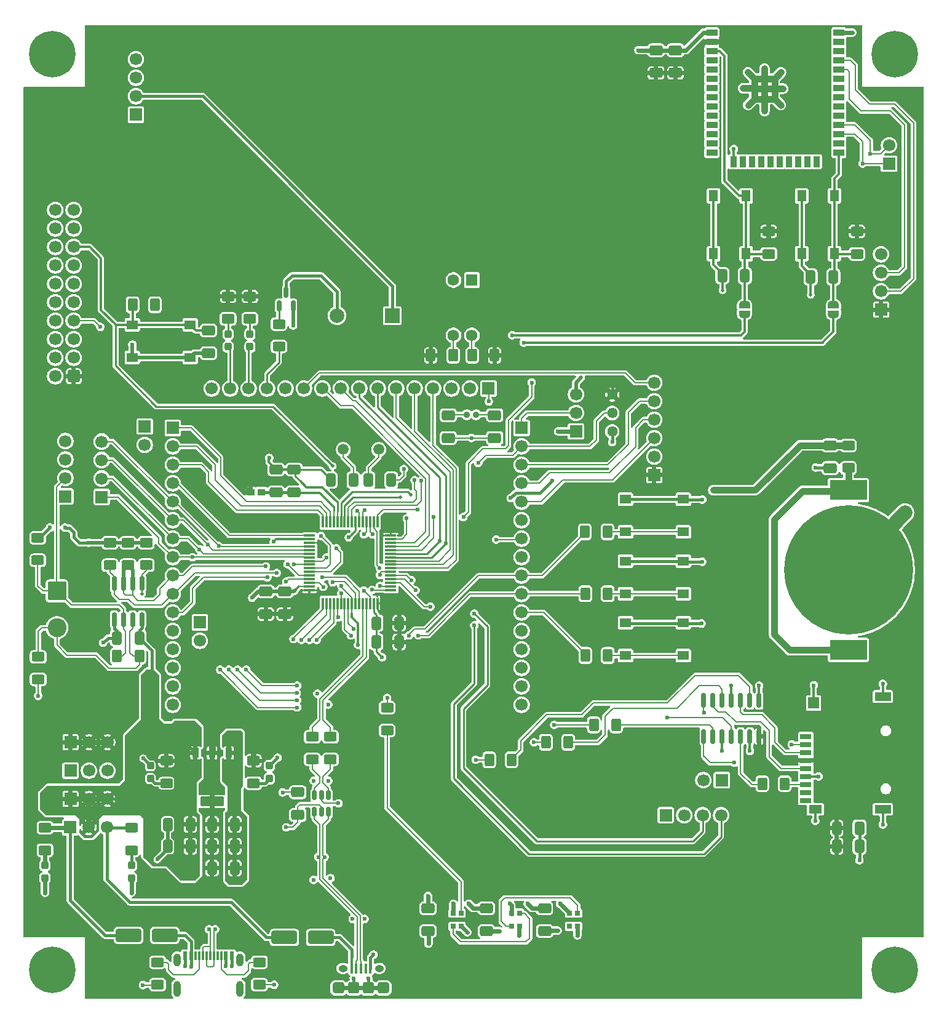
<source format=gtl>
%TF.GenerationSoftware,KiCad,Pcbnew,9.0.3*%
%TF.CreationDate,2025-12-27T22:41:25+05:30*%
%TF.ProjectId,STM32+ESP32,53544d33-322b-4455-9350-33322e6b6963,rev?*%
%TF.SameCoordinates,Original*%
%TF.FileFunction,Copper,L1,Top*%
%TF.FilePolarity,Positive*%
%FSLAX46Y46*%
G04 Gerber Fmt 4.6, Leading zero omitted, Abs format (unit mm)*
G04 Created by KiCad (PCBNEW 9.0.3) date 2025-12-27 22:41:25*
%MOMM*%
%LPD*%
G01*
G04 APERTURE LIST*
G04 Aperture macros list*
%AMRoundRect*
0 Rectangle with rounded corners*
0 $1 Rounding radius*
0 $2 $3 $4 $5 $6 $7 $8 $9 X,Y pos of 4 corners*
0 Add a 4 corners polygon primitive as box body*
4,1,4,$2,$3,$4,$5,$6,$7,$8,$9,$2,$3,0*
0 Add four circle primitives for the rounded corners*
1,1,$1+$1,$2,$3*
1,1,$1+$1,$4,$5*
1,1,$1+$1,$6,$7*
1,1,$1+$1,$8,$9*
0 Add four rect primitives between the rounded corners*
20,1,$1+$1,$2,$3,$4,$5,0*
20,1,$1+$1,$4,$5,$6,$7,0*
20,1,$1+$1,$6,$7,$8,$9,0*
20,1,$1+$1,$8,$9,$2,$3,0*%
%AMFreePoly0*
4,1,23,0.500000,-0.750000,0.000000,-0.750000,0.000000,-0.745722,-0.065263,-0.745722,-0.191342,-0.711940,-0.304381,-0.646677,-0.396677,-0.554381,-0.461940,-0.441342,-0.495722,-0.315263,-0.495722,-0.250000,-0.500000,-0.250000,-0.500000,0.250000,-0.495722,0.250000,-0.495722,0.315263,-0.461940,0.441342,-0.396677,0.554381,-0.304381,0.646677,-0.191342,0.711940,-0.065263,0.745722,0.000000,0.745722,
0.000000,0.750000,0.500000,0.750000,0.500000,-0.750000,0.500000,-0.750000,$1*%
%AMFreePoly1*
4,1,23,0.000000,0.745722,0.065263,0.745722,0.191342,0.711940,0.304381,0.646677,0.396677,0.554381,0.461940,0.441342,0.495722,0.315263,0.495722,0.250000,0.500000,0.250000,0.500000,-0.250000,0.495722,-0.250000,0.495722,-0.315263,0.461940,-0.441342,0.396677,-0.554381,0.304381,-0.646677,0.191342,-0.711940,0.065263,-0.745722,0.000000,-0.745722,0.000000,-0.750000,-0.500000,-0.750000,
-0.500000,0.750000,0.000000,0.750000,0.000000,0.745722,0.000000,0.745722,$1*%
G04 Aperture macros list end*
%TA.AperFunction,SMDPad,CuDef*%
%ADD10R,0.590000X1.150000*%
%TD*%
%TA.AperFunction,SMDPad,CuDef*%
%ADD11R,0.298000X1.150000*%
%TD*%
%TA.AperFunction,ComponentPad*%
%ADD12O,1.000000X2.200000*%
%TD*%
%TA.AperFunction,ComponentPad*%
%ADD13O,1.000000X1.800000*%
%TD*%
%TA.AperFunction,SMDPad,CuDef*%
%ADD14R,0.300000X1.600000*%
%TD*%
%TA.AperFunction,SMDPad,CuDef*%
%ADD15R,1.600000X0.300000*%
%TD*%
%TA.AperFunction,SMDPad,CuDef*%
%ADD16C,17.780000*%
%TD*%
%TA.AperFunction,SMDPad,CuDef*%
%ADD17R,5.080000X2.790000*%
%TD*%
%TA.AperFunction,SMDPad,CuDef*%
%ADD18RoundRect,0.250000X-0.400000X-0.625000X0.400000X-0.625000X0.400000X0.625000X-0.400000X0.625000X0*%
%TD*%
%TA.AperFunction,SMDPad,CuDef*%
%ADD19RoundRect,0.250000X-0.625000X0.400000X-0.625000X-0.400000X0.625000X-0.400000X0.625000X0.400000X0*%
%TD*%
%TA.AperFunction,SMDPad,CuDef*%
%ADD20RoundRect,0.237500X-0.237500X0.287500X-0.237500X-0.287500X0.237500X-0.287500X0.237500X0.287500X0*%
%TD*%
%TA.AperFunction,SMDPad,CuDef*%
%ADD21R,1.549400X1.295400*%
%TD*%
%TA.AperFunction,ComponentPad*%
%ADD22R,1.700000X1.700000*%
%TD*%
%TA.AperFunction,ComponentPad*%
%ADD23C,1.700000*%
%TD*%
%TA.AperFunction,SMDPad,CuDef*%
%ADD24R,1.000000X0.970000*%
%TD*%
%TA.AperFunction,SMDPad,CuDef*%
%ADD25RoundRect,0.250000X0.650000X-0.412500X0.650000X0.412500X-0.650000X0.412500X-0.650000X-0.412500X0*%
%TD*%
%TA.AperFunction,SMDPad,CuDef*%
%ADD26RoundRect,0.250000X0.400000X0.625000X-0.400000X0.625000X-0.400000X-0.625000X0.400000X-0.625000X0*%
%TD*%
%TA.AperFunction,SMDPad,CuDef*%
%ADD27RoundRect,0.150000X-0.150000X0.512500X-0.150000X-0.512500X0.150000X-0.512500X0.150000X0.512500X0*%
%TD*%
%TA.AperFunction,ComponentPad*%
%ADD28C,3.600000*%
%TD*%
%TA.AperFunction,ConnectorPad*%
%ADD29C,6.400000*%
%TD*%
%TA.AperFunction,SMDPad,CuDef*%
%ADD30RoundRect,0.250000X-0.412500X-0.650000X0.412500X-0.650000X0.412500X0.650000X-0.412500X0.650000X0*%
%TD*%
%TA.AperFunction,SMDPad,CuDef*%
%ADD31RoundRect,0.250000X-0.650000X0.412500X-0.650000X-0.412500X0.650000X-0.412500X0.650000X0.412500X0*%
%TD*%
%TA.AperFunction,SMDPad,CuDef*%
%ADD32FreePoly0,270.000000*%
%TD*%
%TA.AperFunction,SMDPad,CuDef*%
%ADD33FreePoly1,270.000000*%
%TD*%
%TA.AperFunction,SMDPad,CuDef*%
%ADD34RoundRect,0.150000X0.150000X-0.587500X0.150000X0.587500X-0.150000X0.587500X-0.150000X-0.587500X0*%
%TD*%
%TA.AperFunction,SMDPad,CuDef*%
%ADD35RoundRect,0.250000X0.412500X0.650000X-0.412500X0.650000X-0.412500X-0.650000X0.412500X-0.650000X0*%
%TD*%
%TA.AperFunction,SMDPad,CuDef*%
%ADD36RoundRect,0.237500X0.237500X-0.287500X0.237500X0.287500X-0.237500X0.287500X-0.237500X-0.287500X0*%
%TD*%
%TA.AperFunction,SMDPad,CuDef*%
%ADD37R,0.700000X0.700000*%
%TD*%
%TA.AperFunction,ComponentPad*%
%ADD38R,1.580000X1.580000*%
%TD*%
%TA.AperFunction,ComponentPad*%
%ADD39C,1.580000*%
%TD*%
%TA.AperFunction,ComponentPad*%
%ADD40C,1.500000*%
%TD*%
%TA.AperFunction,SMDPad,CuDef*%
%ADD41R,1.500000X0.900000*%
%TD*%
%TA.AperFunction,SMDPad,CuDef*%
%ADD42R,0.900000X1.500000*%
%TD*%
%TA.AperFunction,SMDPad,CuDef*%
%ADD43R,0.900000X0.900000*%
%TD*%
%TA.AperFunction,SMDPad,CuDef*%
%ADD44R,1.600000X0.700000*%
%TD*%
%TA.AperFunction,SMDPad,CuDef*%
%ADD45R,1.800000X1.200000*%
%TD*%
%TA.AperFunction,SMDPad,CuDef*%
%ADD46R,1.500000X1.600000*%
%TD*%
%TA.AperFunction,SMDPad,CuDef*%
%ADD47R,2.200000X1.200000*%
%TD*%
%TA.AperFunction,SMDPad,CuDef*%
%ADD48RoundRect,0.069750X-0.395250X0.585250X-0.395250X-0.585250X0.395250X-0.585250X0.395250X0.585250X0*%
%TD*%
%TA.AperFunction,SMDPad,CuDef*%
%ADD49RoundRect,0.098250X-1.521750X0.556750X-1.521750X-0.556750X1.521750X-0.556750X1.521750X0.556750X0*%
%TD*%
%TA.AperFunction,SMDPad,CuDef*%
%ADD50RoundRect,0.250000X-1.500000X-0.650000X1.500000X-0.650000X1.500000X0.650000X-1.500000X0.650000X0*%
%TD*%
%TA.AperFunction,SMDPad,CuDef*%
%ADD51RoundRect,0.250000X0.625000X-0.400000X0.625000X0.400000X-0.625000X0.400000X-0.625000X-0.400000X0*%
%TD*%
%TA.AperFunction,SMDPad,CuDef*%
%ADD52RoundRect,0.100000X-0.100000X-0.575000X0.100000X-0.575000X0.100000X0.575000X-0.100000X0.575000X0*%
%TD*%
%TA.AperFunction,HeatsinkPad*%
%ADD53O,0.890000X1.550000*%
%TD*%
%TA.AperFunction,SMDPad,CuDef*%
%ADD54RoundRect,0.250000X-0.475000X-0.525000X0.475000X-0.525000X0.475000X0.525000X-0.475000X0.525000X0*%
%TD*%
%TA.AperFunction,HeatsinkPad*%
%ADD55O,1.250000X0.950000*%
%TD*%
%TA.AperFunction,SMDPad,CuDef*%
%ADD56RoundRect,0.250000X-0.500000X-0.525000X0.500000X-0.525000X0.500000X0.525000X-0.500000X0.525000X0*%
%TD*%
%TA.AperFunction,SMDPad,CuDef*%
%ADD57R,1.295400X1.549400*%
%TD*%
%TA.AperFunction,ComponentPad*%
%ADD58C,0.910000*%
%TD*%
%TA.AperFunction,ComponentPad*%
%ADD59RoundRect,0.250000X-1.050000X1.050000X-1.050000X-1.050000X1.050000X-1.050000X1.050000X1.050000X0*%
%TD*%
%TA.AperFunction,ComponentPad*%
%ADD60C,2.600000*%
%TD*%
%TA.AperFunction,SMDPad,CuDef*%
%ADD61RoundRect,0.150000X-0.150000X0.825000X-0.150000X-0.825000X0.150000X-0.825000X0.150000X0.825000X0*%
%TD*%
%TA.AperFunction,SMDPad,CuDef*%
%ADD62RoundRect,0.150000X-0.150000X0.835000X-0.150000X-0.835000X0.150000X-0.835000X0.150000X0.835000X0*%
%TD*%
%TA.AperFunction,ComponentPad*%
%ADD63RoundRect,0.250000X0.600000X0.600000X-0.600000X0.600000X-0.600000X-0.600000X0.600000X-0.600000X0*%
%TD*%
%TA.AperFunction,ComponentPad*%
%ADD64R,2.000000X2.000000*%
%TD*%
%TA.AperFunction,ComponentPad*%
%ADD65C,2.000000*%
%TD*%
%TA.AperFunction,ComponentPad*%
%ADD66C,1.440000*%
%TD*%
%TA.AperFunction,ViaPad*%
%ADD67C,0.600000*%
%TD*%
%TA.AperFunction,ViaPad*%
%ADD68C,0.500000*%
%TD*%
%TA.AperFunction,Conductor*%
%ADD69C,0.200000*%
%TD*%
%TA.AperFunction,Conductor*%
%ADD70C,0.400000*%
%TD*%
%TA.AperFunction,Conductor*%
%ADD71C,0.300000*%
%TD*%
%TA.AperFunction,Conductor*%
%ADD72C,2.000000*%
%TD*%
%TA.AperFunction,Conductor*%
%ADD73C,0.900000*%
%TD*%
%TA.AperFunction,Conductor*%
%ADD74C,0.600000*%
%TD*%
%TA.AperFunction,Conductor*%
%ADD75C,0.500000*%
%TD*%
%TA.AperFunction,Conductor*%
%ADD76C,0.250000*%
%TD*%
%TA.AperFunction,Conductor*%
%ADD77C,0.150000*%
%TD*%
%TA.AperFunction,Conductor*%
%ADD78C,0.800000*%
%TD*%
%TA.AperFunction,Conductor*%
%ADD79C,0.350000*%
%TD*%
G04 APERTURE END LIST*
D10*
%TO.P,J1,A1B12,GND1*%
%TO.N,GND*%
X172800000Y-293550000D03*
%TO.P,J1,A4B9,VBUS1*%
%TO.N,Net-(D3-A)*%
X173600000Y-293550000D03*
D11*
%TO.P,J1,A5,CC1*%
%TO.N,Net-(J1-CC1)*%
X174750000Y-293550000D03*
%TO.P,J1,A6,DP1*%
%TO.N,DP*%
X175750000Y-293550000D03*
%TO.P,J1,A7,DN1*%
%TO.N,DN*%
X176250000Y-293550000D03*
%TO.P,J1,A8,SBU1*%
%TO.N,unconnected-(J1-SBU1-PadA8)*%
X177250000Y-293550000D03*
D10*
%TO.P,J1,B1A12,GND2*%
%TO.N,GND*%
X179200000Y-293550000D03*
%TO.P,J1,B4A9,VBUS2*%
%TO.N,Net-(D3-A)*%
X178400000Y-293550000D03*
D11*
%TO.P,J1,B5,CC2*%
%TO.N,Net-(J1-CC2)*%
X177750000Y-293550000D03*
%TO.P,J1,B6,DP2*%
%TO.N,DP*%
X176750000Y-293550000D03*
%TO.P,J1,B7,DN2*%
%TO.N,DN*%
X175250000Y-293550000D03*
%TO.P,J1,B8,SBU2*%
%TO.N,unconnected-(J1-SBU2-PadB8)*%
X174250000Y-293550000D03*
D12*
%TO.P,J1,SH1,SHIELD1*%
%TO.N,GND*%
X171680000Y-298125000D03*
%TO.P,J1,SH2,SHIELD2*%
X180320000Y-298125000D03*
D13*
%TO.P,J1,SH3,SHIELD3*%
X171680000Y-294125000D03*
%TO.P,J1,SH4,SHIELD4*%
X180320000Y-294125000D03*
%TD*%
D14*
%TO.P,U1,1,VBAT*%
%TO.N,V_CELL*%
X199250000Y-233900000D03*
%TO.P,U1,2,PC13*%
%TO.N,PC13*%
X198750000Y-233900000D03*
%TO.P,U1,3,PC14*%
%TO.N,OSC_32_IN*%
X198250000Y-233900000D03*
%TO.P,U1,4,PC15*%
%TO.N,OSC_32_OUT*%
X197750000Y-233900000D03*
%TO.P,U1,5,PH0*%
%TO.N,OSC_8_IN*%
X197250000Y-233900000D03*
%TO.P,U1,6,PH1*%
%TO.N,OSC_8_OUT*%
X196750000Y-233900000D03*
%TO.P,U1,7,NRST*%
%TO.N,NRST*%
X196250000Y-233900000D03*
%TO.P,U1,8,PC0*%
%TO.N,ADC1_IN10*%
X195750000Y-233900000D03*
%TO.P,U1,9,PC1*%
%TO.N,ADC1_IN11*%
X195250000Y-233900000D03*
%TO.P,U1,10,PC2*%
%TO.N,CAN_SPI2_MISO*%
X194750000Y-233900000D03*
%TO.P,U1,11,PC3*%
%TO.N,CAN_SPI2_MOSI*%
X194250000Y-233900000D03*
%TO.P,U1,12,VREF-*%
%TO.N,GND*%
X193750000Y-233900000D03*
%TO.P,U1,13,VREF+*%
%TO.N,VDDA*%
X193250000Y-233900000D03*
%TO.P,U1,14,PA0*%
%TO.N,PA0*%
X192750000Y-233900000D03*
%TO.P,U1,15,PA1*%
%TO.N,PA1*%
X192250000Y-233900000D03*
%TO.P,U1,16,PA2*%
%TO.N,PA2*%
X191750000Y-233900000D03*
D15*
%TO.P,U1,17,PA3*%
%TO.N,PA3*%
X189900000Y-235750000D03*
%TO.P,U1,18,VSS*%
%TO.N,GND*%
X189900000Y-236250000D03*
%TO.P,U1,19,VDD*%
%TO.N,+3V3*%
X189900000Y-236750000D03*
%TO.P,U1,20,PA4*%
%TO.N,PA4*%
X189900000Y-237250000D03*
%TO.P,U1,21,PA5*%
%TO.N,PA5*%
X189900000Y-237750000D03*
%TO.P,U1,22,PA6*%
%TO.N,PA6*%
X189900000Y-238250000D03*
%TO.P,U1,23,PA7*%
%TO.N,PA7*%
X189900000Y-238750000D03*
%TO.P,U1,24,PC4*%
%TO.N,CAN_SPI2_CS*%
X189900000Y-239250000D03*
%TO.P,U1,25,PC5*%
%TO.N,PC5*%
X189900000Y-239750000D03*
%TO.P,U1,26,PB0*%
%TO.N,PB0*%
X189900000Y-240250000D03*
%TO.P,U1,27,PB1*%
%TO.N,PB1*%
X189900000Y-240750000D03*
%TO.P,U1,28,PB2/BOOT1*%
%TO.N,BOOT1*%
X189900000Y-241250000D03*
%TO.P,U1,29,PB10*%
%TO.N,CAN_SPI2_SCK*%
X189900000Y-241750000D03*
%TO.P,U1,30,PB11/VCAP1*%
%TO.N,PB11*%
X189900000Y-242250000D03*
%TO.P,U1,31,VSS*%
%TO.N,GND*%
X189900000Y-242750000D03*
%TO.P,U1,32,VDD*%
%TO.N,+3V3*%
X189900000Y-243250000D03*
D14*
%TO.P,U1,33,PB12*%
%TO.N,BUZZ*%
X191750000Y-245100000D03*
%TO.P,U1,34,PB13*%
%TO.N,PB13*%
X192250000Y-245100000D03*
%TO.P,U1,35,PB14*%
%TO.N,G_LED*%
X192750000Y-245100000D03*
%TO.P,U1,36,PB15*%
%TO.N,PB15*%
X193250000Y-245100000D03*
%TO.P,U1,37,PC6*%
%TO.N,PC6*%
X193750000Y-245100000D03*
%TO.P,U1,38,PC7*%
%TO.N,PC7*%
X194250000Y-245100000D03*
%TO.P,U1,39,PC8*%
%TO.N,PC8*%
X194750000Y-245100000D03*
%TO.P,U1,40,PC9*%
%TO.N,PC9*%
X195250000Y-245100000D03*
%TO.P,U1,41,PA8*%
%TO.N,PA8*%
X195750000Y-245100000D03*
%TO.P,U1,42,PA9*%
%TO.N,PA9*%
X196250000Y-245100000D03*
%TO.P,U1,43,PA10*%
%TO.N,PA10*%
X196750000Y-245100000D03*
%TO.P,U1,44,PA11*%
%TO.N,USB_N*%
X197250000Y-245100000D03*
%TO.P,U1,45,PA12*%
%TO.N,USB_P*%
X197750000Y-245100000D03*
%TO.P,U1,46,PA13*%
%TO.N,PA13*%
X198250000Y-245100000D03*
%TO.P,U1,47,VSS*%
%TO.N,GND*%
X198750000Y-245100000D03*
%TO.P,U1,48,VDD*%
%TO.N,+3V3*%
X199250000Y-245100000D03*
D15*
%TO.P,U1,49,PA14*%
%TO.N,PA14*%
X201100000Y-243250000D03*
%TO.P,U1,50,PA15*%
%TO.N,PA15*%
X201100000Y-242750000D03*
%TO.P,U1,51,PC10*%
%TO.N,PC10*%
X201100000Y-242250000D03*
%TO.P,U1,52,PC11*%
%TO.N,PC11*%
X201100000Y-241750000D03*
%TO.P,U1,53,PC12*%
%TO.N,PC12*%
X201100000Y-241250000D03*
%TO.P,U1,54,PD2*%
%TO.N,PD2*%
X201100000Y-240750000D03*
%TO.P,U1,55,PB3*%
%TO.N,PB3*%
X201100000Y-240250000D03*
%TO.P,U1,56,PB4*%
%TO.N,PB4*%
X201100000Y-239750000D03*
%TO.P,U1,57,PB5*%
%TO.N,PB5*%
X201100000Y-239250000D03*
%TO.P,U1,58,PB6*%
%TO.N,I2C1_CLK*%
X201100000Y-238750000D03*
%TO.P,U1,59,PB7*%
%TO.N,I2C1_SDA*%
X201100000Y-238250000D03*
%TO.P,U1,60,BOOT0*%
%TO.N,BOOT0*%
X201100000Y-237750000D03*
%TO.P,U1,61,PB8*%
%TO.N,PB8*%
X201100000Y-237250000D03*
%TO.P,U1,62,PB9*%
%TO.N,PB9*%
X201100000Y-236750000D03*
%TO.P,U1,63,VSS*%
%TO.N,GND*%
X201100000Y-236250000D03*
%TO.P,U1,64,VDD*%
%TO.N,+3V3*%
X201100000Y-235750000D03*
%TD*%
D16*
%TO.P,BT1,1*%
%TO.N,GND*%
X264100000Y-240485000D03*
D17*
%TO.P,BT1,S1*%
%TO.N,Net-(BT1-PadS1)*%
X264100000Y-251470000D03*
%TO.P,BT1,S2*%
X264100000Y-229500000D03*
%TD*%
D18*
%TO.P,R26,1*%
%TO.N,Net-(J16-Pin_1)*%
X163377500Y-252335000D03*
%TO.P,R26,2*%
%TO.N,Net-(J16-Pin_2)*%
X166477500Y-252335000D03*
%TD*%
D19*
%TO.P,R15,1*%
%TO.N,Net-(J16-Pin_2)*%
X152550000Y-252450000D03*
%TO.P,R15,2*%
%TO.N,GND*%
X152550000Y-255550000D03*
%TD*%
D20*
%TO.P,D4,1,K*%
%TO.N,GND*%
X168000000Y-267425000D03*
%TO.P,D4,2,A*%
%TO.N,Net-(D4-A)*%
X168000000Y-269175000D03*
%TD*%
D19*
%TO.P,R8,1*%
%TO.N,+3V3*%
X182200000Y-266727500D03*
%TO.P,R8,2*%
%TO.N,Net-(D6-A)*%
X182200000Y-269827500D03*
%TD*%
D21*
%TO.P,SW8,1,1*%
%TO.N,GND*%
X233425002Y-239249999D03*
%TO.P,SW8,2,2*%
X241374998Y-239249999D03*
%TO.P,SW8,3,3*%
%TO.N,Net-(R10-Pad2)*%
X233425002Y-243750001D03*
%TO.P,SW8,4,4*%
X241374998Y-243750001D03*
%TD*%
D22*
%TO.P,J22,1,Pin_1*%
%TO.N,GND*%
X238950000Y-274225000D03*
D23*
%TO.P,J22,2,Pin_2*%
%TO.N,+5V*%
X241490000Y-274225000D03*
%TO.P,J22,3,Pin_3*%
%TO.N,I2C1_CLK*%
X244030000Y-274225000D03*
%TO.P,J22,4,Pin_4*%
%TO.N,I2C1_SDA*%
X246570000Y-274225000D03*
%TD*%
D24*
%TO.P,FL1,1*%
%TO.N,+3V3*%
X181830000Y-229800000D03*
%TO.P,FL1,2*%
%TO.N,VDDA*%
X183300000Y-229800000D03*
%TD*%
D18*
%TO.P,R10,1*%
%TO.N,PC9*%
X227875002Y-243750001D03*
%TO.P,R10,2*%
%TO.N,Net-(R10-Pad2)*%
X230975002Y-243750001D03*
%TD*%
D22*
%TO.P,J6,1,Pin_1*%
%TO.N,VBUS1*%
X156960000Y-275900000D03*
D23*
%TO.P,J6,2,Pin_2*%
%TO.N,+5V*%
X159500000Y-275900000D03*
%TO.P,J6,3,Pin_3*%
%TO.N,VBUS2*%
X162040000Y-275900000D03*
%TD*%
D25*
%TO.P,C9,1*%
%TO.N,VDDA*%
X187800000Y-229800000D03*
%TO.P,C9,2*%
%TO.N,GND*%
X187800000Y-226675000D03*
%TD*%
D22*
%TO.P,J2,1,Pin_1*%
%TO.N,+5V*%
X157000000Y-272000000D03*
D23*
%TO.P,J2,2,Pin_2*%
X159540000Y-272000000D03*
%TO.P,J2,3,Pin_3*%
X162080000Y-272000000D03*
%TD*%
D22*
%TO.P,J8,1,Pin_1*%
%TO.N,PB0*%
X214550000Y-215525000D03*
D23*
%TO.P,J8,2,Pin_2*%
%TO.N,PB1*%
X212010000Y-215525000D03*
%TO.P,J8,3,Pin_3*%
%TO.N,BOOT1*%
X209470000Y-215525000D03*
%TO.P,J8,4,Pin_4*%
%TO.N,PB3*%
X206930000Y-215525000D03*
%TO.P,J8,5,Pin_5*%
%TO.N,PB4*%
X204390000Y-215525000D03*
%TO.P,J8,6,Pin_6*%
%TO.N,PB5*%
X201850000Y-215525000D03*
%TO.P,J8,7,Pin_7*%
%TO.N,I2C1_CLK*%
X199310000Y-215525000D03*
%TO.P,J8,8,Pin_8*%
%TO.N,I2C1_SDA*%
X196770000Y-215525000D03*
%TO.P,J8,9,Pin_9*%
%TO.N,PB8*%
X194230000Y-215525000D03*
%TO.P,J8,10,Pin_10*%
%TO.N,PB9*%
X191690000Y-215525000D03*
%TO.P,J8,11,Pin_11*%
%TO.N,CAN_SPI2_SCK*%
X189150000Y-215525000D03*
%TO.P,J8,12,Pin_12*%
%TO.N,PB11*%
X186610000Y-215525000D03*
%TO.P,J8,13,Pin_13*%
%TO.N,BUZZ*%
X184070000Y-215525000D03*
%TO.P,J8,14,Pin_14*%
%TO.N,PB13*%
X181530000Y-215525000D03*
%TO.P,J8,15,Pin_15*%
%TO.N,G_LED*%
X178990000Y-215525000D03*
%TO.P,J8,16,Pin_16*%
%TO.N,PB15*%
X176450000Y-215525000D03*
%TD*%
D26*
%TO.P,R16,1*%
%TO.N,D0*%
X255350000Y-269900000D03*
%TO.P,R16,2*%
%TO.N,Net-(U5-4A)*%
X252250000Y-269900000D03*
%TD*%
D19*
%TO.P,R9,1*%
%TO.N,Net-(J1-CC2)*%
X183000000Y-294450000D03*
%TO.P,R9,2*%
%TO.N,GND*%
X183000000Y-297550000D03*
%TD*%
D27*
%TO.P,U3,1,I/O1*%
%TO.N,D+*%
X192500000Y-271500000D03*
%TO.P,U3,2,GND*%
%TO.N,GND*%
X191550000Y-271500000D03*
%TO.P,U3,3,I/O2*%
%TO.N,D-*%
X190600000Y-271500000D03*
%TO.P,U3,4,I/O2*%
%TO.N,DN*%
X190600000Y-273775000D03*
%TO.P,U3,5,VBUS*%
%TO.N,+5V*%
X191550000Y-273775000D03*
%TO.P,U3,6,I/O1*%
%TO.N,DP*%
X192500000Y-273775000D03*
%TD*%
D28*
%TO.P,H2,1,1*%
%TO.N,GND*%
X154500000Y-295500000D03*
D29*
X154500000Y-295500000D03*
%TD*%
D30*
%TO.P,C17,1*%
%TO.N,+3V3*%
X262500000Y-278500000D03*
%TO.P,C17,2*%
%TO.N,GND*%
X265625000Y-278500000D03*
%TD*%
D19*
%TO.P,R12,1*%
%TO.N,PA8*%
X200600000Y-259450000D03*
%TO.P,R12,2*%
%TO.N,Net-(D12-DIN)*%
X200600000Y-262550000D03*
%TD*%
%TO.P,R11,1*%
%TO.N,V_CELL*%
X264100000Y-223350000D03*
%TO.P,R11,2*%
%TO.N,Net-(BT1-PadS1)*%
X264100000Y-226450000D03*
%TD*%
D31*
%TO.P,C15,1*%
%TO.N,+5V*%
X206220000Y-287037500D03*
%TO.P,C15,2*%
%TO.N,GND*%
X206220000Y-290162500D03*
%TD*%
D18*
%TO.P,R19,1*%
%TO.N,+3V3*%
X206600000Y-210962500D03*
%TO.P,R19,2*%
%TO.N,BOOT1*%
X209700000Y-210962500D03*
%TD*%
D32*
%TO.P,JP2,1,A*%
%TO.N,/ESP32-WROOM module/GPIO0{slash}BOOT*%
X262050000Y-204000000D03*
D33*
%TO.P,JP2,2,B*%
%TO.N,PB0*%
X262050000Y-205300000D03*
%TD*%
D22*
%TO.P,J14,1,Pin_1*%
%TO.N,PA2*%
X167225000Y-220750000D03*
D23*
%TO.P,J14,2,Pin_2*%
%TO.N,PA3*%
X167225000Y-223290000D03*
%TD*%
D25*
%TO.P,C23,1*%
%TO.N,+3V3*%
X240300000Y-172100000D03*
%TO.P,C23,2*%
%TO.N,GND*%
X240300000Y-168975000D03*
%TD*%
D34*
%TO.P,Q1,1,B*%
%TO.N,Net-(Q1-B)*%
X185750000Y-204150000D03*
%TO.P,Q1,2,E*%
%TO.N,GND*%
X187650000Y-204150000D03*
%TO.P,Q1,3,C*%
%TO.N,Net-(BZ1--)*%
X186700000Y-202275000D03*
%TD*%
D35*
%TO.P,C21,1*%
%TO.N,+5V*%
X173500000Y-278500000D03*
%TO.P,C21,2*%
%TO.N,GND*%
X170375000Y-278500000D03*
%TD*%
D18*
%TO.P,R31,1*%
%TO.N,PA5*%
X222450000Y-264200000D03*
%TO.P,R31,2*%
%TO.N,Net-(U5-2A)*%
X225550000Y-264200000D03*
%TD*%
D36*
%TO.P,D7,1,K*%
%TO.N,PB13*%
X181700000Y-209775000D03*
%TO.P,D7,2,A*%
%TO.N,Net-(D7-A)*%
X181700000Y-208025000D03*
%TD*%
D19*
%TO.P,R2,1*%
%TO.N,USB_P*%
X192800000Y-263450000D03*
%TO.P,R2,2*%
%TO.N,D+*%
X192800000Y-266550000D03*
%TD*%
D30*
%TO.P,C18,1*%
%TO.N,+3V3*%
X262500000Y-276000000D03*
%TO.P,C18,2*%
%TO.N,GND*%
X265625000Y-276000000D03*
%TD*%
D18*
%TO.P,R13,1*%
%TO.N,PC10*%
X227875002Y-252250001D03*
%TO.P,R13,2*%
%TO.N,Net-(R13-Pad2)*%
X230975002Y-252250001D03*
%TD*%
%TO.P,R29,1*%
%TO.N,NRST*%
X165550000Y-204000000D03*
%TO.P,R29,2*%
%TO.N,3V3*%
X168650000Y-204000000D03*
%TD*%
D31*
%TO.P,C11,1*%
%TO.N,OSC_32_IN*%
X215400000Y-219200000D03*
%TO.P,C11,2*%
%TO.N,GND*%
X215400000Y-222325000D03*
%TD*%
D22*
%TO.P,J18,1,Pin_1*%
%TO.N,GND*%
X156300000Y-230365000D03*
D23*
%TO.P,J18,2,Pin_2*%
%TO.N,Net-(J16-Pin_1)*%
X156300000Y-227825000D03*
%TO.P,J18,3,Pin_3*%
%TO.N,Net-(J16-Pin_2)*%
X156300000Y-225285000D03*
%TO.P,J18,4,Pin_4*%
%TO.N,+5V*%
X156300000Y-222745000D03*
%TD*%
D25*
%TO.P,C6,1*%
%TO.N,+3V3*%
X183900000Y-246562500D03*
%TO.P,C6,2*%
%TO.N,GND*%
X183900000Y-243437500D03*
%TD*%
D37*
%TO.P,D14,1,DOUT*%
%TO.N,unconnected-(D14-DOUT-Pad1)*%
X225730000Y-289515000D03*
%TO.P,D14,2,VSS*%
%TO.N,GND*%
X226830000Y-289515000D03*
%TO.P,D14,3,DIN*%
%TO.N,Net-(D13-DOUT)*%
X226830000Y-287685000D03*
%TO.P,D14,4,VDD*%
%TO.N,+5V*%
X225730000Y-287685000D03*
%TD*%
D35*
%TO.P,C2,1*%
%TO.N,+5V*%
X173500000Y-275500000D03*
%TO.P,C2,2*%
%TO.N,GND*%
X170375000Y-275500000D03*
%TD*%
D32*
%TO.P,JP1,1,A*%
%TO.N,/ESP32-WROOM module/EN*%
X249800000Y-204000000D03*
D33*
%TO.P,JP1,2,B*%
%TO.N,PB1*%
X249800000Y-205300000D03*
%TD*%
D20*
%TO.P,D6,1,K*%
%TO.N,GND*%
X184400000Y-267425000D03*
%TO.P,D6,2,A*%
%TO.N,Net-(D6-A)*%
X184400000Y-269175000D03*
%TD*%
D38*
%TO.P,S1,1A*%
%TO.N,GND*%
X212270000Y-200590000D03*
D39*
%TO.P,S1,1B*%
%TO.N,BOOT0*%
X212270000Y-208210000D03*
%TO.P,S1,2A*%
%TO.N,GND*%
X209730000Y-200590000D03*
%TO.P,S1,2B*%
%TO.N,BOOT1*%
X209730000Y-208210000D03*
%TD*%
D18*
%TO.P,R17,1*%
%TO.N,PA4*%
X229050000Y-261800000D03*
%TO.P,R17,2*%
%TO.N,Net-(U5-3A)*%
X232150000Y-261800000D03*
%TD*%
D25*
%TO.P,C8,1*%
%TO.N,VDDA*%
X185300000Y-229800000D03*
%TO.P,C8,2*%
%TO.N,GND*%
X185300000Y-226675000D03*
%TD*%
D35*
%TO.P,C5,1*%
%TO.N,+3V3*%
X202262500Y-247800000D03*
%TO.P,C5,2*%
%TO.N,GND*%
X199137500Y-247800000D03*
%TD*%
D40*
%TO.P,Y2,1,1*%
%TO.N,OSC_8_OUT*%
X194560000Y-223900000D03*
%TO.P,Y2,2,2*%
%TO.N,OSC_8_IN*%
X199440000Y-223900000D03*
%TD*%
D19*
%TO.P,R23,1*%
%TO.N,+5V*%
X164927500Y-236735000D03*
%TO.P,R23,2*%
%TO.N,PA8*%
X164927500Y-239835000D03*
%TD*%
D37*
%TO.P,D13,1,DOUT*%
%TO.N,Net-(D13-DOUT)*%
X217706000Y-289515000D03*
%TO.P,D13,2,VSS*%
%TO.N,GND*%
X218806000Y-289515000D03*
%TO.P,D13,3,DIN*%
%TO.N,Net-(D12-DOUT)*%
X218806000Y-287685000D03*
%TO.P,D13,4,VDD*%
%TO.N,+5V*%
X217706000Y-287685000D03*
%TD*%
D35*
%TO.P,C19,1*%
%TO.N,+5V*%
X166490000Y-249835000D03*
%TO.P,C19,2*%
%TO.N,GND*%
X163365000Y-249835000D03*
%TD*%
D41*
%TO.P,U10,1,GND*%
%TO.N,GND*%
X245300000Y-166550000D03*
%TO.P,U10,2,3V3*%
%TO.N,+3V3*%
X245300000Y-167820000D03*
%TO.P,U10,3,EN/CHIP_PU*%
%TO.N,/ESP32-WROOM module/EN*%
X245300000Y-169090000D03*
%TO.P,U10,4,SENSOR_VP/GPIO36/ADC1_CH0*%
%TO.N,unconnected-(U10-SENSOR_VP{slash}GPIO36{slash}ADC1_CH0-Pad4)*%
X245300000Y-170360000D03*
%TO.P,U10,5,SENSOR_VN/GPIO39/ADC1_CH3*%
%TO.N,unconnected-(U10-SENSOR_VN{slash}GPIO39{slash}ADC1_CH3-Pad5)*%
X245300000Y-171630000D03*
%TO.P,U10,6,GPIO34/ADC1_CH6*%
%TO.N,unconnected-(U10-GPIO34{slash}ADC1_CH6-Pad6)*%
X245300000Y-172900000D03*
%TO.P,U10,7,GPIO35/ADC1_CH7*%
%TO.N,unconnected-(U10-GPIO35{slash}ADC1_CH7-Pad7)*%
X245300000Y-174170000D03*
%TO.P,U10,8,32K_XP/GPIO32/ADC1_CH4*%
%TO.N,unconnected-(U10-32K_XP{slash}GPIO32{slash}ADC1_CH4-Pad8)*%
X245300000Y-175440000D03*
%TO.P,U10,9,32K_XN/GPIO33/ADC1_CH5*%
%TO.N,unconnected-(U10-32K_XN{slash}GPIO33{slash}ADC1_CH5-Pad9)*%
X245300000Y-176710000D03*
%TO.P,U10,10,DAC_1/ADC2_CH8/GPIO25*%
%TO.N,unconnected-(U10-DAC_1{slash}ADC2_CH8{slash}GPIO25-Pad10)*%
X245300000Y-177980000D03*
%TO.P,U10,11,DAC_2/ADC2_CH9/GPIO26*%
%TO.N,unconnected-(U10-DAC_2{slash}ADC2_CH9{slash}GPIO26-Pad11)*%
X245300000Y-179250000D03*
%TO.P,U10,12,ADC2_CH7/GPIO27*%
%TO.N,unconnected-(U10-ADC2_CH7{slash}GPIO27-Pad12)*%
X245300000Y-180520000D03*
%TO.P,U10,13,MTMS/GPIO14/ADC2_CH6*%
%TO.N,unconnected-(U10-MTMS{slash}GPIO14{slash}ADC2_CH6-Pad13)*%
X245300000Y-181790000D03*
%TO.P,U10,14,MTDI/GPIO12/ADC2_CH5*%
%TO.N,unconnected-(U10-MTDI{slash}GPIO12{slash}ADC2_CH5-Pad14)*%
X245300000Y-183060000D03*
D42*
%TO.P,U10,15,GND*%
%TO.N,GND*%
X248330000Y-184310000D03*
%TO.P,U10,16,MTCK/GPIO13/ADC2_CH4*%
%TO.N,unconnected-(U10-MTCK{slash}GPIO13{slash}ADC2_CH4-Pad16)*%
X249600000Y-184310000D03*
%TO.P,U10,17,SD2*%
%TO.N,unconnected-(U10-SD2-Pad17)*%
X250870000Y-184310000D03*
%TO.P,U10,18,SD3*%
%TO.N,unconnected-(U10-SD3-Pad18)*%
X252140000Y-184310000D03*
%TO.P,U10,19,CMD*%
%TO.N,unconnected-(U10-CMD-Pad19)*%
X253410000Y-184310000D03*
%TO.P,U10,20,CLK*%
%TO.N,unconnected-(U10-CLK-Pad20)*%
X254680000Y-184310000D03*
%TO.P,U10,21,SD0*%
%TO.N,unconnected-(U10-SD0-Pad21)*%
X255950000Y-184310000D03*
%TO.P,U10,22,SD1*%
%TO.N,unconnected-(U10-SD1-Pad22)*%
X257220000Y-184310000D03*
%TO.P,U10,23,MTDO/GPIO15/ADC2_CH3*%
%TO.N,unconnected-(U10-MTDO{slash}GPIO15{slash}ADC2_CH3-Pad23)*%
X258490000Y-184310000D03*
%TO.P,U10,24,ADC2_CH2/GPIO2*%
%TO.N,unconnected-(U10-ADC2_CH2{slash}GPIO2-Pad24)*%
X259760000Y-184310000D03*
D41*
%TO.P,U10,25,GPIO0/BOOT/ADC2_CH1*%
%TO.N,/ESP32-WROOM module/GPIO0{slash}BOOT*%
X262800000Y-183060000D03*
%TO.P,U10,26,ADC2_CH0/GPIO4*%
%TO.N,unconnected-(U10-ADC2_CH0{slash}GPIO4-Pad26)*%
X262800000Y-181790000D03*
%TO.P,U10,27,GPIO16*%
%TO.N,PC6*%
X262800000Y-180520000D03*
%TO.P,U10,28,GPIO17*%
%TO.N,PC7*%
X262800000Y-179250000D03*
%TO.P,U10,29,GPIO5*%
%TO.N,unconnected-(U10-GPIO5-Pad29)*%
X262800000Y-177980000D03*
%TO.P,U10,30,GPIO18*%
%TO.N,unconnected-(U10-GPIO18-Pad30)*%
X262800000Y-176710000D03*
%TO.P,U10,31,GPIO19*%
%TO.N,unconnected-(U10-GPIO19-Pad31)*%
X262800000Y-175440000D03*
%TO.P,U10,32,NC*%
%TO.N,unconnected-(U10-NC-Pad32)*%
X262800000Y-174170000D03*
%TO.P,U10,33,GPIO21*%
%TO.N,unconnected-(U10-GPIO21-Pad33)*%
X262800000Y-172900000D03*
%TO.P,U10,34,U0RXD/GPIO3*%
%TO.N,Net-(J23-Pin_3)*%
X262800000Y-171630000D03*
%TO.P,U10,35,U0TXD/GPIO1*%
%TO.N,Net-(J23-Pin_2)*%
X262800000Y-170360000D03*
%TO.P,U10,36,GPIO22*%
%TO.N,unconnected-(U10-GPIO22-Pad36)*%
X262800000Y-169090000D03*
%TO.P,U10,37,GPIO23*%
%TO.N,unconnected-(U10-GPIO23-Pad37)*%
X262800000Y-167820000D03*
%TO.P,U10,38,GND*%
%TO.N,GND*%
X262800000Y-166550000D03*
D43*
%TO.P,U10,39,GND_THERMAL*%
X251150000Y-172870000D03*
X251150000Y-172870000D03*
X251150000Y-174270000D03*
X251150000Y-175670000D03*
X251150000Y-175670000D03*
X252550000Y-172870000D03*
X252550000Y-174270000D03*
X252550000Y-175670000D03*
X252550000Y-175670000D03*
X253950000Y-172870000D03*
X253950000Y-174270000D03*
X253950000Y-175670000D03*
%TD*%
D19*
%TO.P,R5,1*%
%TO.N,VBUS1*%
X153500000Y-275950000D03*
%TO.P,R5,2*%
%TO.N,Net-(D5-A)*%
X153500000Y-279050000D03*
%TD*%
D44*
%TO.P,J10,1,DAT2*%
%TO.N,unconnected-(J10-DAT2-Pad1)*%
X258250000Y-263400000D03*
%TO.P,J10,2,DAT3/CD*%
%TO.N,D3*%
X258250000Y-264500000D03*
%TO.P,J10,3,CMD*%
%TO.N,DI{slash}CMD*%
X258250000Y-265600000D03*
%TO.P,J10,4,VDD*%
%TO.N,+3V3*%
X258250000Y-266700000D03*
%TO.P,J10,5,CLK*%
%TO.N,CLK*%
X258250000Y-267800000D03*
%TO.P,J10,6,VSS*%
%TO.N,GND*%
X258250000Y-268900000D03*
%TO.P,J10,7,DAT0*%
%TO.N,D0*%
X258250000Y-270000000D03*
%TO.P,J10,8,DAT1*%
%TO.N,unconnected-(J10-DAT1-Pad8)*%
X258250000Y-271100000D03*
%TO.P,J10,CD,CD*%
%TO.N,unconnected-(J10-PadCD)*%
X258250000Y-272200000D03*
D45*
%TO.P,J10,G1,GND*%
%TO.N,GND*%
X259550000Y-273400000D03*
D46*
%TO.P,J10,G2,GND*%
X259300000Y-258800000D03*
D47*
%TO.P,J10,G3,GND*%
X268850000Y-273400000D03*
%TO.P,J10,G4,GND*%
X268850000Y-257900000D03*
%TD*%
D18*
%TO.P,R4,1*%
%TO.N,PC8*%
X227825002Y-235250001D03*
%TO.P,R4,2*%
%TO.N,Net-(R4-Pad2)*%
X230925002Y-235250001D03*
%TD*%
D19*
%TO.P,R7,1*%
%TO.N,+5V*%
X170200000Y-266727500D03*
%TO.P,R7,2*%
%TO.N,Net-(D4-A)*%
X170200000Y-269827500D03*
%TD*%
D35*
%TO.P,C22,1*%
%TO.N,/ESP32-WROOM module/EN*%
X249862500Y-200000000D03*
%TO.P,C22,2*%
%TO.N,GND*%
X246737500Y-200000000D03*
%TD*%
D48*
%TO.P,U2,1,GND*%
%TO.N,GND*%
X178790000Y-265655000D03*
%TO.P,U2,2,VO*%
%TO.N,+3V3*%
X176500000Y-265655000D03*
D49*
X176500000Y-272345000D03*
D48*
%TO.P,U2,3,VI*%
%TO.N,+5V*%
X174210000Y-265655000D03*
%TD*%
D30*
%TO.P,C24,1*%
%TO.N,GND*%
X258925000Y-200154898D03*
%TO.P,C24,2*%
%TO.N,/ESP32-WROOM module/GPIO0{slash}BOOT*%
X262050000Y-200154898D03*
%TD*%
D35*
%TO.P,C4,1*%
%TO.N,+3V3*%
X202262500Y-250400000D03*
%TO.P,C4,2*%
%TO.N,GND*%
X199137500Y-250400000D03*
%TD*%
D50*
%TO.P,D1,1,K*%
%TO.N,VBUS2*%
X186450000Y-291050000D03*
%TO.P,D1,2,A*%
%TO.N,Net-(D1-A)*%
X191450000Y-291050000D03*
%TD*%
D22*
%TO.P,J19,1,Pin_1*%
%TO.N,PC6*%
X269700000Y-184590000D03*
D23*
%TO.P,J19,2,Pin_2*%
%TO.N,PC7*%
X269700000Y-182050000D03*
%TD*%
D26*
%TO.P,R18,1*%
%TO.N,+3V3*%
X215400000Y-210962500D03*
%TO.P,R18,2*%
%TO.N,BOOT0*%
X212300000Y-210962500D03*
%TD*%
D28*
%TO.P,H4,1,1*%
%TO.N,GND*%
X270500000Y-169500000D03*
D29*
X270500000Y-169500000D03*
%TD*%
D19*
%TO.P,R24,1*%
%TO.N,+5V*%
X162427500Y-236735000D03*
%TO.P,R24,2*%
%TO.N,PA9*%
X162427500Y-239835000D03*
%TD*%
%TO.P,R25,1*%
%TO.N,+5V*%
X167427500Y-236735000D03*
%TO.P,R25,2*%
%TO.N,PA10*%
X167427500Y-239835000D03*
%TD*%
D51*
%TO.P,R21,1*%
%TO.N,Net-(D8-A)*%
X178700000Y-205950000D03*
%TO.P,R21,2*%
%TO.N,+3V3*%
X178700000Y-202850000D03*
%TD*%
D22*
%TO.P,J20,1,Pin_1*%
%TO.N,I2C1_SDA*%
X246675000Y-269400000D03*
D23*
%TO.P,J20,2,Pin_2*%
%TO.N,I2C1_CLK*%
X244135000Y-269400000D03*
%TD*%
D31*
%TO.P,C16,1*%
%TO.N,+5V*%
X214244000Y-287037500D03*
%TO.P,C16,2*%
%TO.N,GND*%
X214244000Y-290162500D03*
%TD*%
D52*
%TO.P,J5,1,VBUS*%
%TO.N,Net-(D1-A)*%
X195700000Y-295300000D03*
%TO.P,J5,2,D-*%
%TO.N,DN*%
X196350000Y-295300000D03*
%TO.P,J5,3,D+*%
%TO.N,DP*%
X197000000Y-295300000D03*
%TO.P,J5,4,ID*%
%TO.N,unconnected-(J5-ID-Pad4)*%
X197650000Y-295300000D03*
%TO.P,J5,5,GND*%
%TO.N,GND*%
X198300000Y-295300000D03*
D53*
%TO.P,J5,6,Shield*%
X193500000Y-298000000D03*
D54*
X193975000Y-298000000D03*
D55*
X194500000Y-295300000D03*
D56*
X196000000Y-298000000D03*
X198000000Y-298000000D03*
D55*
X199500000Y-295300000D03*
D54*
X200025000Y-298000000D03*
D53*
X200500000Y-298000000D03*
%TD*%
D25*
%TO.P,C20,1*%
%TO.N,+3V3*%
X237610000Y-172100000D03*
%TO.P,C20,2*%
%TO.N,GND*%
X237610000Y-168975000D03*
%TD*%
D30*
%TO.P,C3,1*%
%TO.N,+3V3*%
X176500000Y-281500000D03*
%TO.P,C3,2*%
%TO.N,GND*%
X179625000Y-281500000D03*
%TD*%
D22*
%TO.P,J13,1,Pin_1*%
%TO.N,+3V3*%
X237375000Y-227425000D03*
D23*
%TO.P,J13,2,Pin_2*%
%TO.N,GND*%
X237375000Y-224885000D03*
%TO.P,J13,3,Pin_3*%
%TO.N,CAN_SPI2_CS*%
X237375000Y-222345000D03*
%TO.P,J13,4,Pin_4*%
%TO.N,CAN_SPI2_MOSI*%
X237375000Y-219805000D03*
%TO.P,J13,5,Pin_5*%
%TO.N,CAN_SPI2_MISO*%
X237375000Y-217265000D03*
%TO.P,J13,6,Pin_6*%
%TO.N,CAN_SPI2_SCK*%
X237375000Y-214725000D03*
%TD*%
D37*
%TO.P,D12,1,DOUT*%
%TO.N,Net-(D12-DOUT)*%
X209682000Y-289515000D03*
%TO.P,D12,2,VSS*%
%TO.N,GND*%
X210782000Y-289515000D03*
%TO.P,D12,3,DIN*%
%TO.N,Net-(D12-DIN)*%
X210782000Y-287685000D03*
%TO.P,D12,4,VDD*%
%TO.N,+5V*%
X209682000Y-287685000D03*
%TD*%
D30*
%TO.P,C13,1*%
%TO.N,OSC_8_IN*%
X198037500Y-228100000D03*
%TO.P,C13,2*%
%TO.N,GND*%
X201162500Y-228100000D03*
%TD*%
D57*
%TO.P,SW5,1,1*%
%TO.N,GND*%
X245531300Y-196974998D03*
%TO.P,SW5,2,2*%
X245531300Y-189025002D03*
%TO.P,SW5,3,3*%
%TO.N,/ESP32-WROOM module/EN*%
X250031302Y-196974998D03*
%TO.P,SW5,4,4*%
X250031302Y-189025002D03*
%TD*%
D28*
%TO.P,H3,1,1*%
%TO.N,GND*%
X270500000Y-295500000D03*
D29*
X270500000Y-295500000D03*
%TD*%
D19*
%TO.P,R14,1*%
%TO.N,+5V*%
X152500000Y-236050000D03*
%TO.P,R14,2*%
%TO.N,Net-(J16-Pin_1)*%
X152500000Y-239150000D03*
%TD*%
D22*
%TO.P,J23,1,Pin_1*%
%TO.N,+3V3*%
X268600000Y-204680000D03*
D23*
%TO.P,J23,2,Pin_2*%
%TO.N,Net-(J23-Pin_2)*%
X268600000Y-202140000D03*
%TO.P,J23,3,Pin_3*%
%TO.N,Net-(J23-Pin_3)*%
X268600000Y-199600000D03*
%TO.P,J23,4,Pin_4*%
%TO.N,GND*%
X268600000Y-197060000D03*
%TD*%
D21*
%TO.P,SW9,1,1*%
%TO.N,GND*%
X233425002Y-247749999D03*
%TO.P,SW9,2,2*%
X241374998Y-247749999D03*
%TO.P,SW9,3,3*%
%TO.N,Net-(R13-Pad2)*%
X233425002Y-252250001D03*
%TO.P,SW9,4,4*%
X241374998Y-252250001D03*
%TD*%
D58*
%TO.P,Y1,1*%
%TO.N,OSC_32_OUT*%
X211565000Y-219127500D03*
%TO.P,Y1,2*%
%TO.N,OSC_32_IN*%
X212835000Y-219127500D03*
%TD*%
D30*
%TO.P,C26,1*%
%TO.N,+3V3*%
X176500000Y-278500000D03*
%TO.P,C26,2*%
%TO.N,GND*%
X179625000Y-278500000D03*
%TD*%
D35*
%TO.P,C12,1*%
%TO.N,OSC_8_OUT*%
X195962500Y-228100000D03*
%TO.P,C12,2*%
%TO.N,GND*%
X192837500Y-228100000D03*
%TD*%
D51*
%TO.P,R3,1*%
%TO.N,D-*%
X190300000Y-266550000D03*
%TO.P,R3,2*%
%TO.N,USB_N*%
X190300000Y-263450000D03*
%TD*%
D21*
%TO.P,SW6,1,1*%
%TO.N,GND*%
X233425002Y-230749999D03*
%TO.P,SW6,2,2*%
X241374998Y-230749999D03*
%TO.P,SW6,3,3*%
%TO.N,Net-(R4-Pad2)*%
X233425002Y-235250001D03*
%TO.P,SW6,4,4*%
X241374998Y-235250001D03*
%TD*%
D22*
%TO.P,J15,1,Pin_1*%
%TO.N,PA7*%
X161300000Y-230440000D03*
D23*
%TO.P,J15,2,Pin_2*%
%TO.N,PA6*%
X161300000Y-227900000D03*
%TO.P,J15,3,Pin_3*%
%TO.N,PA5*%
X161300000Y-225360000D03*
%TO.P,J15,4,Pin_4*%
%TO.N,PA4*%
X161300000Y-222820000D03*
%TD*%
D59*
%TO.P,J16,1,Pin_1*%
%TO.N,Net-(J16-Pin_1)*%
X155127500Y-243355000D03*
D60*
%TO.P,J16,2,Pin_2*%
%TO.N,Net-(J16-Pin_2)*%
X155127500Y-248435000D03*
%TD*%
D19*
%TO.P,R1,1*%
%TO.N,Net-(J1-CC1)*%
X169000000Y-294450000D03*
%TO.P,R1,2*%
%TO.N,GND*%
X169000000Y-297550000D03*
%TD*%
D30*
%TO.P,C25,1*%
%TO.N,+3V3*%
X176500000Y-275500000D03*
%TO.P,C25,2*%
%TO.N,GND*%
X179625000Y-275500000D03*
%TD*%
D31*
%TO.P,C27,1*%
%TO.N,V_CELL*%
X261600000Y-223337500D03*
%TO.P,C27,2*%
%TO.N,GND*%
X261600000Y-226462500D03*
%TD*%
D19*
%TO.P,R27,1*%
%TO.N,+3V3*%
X253127101Y-193900000D03*
%TO.P,R27,2*%
%TO.N,/ESP32-WROOM module/EN*%
X253127101Y-197000000D03*
%TD*%
D31*
%TO.P,C28,1*%
%TO.N,+5V*%
X222268000Y-287037500D03*
%TO.P,C28,2*%
%TO.N,GND*%
X222268000Y-290162500D03*
%TD*%
%TO.P,C14,1*%
%TO.N,NRST*%
X176000000Y-207537500D03*
%TO.P,C14,2*%
%TO.N,GND*%
X176000000Y-210662500D03*
%TD*%
D22*
%TO.P,J3,1,Pin_1*%
%TO.N,+3V3*%
X157000000Y-264200000D03*
D23*
%TO.P,J3,2,Pin_2*%
X159540000Y-264200000D03*
%TO.P,J3,3,Pin_3*%
X162080000Y-264200000D03*
%TD*%
D50*
%TO.P,D3,1,K*%
%TO.N,VBUS1*%
X165000000Y-290750000D03*
%TO.P,D3,2,A*%
%TO.N,Net-(D3-A)*%
X170000000Y-290750000D03*
%TD*%
D51*
%TO.P,R20,1*%
%TO.N,Net-(D7-A)*%
X181700000Y-205950000D03*
%TO.P,R20,2*%
%TO.N,+3V3*%
X181700000Y-202850000D03*
%TD*%
D36*
%TO.P,D2,1,K*%
%TO.N,GND*%
X165400000Y-282875000D03*
%TO.P,D2,2,A*%
%TO.N,Net-(D2-A)*%
X165400000Y-281125000D03*
%TD*%
D21*
%TO.P,SW2,1,1*%
%TO.N,GND*%
X173474998Y-211250001D03*
%TO.P,SW2,2,2*%
X165525002Y-211250001D03*
%TO.P,SW2,3,3*%
%TO.N,NRST*%
X173474998Y-206749999D03*
%TO.P,SW2,4,4*%
X165525002Y-206749999D03*
%TD*%
D25*
%TO.P,C1,1*%
%TO.N,+5V*%
X188300000Y-274200000D03*
%TO.P,C1,2*%
%TO.N,GND*%
X188300000Y-271075000D03*
%TD*%
D51*
%TO.P,R22,1*%
%TO.N,BUZZ*%
X185700000Y-209750000D03*
%TO.P,R22,2*%
%TO.N,Net-(Q1-B)*%
X185700000Y-206650000D03*
%TD*%
D61*
%TO.P,U9,1,RO*%
%TO.N,PA10*%
X166832500Y-242360000D03*
%TO.P,U9,2,~{RE}*%
%TO.N,PA8*%
X165562500Y-242360000D03*
%TO.P,U9,3,DE*%
X164292500Y-242360000D03*
%TO.P,U9,4,DI*%
%TO.N,PA9*%
X163022500Y-242360000D03*
%TO.P,U9,5,GND*%
%TO.N,GND*%
X163022500Y-247310000D03*
%TO.P,U9,6,A*%
%TO.N,Net-(J16-Pin_1)*%
X164292500Y-247310000D03*
%TO.P,U9,7,B*%
%TO.N,Net-(J16-Pin_2)*%
X165562500Y-247310000D03*
%TO.P,U9,8,VCC*%
%TO.N,+5V*%
X166832500Y-247310000D03*
%TD*%
D18*
%TO.P,R30,1*%
%TO.N,PA7*%
X214650000Y-266600000D03*
%TO.P,R30,2*%
%TO.N,Net-(U5-1A)*%
X217750000Y-266600000D03*
%TD*%
D19*
%TO.P,R28,1*%
%TO.N,+3V3*%
X265281303Y-193900000D03*
%TO.P,R28,2*%
%TO.N,/ESP32-WROOM module/GPIO0{slash}BOOT*%
X265281303Y-197000000D03*
%TD*%
D31*
%TO.P,C10,1*%
%TO.N,OSC_32_OUT*%
X209000000Y-219200000D03*
%TO.P,C10,2*%
%TO.N,GND*%
X209000000Y-222325000D03*
%TD*%
D22*
%TO.P,J12,1,Pin_1*%
%TO.N,PA9*%
X174800000Y-247700000D03*
D23*
%TO.P,J12,2,Pin_2*%
%TO.N,PA10*%
X174800000Y-250240000D03*
%TD*%
D25*
%TO.P,C7,1*%
%TO.N,+3V3*%
X186500000Y-246562500D03*
%TO.P,C7,2*%
%TO.N,GND*%
X186500000Y-243437500D03*
%TD*%
D22*
%TO.P,J11,1,Pin_1*%
%TO.N,+5V*%
X226600000Y-221425000D03*
D23*
%TO.P,J11,2,Pin_2*%
%TO.N,ADC1_IN10*%
X226600000Y-218885000D03*
%TO.P,J11,3,Pin_3*%
%TO.N,GND*%
X226600000Y-216345000D03*
%TD*%
D62*
%TO.P,U5,1,1~OE*%
%TO.N,GND*%
X251810000Y-258450000D03*
%TO.P,U5,2,1A*%
%TO.N,Net-(U5-1A)*%
X250540000Y-258450000D03*
%TO.P,U5,3,1Y*%
%TO.N,DI{slash}CMD*%
X249270000Y-258450000D03*
%TO.P,U5,4,2~OE*%
%TO.N,GND*%
X248000000Y-258450000D03*
%TO.P,U5,5,2A*%
%TO.N,Net-(U5-2A)*%
X246730000Y-258450000D03*
%TO.P,U5,6,2Y*%
%TO.N,CLK*%
X245460000Y-258450000D03*
%TO.P,U5,7,GND*%
%TO.N,GND*%
X244190000Y-258450000D03*
%TO.P,U5,8,3Y*%
%TO.N,D3*%
X244190000Y-263400000D03*
%TO.P,U5,9,3A*%
%TO.N,Net-(U5-3A)*%
X245460000Y-263400000D03*
%TO.P,U5,10,3~OE*%
%TO.N,GND*%
X246730000Y-263400000D03*
%TO.P,U5,11,4Y*%
%TO.N,PA6*%
X248000000Y-263400000D03*
%TO.P,U5,12,4A*%
%TO.N,Net-(U5-4A)*%
X249270000Y-263400000D03*
%TO.P,U5,13,4~OE*%
%TO.N,GND*%
X250540000Y-263400000D03*
%TO.P,U5,14,VCC*%
%TO.N,+3V3*%
X251810000Y-263400000D03*
%TD*%
D22*
%TO.P,J7,1,Pin_1*%
%TO.N,PA0*%
X171090000Y-220950000D03*
D23*
%TO.P,J7,2,Pin_2*%
%TO.N,PA1*%
X171090000Y-223490000D03*
%TO.P,J7,3,Pin_3*%
%TO.N,PA2*%
X171090000Y-226030000D03*
%TO.P,J7,4,Pin_4*%
%TO.N,PA3*%
X171090000Y-228570000D03*
%TO.P,J7,5,Pin_5*%
%TO.N,PA4*%
X171090000Y-231110000D03*
%TO.P,J7,6,Pin_6*%
%TO.N,PA5*%
X171090000Y-233650000D03*
%TO.P,J7,7,Pin_7*%
%TO.N,PA6*%
X171090000Y-236190000D03*
%TO.P,J7,8,Pin_8*%
%TO.N,PA7*%
X171090000Y-238730000D03*
%TO.P,J7,9,Pin_9*%
%TO.N,PA8*%
X171090000Y-241270000D03*
%TO.P,J7,10,Pin_10*%
%TO.N,PA9*%
X171090000Y-243810000D03*
%TO.P,J7,11,Pin_11*%
%TO.N,PA10*%
X171090000Y-246350000D03*
%TO.P,J7,12,Pin_12*%
%TO.N,unconnected-(J7-Pin_12-Pad12)*%
X171090000Y-248890000D03*
%TO.P,J7,13,Pin_13*%
%TO.N,unconnected-(J7-Pin_13-Pad13)*%
X171090000Y-251430000D03*
%TO.P,J7,14,Pin_14*%
%TO.N,PA13*%
X171090000Y-253970000D03*
%TO.P,J7,15,Pin_15*%
%TO.N,PA14*%
X171090000Y-256510000D03*
%TO.P,J7,16,Pin_16*%
%TO.N,PA15*%
X171090000Y-259050000D03*
%TD*%
D63*
%TO.P,J17,1,Pin_1*%
%TO.N,+3V3*%
X157440000Y-213840000D03*
D23*
%TO.P,J17,2,Pin_2*%
%TO.N,unconnected-(J17-Pin_2-Pad2)*%
X154900000Y-213840000D03*
%TO.P,J17,3,Pin_3*%
%TO.N,unconnected-(J17-Pin_3-Pad3)*%
X157440000Y-211300000D03*
%TO.P,J17,4,Pin_4*%
%TO.N,GND*%
X154900000Y-211300000D03*
%TO.P,J17,5,Pin_5*%
%TO.N,unconnected-(J17-Pin_5-Pad5)*%
X157440000Y-208760000D03*
%TO.P,J17,6,Pin_6*%
%TO.N,GND*%
X154900000Y-208760000D03*
%TO.P,J17,7,Pin_7*%
%TO.N,PA13*%
X157440000Y-206220000D03*
%TO.P,J17,8,Pin_8*%
%TO.N,GND*%
X154900000Y-206220000D03*
%TO.P,J17,9,Pin_9*%
%TO.N,PA14*%
X157440000Y-203680000D03*
%TO.P,J17,10,Pin_10*%
%TO.N,GND*%
X154900000Y-203680000D03*
%TO.P,J17,11,Pin_11*%
%TO.N,unconnected-(J17-Pin_11-Pad11)*%
X157440000Y-201140000D03*
%TO.P,J17,12,Pin_12*%
%TO.N,GND*%
X154900000Y-201140000D03*
%TO.P,J17,13,Pin_13*%
%TO.N,unconnected-(J17-Pin_13-Pad13)*%
X157440000Y-198600000D03*
%TO.P,J17,14,Pin_14*%
%TO.N,GND*%
X154900000Y-198600000D03*
%TO.P,J17,15,Pin_15*%
%TO.N,NRST*%
X157440000Y-196060000D03*
%TO.P,J17,16,Pin_16*%
%TO.N,GND*%
X154900000Y-196060000D03*
%TO.P,J17,17,Pin_17*%
%TO.N,unconnected-(J17-Pin_17-Pad17)*%
X157440000Y-193520000D03*
%TO.P,J17,18,Pin_18*%
%TO.N,GND*%
X154900000Y-193520000D03*
%TO.P,J17,19,Pin_19*%
%TO.N,unconnected-(J17-Pin_19-Pad19)*%
X157440000Y-190980000D03*
%TO.P,J17,20,Pin_20*%
%TO.N,GND*%
X154900000Y-190980000D03*
%TD*%
D36*
%TO.P,D8,1,K*%
%TO.N,G_LED*%
X178700000Y-209775000D03*
%TO.P,D8,2,A*%
%TO.N,Net-(D8-A)*%
X178700000Y-208025000D03*
%TD*%
D22*
%TO.P,J21,1,Pin_1*%
%TO.N,GND*%
X166000000Y-177850000D03*
D23*
%TO.P,J21,2,Pin_2*%
%TO.N,+5V*%
X166000000Y-175310000D03*
%TO.P,J21,3,Pin_3*%
%TO.N,I2C1_SDA*%
X166000000Y-172770000D03*
%TO.P,J21,4,Pin_4*%
%TO.N,I2C1_CLK*%
X166000000Y-170230000D03*
%TD*%
D22*
%TO.P,J4,1,Pin_1*%
%TO.N,GND*%
X157000000Y-268100000D03*
D23*
%TO.P,J4,2,Pin_2*%
X159540000Y-268100000D03*
%TO.P,J4,3,Pin_3*%
X162080000Y-268100000D03*
%TD*%
D22*
%TO.P,J9,1,Pin_1*%
%TO.N,ADC1_IN10*%
X219115000Y-220950000D03*
D23*
%TO.P,J9,2,Pin_2*%
%TO.N,ADC1_IN11*%
X219115000Y-223490000D03*
%TO.P,J9,3,Pin_3*%
%TO.N,CAN_SPI2_MISO*%
X219115000Y-226030000D03*
%TO.P,J9,4,Pin_4*%
%TO.N,CAN_SPI2_MOSI*%
X219115000Y-228570000D03*
%TO.P,J9,5,Pin_5*%
%TO.N,CAN_SPI2_CS*%
X219115000Y-231110000D03*
%TO.P,J9,6,Pin_6*%
%TO.N,PC5*%
X219115000Y-233650000D03*
%TO.P,J9,7,Pin_7*%
%TO.N,PC6*%
X219115000Y-236190000D03*
%TO.P,J9,8,Pin_8*%
%TO.N,PC7*%
X219115000Y-238730000D03*
%TO.P,J9,9,Pin_9*%
%TO.N,PC8*%
X219115000Y-241270000D03*
%TO.P,J9,10,Pin_10*%
%TO.N,PC9*%
X219115000Y-243810000D03*
%TO.P,J9,11,Pin_11*%
%TO.N,PC10*%
X219115000Y-246350000D03*
%TO.P,J9,12,Pin_12*%
%TO.N,PC11*%
X219115000Y-248890000D03*
%TO.P,J9,13,Pin_13*%
%TO.N,PC12*%
X219115000Y-251430000D03*
%TO.P,J9,14,Pin_14*%
%TO.N,PC13*%
X219115000Y-253970000D03*
%TO.P,J9,15,Pin_15*%
%TO.N,unconnected-(J9-Pin_15-Pad15)*%
X219115000Y-256510000D03*
%TO.P,J9,16,Pin_16*%
%TO.N,PD2*%
X219115000Y-259050000D03*
%TD*%
D36*
%TO.P,D5,1,K*%
%TO.N,GND*%
X153500000Y-282875000D03*
%TO.P,D5,2,A*%
%TO.N,Net-(D5-A)*%
X153500000Y-281125000D03*
%TD*%
D28*
%TO.P,H1,1,1*%
%TO.N,GND*%
X154500000Y-169500000D03*
D29*
X154500000Y-169500000D03*
%TD*%
D19*
%TO.P,R6,1*%
%TO.N,VBUS2*%
X165400000Y-275950000D03*
%TO.P,R6,2*%
%TO.N,Net-(D2-A)*%
X165400000Y-279050000D03*
%TD*%
D64*
%TO.P,BZ1,1,+*%
%TO.N,+5V*%
X201300000Y-205500000D03*
D65*
%TO.P,BZ1,2,-*%
%TO.N,Net-(BZ1--)*%
X193700000Y-205500000D03*
%TD*%
D66*
%TO.P,RV2,1,1*%
%TO.N,GND*%
X231590000Y-221440000D03*
%TO.P,RV2,2,2*%
%TO.N,ADC1_IN11*%
X231590000Y-218900000D03*
%TO.P,RV2,3,3*%
%TO.N,+3V3*%
X231590000Y-216360000D03*
%TD*%
D57*
%TO.P,SW7,1,1*%
%TO.N,GND*%
X257685502Y-196974998D03*
%TO.P,SW7,2,2*%
X257685502Y-189025002D03*
%TO.P,SW7,3,3*%
%TO.N,/ESP32-WROOM module/GPIO0{slash}BOOT*%
X262185504Y-196974998D03*
%TO.P,SW7,4,4*%
X262185504Y-189025002D03*
%TD*%
D67*
%TO.N,GND*%
X152550000Y-257800000D03*
X231590000Y-222900000D03*
X196000000Y-296700000D03*
X179625000Y-283300000D03*
X185000000Y-236600000D03*
X252550000Y-171500000D03*
X206282000Y-291900000D03*
X203300000Y-233400000D03*
X250310000Y-176510000D03*
X259600000Y-226400000D03*
X248000000Y-256400000D03*
D68*
X227300000Y-214000000D03*
D67*
X268850000Y-256150000D03*
X190500000Y-269500000D03*
X259350000Y-256350000D03*
X249600000Y-174200000D03*
X250540000Y-265400000D03*
X153500000Y-284900000D03*
X260000000Y-268900000D03*
X185500000Y-266300000D03*
X252550000Y-177350000D03*
X161500000Y-250500000D03*
X246730000Y-265400000D03*
X254800000Y-176520000D03*
X197500000Y-288500000D03*
X212200000Y-222325000D03*
X191000000Y-257500000D03*
X165400000Y-284900000D03*
X216058750Y-290200000D03*
X218782000Y-290785000D03*
X202907033Y-226600000D03*
D68*
X258925000Y-202625000D03*
D67*
X192793969Y-282887938D03*
X250280000Y-172000000D03*
X186200000Y-271100000D03*
X265625000Y-280425000D03*
X271900000Y-232600000D03*
X244000000Y-230800000D03*
X172800000Y-295000000D03*
X192500000Y-269500000D03*
X255100000Y-174270000D03*
X226800000Y-290767000D03*
X198000000Y-296700000D03*
X193900000Y-272600000D03*
X243900000Y-247850001D03*
X195850000Y-288500000D03*
X235175000Y-168975000D03*
X224058750Y-290100000D03*
X167000000Y-266400000D03*
X268850000Y-275500000D03*
X211627500Y-290327500D03*
X264650000Y-166550000D03*
X248330000Y-182570000D03*
X190464176Y-283130625D03*
X184359257Y-225056651D03*
X251810000Y-256400000D03*
X165525002Y-209474998D03*
X254820000Y-172000000D03*
X185050000Y-297550000D03*
X244200000Y-260150000D03*
D68*
X246789498Y-202000000D03*
D67*
X198700000Y-293400000D03*
X166975000Y-297600000D03*
X243974998Y-239350001D03*
X179200000Y-295000000D03*
X192500000Y-259000000D03*
X199900000Y-252500000D03*
X187650000Y-206850000D03*
X168950000Y-280300000D03*
X182000000Y-244300000D03*
X259550000Y-275000000D03*
%TO.N,+5V*%
X224125000Y-221425000D03*
X173500000Y-281000000D03*
X159500000Y-236735000D03*
X217500000Y-286400000D03*
X219941250Y-286400000D03*
X224400000Y-286400000D03*
X206220000Y-285320000D03*
X156250000Y-234650000D03*
X186700000Y-275900000D03*
X211841250Y-286400000D03*
X154150000Y-234650000D03*
X209700000Y-286400000D03*
%TO.N,+3V3*%
X191350000Y-236750000D03*
X231590000Y-214900000D03*
X248500000Y-167800000D03*
X235400000Y-172100000D03*
X182200000Y-264400000D03*
X199811205Y-235342060D03*
X181700000Y-201100000D03*
X251800000Y-265400000D03*
X265281303Y-192400000D03*
X204337500Y-210962500D03*
X239900000Y-227400000D03*
X176500000Y-283400000D03*
X202262500Y-252462500D03*
X218937500Y-210962500D03*
X177100000Y-222800000D03*
X178700000Y-201150000D03*
X197900000Y-241100000D03*
X192800000Y-243600000D03*
X253127101Y-192400000D03*
X157440000Y-215740000D03*
X194800000Y-237200000D03*
%TO.N,OSC_32_OUT*%
X197400000Y-235600000D03*
%TO.N,OSC_32_IN*%
X198600000Y-235600000D03*
%TO.N,OSC_8_OUT*%
X196506587Y-232306587D03*
%TO.N,OSC_8_IN*%
X197500000Y-232300000D03*
D68*
%TO.N,NRST*%
X193100000Y-226200000D03*
D67*
X195300000Y-236000000D03*
%TO.N,Net-(D3-A)*%
X173600000Y-295100000D03*
X178400000Y-295000000D03*
%TO.N,PB13*%
X188800000Y-250100000D03*
%TO.N,G_LED*%
X189900000Y-250100000D03*
%TO.N,DN*%
X191125000Y-279971460D03*
X176075000Y-289926578D03*
%TO.N,DP*%
X191975000Y-279971460D03*
X176925000Y-289926578D03*
%TO.N,PA5*%
X188147017Y-257441051D03*
X175875000Y-237025000D03*
X180000000Y-254200000D03*
X220800000Y-264200000D03*
%TO.N,PA8*%
X196600000Y-250800000D03*
X183900000Y-240000000D03*
X200600000Y-258100000D03*
X194300000Y-242695033D03*
%TO.N,PA9*%
X193100000Y-242200000D03*
X185400000Y-240900000D03*
%TO.N,PA14*%
X198522122Y-243222122D03*
%TO.N,PA13*%
X161100000Y-207040000D03*
X197390998Y-243322175D03*
%TO.N,PA10*%
X184100000Y-241500000D03*
X191696771Y-241514287D03*
D68*
X166832500Y-243732500D03*
D67*
%TO.N,PA4*%
X188200000Y-256400000D03*
X181200000Y-254200000D03*
X177400000Y-237175000D03*
X223600000Y-261800000D03*
%TO.N,PA6*%
X239200000Y-260800000D03*
X178800000Y-254200000D03*
X174750815Y-237649185D03*
X188200000Y-258400000D03*
%TO.N,PA7*%
X177600000Y-254200000D03*
X188200000Y-259400000D03*
X173800000Y-238730000D03*
X212800000Y-266600000D03*
%TO.N,I2C1_CLK*%
X212600000Y-246500000D03*
X208700000Y-236800000D03*
%TO.N,PB15*%
X190900000Y-250100000D03*
%TO.N,PB11*%
X191800000Y-242800000D03*
%TO.N,BUZZ*%
X187700000Y-250000000D03*
%TO.N,I2C1_SDA*%
X212600000Y-248100000D03*
X207800000Y-236475000D03*
%TO.N,CAN_SPI2_SCK*%
X186700000Y-242100000D03*
%TO.N,PB0*%
X191500000Y-235800000D03*
X219400000Y-209200000D03*
X214600000Y-217300000D03*
%TO.N,PC6*%
X266063603Y-184567868D03*
X193825000Y-247000000D03*
X215600000Y-236300000D03*
D68*
%TO.N,CAN_SPI2_MISO*%
X202400000Y-230500000D03*
%TO.N,CAN_SPI2_MOSI*%
X203862500Y-230137500D03*
D67*
%TO.N,PC7*%
X267110000Y-183220000D03*
X194300000Y-243700000D03*
%TO.N,PC13*%
X199575000Y-240175000D03*
%TO.N,PD2*%
X199600000Y-241179170D03*
%TO.N,PC5*%
X187800000Y-239725000D03*
%TO.N,PC9*%
X204900000Y-249500000D03*
X195950000Y-248600000D03*
%TO.N,ADC1_IN11*%
X204375000Y-228125000D03*
X213140000Y-225750000D03*
%TO.N,PC8*%
X195600000Y-249500000D03*
X203600000Y-249500000D03*
%TO.N,PC12*%
X203919087Y-241880913D03*
%TO.N,PC10*%
X206567595Y-245532405D03*
%TO.N,CAN_SPI2_CS*%
X192225000Y-238800000D03*
%TO.N,PC11*%
X204500000Y-243275000D03*
%TO.N,ADC1_IN10*%
X205313438Y-228208210D03*
%TO.N,PB1*%
X193600000Y-237500000D03*
X217800000Y-208200000D03*
%TO.N,D3*%
X248400000Y-267000000D03*
X256300000Y-264500000D03*
%TO.N,V_CELL*%
X245500000Y-229500000D03*
X204800000Y-232200000D03*
X217600000Y-230600000D03*
X223300000Y-228200000D03*
%TO.N,BOOT0*%
X207000000Y-233200000D03*
X220500000Y-214700000D03*
X211100000Y-233200000D03*
%TO.N,PA15*%
X199600000Y-242675000D03*
%TO.N,BOOT1*%
X186900000Y-239700000D03*
%TD*%
D69*
%TO.N,Net-(J23-Pin_2)*%
X264360000Y-170360000D02*
X262800000Y-170360000D01*
X265050000Y-171050000D02*
X264360000Y-170360000D01*
X270500000Y-176400000D02*
X267000000Y-176400000D01*
X265050000Y-174450000D02*
X265050000Y-171050000D01*
X273100000Y-179000000D02*
X270500000Y-176400000D01*
X273100000Y-200400000D02*
X273100000Y-179000000D01*
X271360000Y-202140000D02*
X273100000Y-200400000D01*
X268600000Y-202140000D02*
X271360000Y-202140000D01*
X267000000Y-176400000D02*
X265050000Y-174450000D01*
D70*
%TO.N,+3V3*%
X178500000Y-226470000D02*
X181830000Y-229800000D01*
X178500000Y-224200000D02*
X178500000Y-226470000D01*
X177100000Y-222800000D02*
X178500000Y-224200000D01*
D71*
%TO.N,GND*%
X268850000Y-275500000D02*
X268850000Y-273400000D01*
D69*
%TO.N,D3*%
X244190000Y-266100000D02*
X244200000Y-266100000D01*
X244200000Y-266100000D02*
X245100000Y-267000000D01*
D72*
%TO.N,GND*%
X271900000Y-232600000D02*
X270700000Y-233800000D01*
X270700000Y-233800000D02*
X270700000Y-233885000D01*
X270700000Y-233885000D02*
X264100000Y-240485000D01*
X266085000Y-238500000D02*
X270700000Y-233885000D01*
X264100000Y-238500000D02*
X266085000Y-238500000D01*
D73*
%TO.N,Net-(BT1-PadS1)*%
X264085000Y-251500000D02*
X264100000Y-251485000D01*
X253900000Y-249400000D02*
X256000000Y-251500000D01*
X253900000Y-233500000D02*
X253900000Y-249400000D01*
X257800000Y-229600000D02*
X253900000Y-233500000D01*
X264100000Y-229600000D02*
X257800000Y-229600000D01*
X256000000Y-251500000D02*
X264085000Y-251500000D01*
X264100000Y-226450000D02*
X264100000Y-229600000D01*
D74*
%TO.N,GND*%
X264100000Y-240500000D02*
X264100000Y-238500000D01*
D69*
X152550000Y-257800000D02*
X152550000Y-255550000D01*
D73*
%TO.N,+3V3*%
X176500000Y-253000000D02*
X176500000Y-252062500D01*
D75*
X182000000Y-246562500D02*
X186500000Y-246562500D01*
D73*
X176500000Y-252062500D02*
X182000000Y-246562500D01*
%TO.N,V_CELL*%
X257412500Y-223337500D02*
X261600000Y-223337500D01*
X245500000Y-229500000D02*
X251250000Y-229500000D01*
X251250000Y-229500000D02*
X257412500Y-223337500D01*
D71*
%TO.N,GND*%
X258250000Y-268900000D02*
X260000000Y-268900000D01*
D69*
X183000000Y-297550000D02*
X185050000Y-297550000D01*
D71*
X258925000Y-199875000D02*
X258925000Y-200154898D01*
D76*
X199137500Y-247800000D02*
X199137500Y-250400000D01*
D70*
X196000000Y-298000000D02*
X196000000Y-296700000D01*
X198300000Y-295300000D02*
X198300000Y-293800000D01*
X172800000Y-293575000D02*
X172800000Y-295000000D01*
X163365000Y-248865000D02*
X163050000Y-248550000D01*
D73*
X249600000Y-174200000D02*
X251080000Y-174200000D01*
D69*
X188300000Y-271075000D02*
X186225000Y-271075000D01*
D71*
X257685502Y-198635502D02*
X258925000Y-199875000D01*
D69*
X209000000Y-222325000D02*
X215400000Y-222325000D01*
D70*
X231590000Y-222900000D02*
X231590000Y-221440000D01*
D69*
X186225000Y-271075000D02*
X186200000Y-271100000D01*
D71*
X257685502Y-196974998D02*
X257685502Y-198635502D01*
D75*
X179625000Y-275500000D02*
X179625000Y-281500000D01*
D71*
X250540000Y-265400000D02*
X250540000Y-263400000D01*
D74*
X237610000Y-168975000D02*
X240300000Y-168975000D01*
D70*
X243974998Y-239350001D02*
X241549996Y-239350001D01*
D69*
X191550000Y-271500000D02*
X191550000Y-272202468D01*
D70*
X233400000Y-239300000D02*
X241349996Y-239300000D01*
D69*
X193750000Y-232750000D02*
X193800000Y-232700000D01*
D70*
X198300000Y-293800000D02*
X198700000Y-293400000D01*
D74*
X165400000Y-284900000D02*
X165400000Y-282875000D01*
D75*
X178790000Y-265655000D02*
X178790000Y-266790000D01*
D76*
X191475000Y-226675000D02*
X192837500Y-228037500D01*
D71*
X259300000Y-256400000D02*
X259300000Y-258800000D01*
D75*
X170375000Y-275500000D02*
X170375000Y-278875000D01*
X179625000Y-267625000D02*
X179625000Y-275500000D01*
D70*
X163050000Y-248550000D02*
X163022500Y-248577500D01*
D71*
X184300000Y-225675000D02*
X184300000Y-225100000D01*
D76*
X199137500Y-246662500D02*
X199137500Y-247800000D01*
D74*
X218782000Y-289518000D02*
X218800000Y-289500000D01*
X216058750Y-290200000D02*
X214341250Y-290200000D01*
D75*
X182000000Y-244300000D02*
X182862500Y-243437500D01*
D71*
X268850000Y-257900000D02*
X268850000Y-256150000D01*
D74*
X226800000Y-290767000D02*
X226800000Y-289500000D01*
D75*
X187650000Y-206850000D02*
X187650000Y-204150000D01*
X179625000Y-283300000D02*
X179625000Y-281500000D01*
D73*
X251080000Y-174200000D02*
X251150000Y-174270000D01*
D75*
X165525002Y-209474998D02*
X165525002Y-211250001D01*
D71*
X187800000Y-226675000D02*
X185300000Y-226675000D01*
D75*
X227300000Y-214000000D02*
X226600000Y-214700000D01*
D74*
X218782000Y-290785000D02*
X218782000Y-289518000D01*
D76*
X192837500Y-228037500D02*
X192837500Y-228100000D01*
D73*
X252550000Y-172870000D02*
X252550000Y-175670000D01*
X250310000Y-176510000D02*
X251150000Y-175670000D01*
D76*
X187975000Y-227575000D02*
X188700000Y-228300000D01*
D73*
X252550000Y-177350000D02*
X252550000Y-175670000D01*
D75*
X187762500Y-243437500D02*
X186500000Y-243437500D01*
D73*
X251150000Y-172870000D02*
X251150000Y-175670000D01*
D75*
X226600000Y-214700000D02*
X226600000Y-216345000D01*
D74*
X235175000Y-168975000D02*
X237610000Y-168975000D01*
X211627500Y-290327500D02*
X210772500Y-289472500D01*
D69*
X189900000Y-242750000D02*
X188450000Y-242750000D01*
D73*
X251150000Y-174270000D02*
X253950000Y-174270000D01*
D76*
X198750000Y-246275000D02*
X199137500Y-246662500D01*
D70*
X167000000Y-266400000D02*
X168000000Y-267400000D01*
D75*
X170375000Y-278875000D02*
X168950000Y-280300000D01*
X176000000Y-210662500D02*
X174062499Y-210662500D01*
D77*
X202907033Y-226600000D02*
X202907033Y-227492967D01*
D69*
X169025000Y-297600000D02*
X166975000Y-297600000D01*
D70*
X168000000Y-267400000D02*
X168000000Y-267425000D01*
D71*
X259550000Y-275000000D02*
X259550000Y-273400000D01*
D73*
X251150000Y-175670000D02*
X253950000Y-175670000D01*
D74*
X244150000Y-166550000D02*
X241725000Y-168975000D01*
D70*
X243900000Y-247850001D02*
X241474998Y-247850001D01*
D74*
X206282000Y-291900000D02*
X206282000Y-290218000D01*
D75*
X165525002Y-211250001D02*
X173474998Y-211250001D01*
X182862500Y-243437500D02*
X186500000Y-243437500D01*
D71*
X257685502Y-189025002D02*
X257685502Y-196974998D01*
X246789498Y-202000000D02*
X246789498Y-199739498D01*
X258925000Y-202625000D02*
X258925000Y-200154898D01*
D73*
X253950000Y-175670000D02*
X253950000Y-172870000D01*
D71*
X189900000Y-236250000D02*
X185350000Y-236250000D01*
D73*
X252550000Y-171500000D02*
X252550000Y-172870000D01*
D74*
X264650000Y-166550000D02*
X262800000Y-166550000D01*
X193975000Y-298000000D02*
X200025000Y-298000000D01*
D71*
X189500000Y-229100000D02*
X188700000Y-228300000D01*
D69*
X191550000Y-272202468D02*
X191947532Y-272600000D01*
D71*
X248000000Y-256400000D02*
X248000000Y-258450000D01*
D76*
X198750000Y-245100000D02*
X198750000Y-246275000D01*
D71*
X251810000Y-256400000D02*
X251810000Y-258450000D01*
X246789498Y-199739498D02*
X245550000Y-198500000D01*
D70*
X244000000Y-230800000D02*
X241574998Y-230800000D01*
X233425002Y-230749999D02*
X241374998Y-230749999D01*
D71*
X185300000Y-226675000D02*
X184300000Y-225675000D01*
D77*
X202300000Y-228100000D02*
X201162500Y-228100000D01*
D75*
X178790000Y-266790000D02*
X179625000Y-267625000D01*
D70*
X259612500Y-226412500D02*
X261800000Y-226412500D01*
D73*
X251150000Y-172870000D02*
X253950000Y-172870000D01*
D76*
X199137500Y-251737500D02*
X199137500Y-250400000D01*
D71*
X193800000Y-231200000D02*
X191700000Y-229100000D01*
D77*
X202650000Y-236250000D02*
X203300000Y-235600000D01*
D71*
X248330000Y-182570000D02*
X248330000Y-184310000D01*
D77*
X202907033Y-227492967D02*
X202300000Y-228100000D01*
D76*
X187800000Y-226675000D02*
X191475000Y-226675000D01*
D73*
X255100000Y-174270000D02*
X253950000Y-174270000D01*
D69*
X244190000Y-260140000D02*
X244200000Y-260150000D01*
D74*
X241725000Y-168975000D02*
X240300000Y-168975000D01*
D75*
X174062499Y-210662500D02*
X173474998Y-211250001D01*
D70*
X265625000Y-276000000D02*
X265625000Y-278500000D01*
X163365000Y-249835000D02*
X162165000Y-249835000D01*
D76*
X187800000Y-226675000D02*
X187975000Y-226675000D01*
D71*
X246730000Y-265400000D02*
X246730000Y-263400000D01*
D73*
X250280000Y-172000000D02*
X251150000Y-172870000D01*
D70*
X198000000Y-298000000D02*
X198000000Y-296700000D01*
D71*
X259350000Y-256350000D02*
X259300000Y-256400000D01*
X185350000Y-236250000D02*
X185000000Y-236600000D01*
D70*
X179200000Y-293575000D02*
X179200000Y-295000000D01*
D76*
X199900000Y-252500000D02*
X199137500Y-251737500D01*
D74*
X210772500Y-289472500D02*
X210772500Y-289468750D01*
X153500000Y-284900000D02*
X153500000Y-282875000D01*
D70*
X184400000Y-267400000D02*
X185500000Y-266300000D01*
X184400000Y-267425000D02*
X184400000Y-267400000D01*
D71*
X245550000Y-198500000D02*
X245550000Y-189000000D01*
D69*
X193800000Y-232700000D02*
X193800000Y-232450000D01*
X191947532Y-272600000D02*
X193900000Y-272600000D01*
D73*
X254820000Y-172000000D02*
X253950000Y-172870000D01*
D71*
X191700000Y-229100000D02*
X189500000Y-229100000D01*
D77*
X203300000Y-235600000D02*
X203300000Y-233400000D01*
D74*
X245300000Y-166550000D02*
X244150000Y-166550000D01*
D70*
X163022500Y-248577500D02*
X163022500Y-247310000D01*
D69*
X244190000Y-258450000D02*
X244190000Y-260140000D01*
D70*
X163365000Y-249835000D02*
X163365000Y-248865000D01*
X162165000Y-249835000D02*
X161500000Y-250500000D01*
D74*
X206282000Y-290218000D02*
X206300000Y-290200000D01*
X224058750Y-290100000D02*
X222341250Y-290100000D01*
D69*
X193750000Y-233900000D02*
X193750000Y-232750000D01*
D70*
X233325002Y-247800000D02*
X241274998Y-247800000D01*
D71*
X188450000Y-242750000D02*
X187950000Y-243250000D01*
D70*
X265625000Y-280425000D02*
X265625000Y-278500000D01*
D77*
X201100000Y-236250000D02*
X202650000Y-236250000D01*
D73*
X254800000Y-176520000D02*
X253950000Y-175670000D01*
D76*
X187975000Y-226675000D02*
X187975000Y-227575000D01*
D75*
X187950000Y-243250000D02*
X187762500Y-243437500D01*
D70*
X259600000Y-226400000D02*
X259612500Y-226412500D01*
D76*
X193800000Y-231200000D02*
X193800000Y-232450000D01*
D70*
%TO.N,Net-(BZ1--)*%
X186700000Y-202275000D02*
X186700000Y-200800000D01*
X186700000Y-200800000D02*
X187500000Y-200000000D01*
X193700000Y-202200000D02*
X193700000Y-205500000D01*
X191500000Y-200000000D02*
X193700000Y-202200000D01*
X187500000Y-200000000D02*
X191500000Y-200000000D01*
%TO.N,+5V*%
X174210000Y-265655000D02*
X173045000Y-265655000D01*
D74*
X217700000Y-286600000D02*
X217700000Y-287758750D01*
D69*
X188300000Y-275200000D02*
X187600000Y-275900000D01*
D70*
X172955000Y-264400000D02*
X174210000Y-265655000D01*
D69*
X191550000Y-273112501D02*
X191550000Y-273775000D01*
X187600000Y-275900000D02*
X186700000Y-275900000D01*
X188300000Y-274200000D02*
X188300000Y-275200000D01*
D78*
X157000000Y-272000000D02*
X162080000Y-272000000D01*
D74*
X225700000Y-287655000D02*
X225700000Y-287658750D01*
D70*
X164400000Y-272000000D02*
X165500000Y-270900000D01*
D75*
X167427500Y-236735000D02*
X162427500Y-236735000D01*
X159500000Y-236735000D02*
X162427500Y-236735000D01*
D70*
X165500000Y-270900000D02*
X165500000Y-265600000D01*
X166000000Y-175310000D02*
X175210000Y-175310000D01*
X159500000Y-236735000D02*
X158185000Y-236735000D01*
X152750000Y-236050000D02*
X152500000Y-236050000D01*
D74*
X224400000Y-286400000D02*
X224500000Y-286500000D01*
D70*
X166490000Y-249835000D02*
X166490000Y-249890000D01*
X157450000Y-235300000D02*
X156850000Y-234700000D01*
X166832500Y-248457500D02*
X166490000Y-248800000D01*
D74*
X209700000Y-286400000D02*
X209700000Y-287667000D01*
X226600000Y-221425000D02*
X224125000Y-221425000D01*
X217500000Y-286400000D02*
X217700000Y-286600000D01*
D70*
X168200000Y-262900000D02*
X168200000Y-263200000D01*
D78*
X159500000Y-275900000D02*
X159500000Y-272040000D01*
D70*
X157450000Y-236000000D02*
X157450000Y-235300000D01*
D69*
X188300000Y-274200000D02*
X188300000Y-273100000D01*
D70*
X166490000Y-248800000D02*
X166490000Y-249835000D01*
D75*
X174210000Y-266890000D02*
X173500000Y-267600000D01*
D74*
X212441250Y-287000000D02*
X214158750Y-287000000D01*
D70*
X166490000Y-249890000D02*
X168200000Y-251600000D01*
D74*
X206220000Y-285320000D02*
X206220000Y-287037500D01*
X224500000Y-286500000D02*
X224545000Y-286500000D01*
D75*
X173500000Y-278500000D02*
X173500000Y-281000000D01*
D70*
X201300000Y-201400000D02*
X201300000Y-205500000D01*
D74*
X211841250Y-286400000D02*
X212441250Y-287000000D01*
D78*
X159500000Y-272040000D02*
X159540000Y-272000000D01*
D70*
X156850000Y-234700000D02*
X156300000Y-234700000D01*
D69*
X191248999Y-272811500D02*
X191550000Y-273112501D01*
D74*
X220541250Y-287000000D02*
X222258750Y-287000000D01*
X209700000Y-287667000D02*
X209682000Y-287685000D01*
D70*
X162080000Y-272000000D02*
X164400000Y-272000000D01*
D74*
X219941250Y-286400000D02*
X220541250Y-287000000D01*
D69*
X188588500Y-272811500D02*
X191248999Y-272811500D01*
D70*
X168200000Y-251600000D02*
X168200000Y-262900000D01*
D75*
X174210000Y-265655000D02*
X174210000Y-266890000D01*
D70*
X156300000Y-234700000D02*
X156250000Y-234650000D01*
X154150000Y-234650000D02*
X152750000Y-236050000D01*
D75*
X173500000Y-267600000D02*
X173500000Y-278500000D01*
D70*
X171972500Y-266727500D02*
X170200000Y-266727500D01*
X165500000Y-265600000D02*
X168200000Y-262900000D01*
X169400000Y-264400000D02*
X172955000Y-264400000D01*
X175210000Y-175310000D02*
X201300000Y-201400000D01*
X158185000Y-236735000D02*
X157450000Y-236000000D01*
D69*
X188300000Y-273100000D02*
X188588500Y-272811500D01*
D74*
X224545000Y-286500000D02*
X225700000Y-287655000D01*
D70*
X166832500Y-247310000D02*
X166832500Y-248457500D01*
X173045000Y-265655000D02*
X171972500Y-266727500D01*
X168200000Y-263200000D02*
X169400000Y-264400000D01*
%TO.N,VBUS1*%
X161750000Y-290750000D02*
X165000000Y-290750000D01*
X156960000Y-285960000D02*
X161750000Y-290750000D01*
D74*
X153500000Y-275950000D02*
X156910000Y-275950000D01*
D70*
X156960000Y-275900000D02*
X156960000Y-285960000D01*
D74*
X156910000Y-275950000D02*
X156960000Y-275900000D01*
D70*
%TO.N,+3V3*%
X260300000Y-266700000D02*
X262500000Y-268900000D01*
X231590000Y-214900000D02*
X231590000Y-216360000D01*
D76*
X202262500Y-247800000D02*
X202262500Y-246862500D01*
D69*
X186937500Y-246562500D02*
X186500000Y-246562500D01*
D76*
X202262500Y-246862500D02*
X201500000Y-246100000D01*
D69*
X189050000Y-243250000D02*
X189900000Y-243250000D01*
D70*
X262500000Y-268900000D02*
X262500000Y-275437500D01*
X253127101Y-192400000D02*
X253127101Y-193900000D01*
D76*
X202262500Y-247800000D02*
X202262500Y-250400000D01*
D69*
X191050000Y-243250000D02*
X191400000Y-243600000D01*
D71*
X251800000Y-265400000D02*
X251800000Y-263410000D01*
D70*
X188000000Y-244300000D02*
X188000000Y-245500000D01*
D77*
X201100000Y-235750000D02*
X200150000Y-235750000D01*
D76*
X199250000Y-245950000D02*
X199250000Y-245100000D01*
D75*
X188000000Y-245500000D02*
X186937500Y-246562500D01*
X176500000Y-272345000D02*
X176500000Y-271350000D01*
D71*
X251800000Y-263410000D02*
X251810000Y-263400000D01*
D73*
X176500000Y-259900000D02*
X176500000Y-253000000D01*
X182200000Y-262100000D02*
X182200000Y-264400000D01*
D70*
X181700000Y-201100000D02*
X181700000Y-202850000D01*
D75*
X176500000Y-275500000D02*
X176500000Y-278500000D01*
D78*
X157000000Y-264200000D02*
X162080000Y-264200000D01*
X182200000Y-264400000D02*
X182200000Y-266727500D01*
D70*
X262500000Y-278500000D02*
X262500000Y-276000000D01*
X265281303Y-192400000D02*
X265281303Y-193900000D01*
X178700000Y-201150000D02*
X178700000Y-202900000D01*
D74*
X218937500Y-210962500D02*
X215400000Y-210962500D01*
D77*
X200150000Y-235750000D02*
X199900000Y-235500000D01*
D70*
X188350000Y-243950000D02*
X188000000Y-244300000D01*
D77*
X189900000Y-236750000D02*
X191350000Y-236750000D01*
D76*
X202262500Y-252462500D02*
X202262500Y-250400000D01*
X201500000Y-246100000D02*
X199400000Y-246100000D01*
D69*
X189900000Y-243250000D02*
X191050000Y-243250000D01*
X188350000Y-243950000D02*
X189050000Y-243250000D01*
D73*
X176500000Y-259900000D02*
X180000000Y-259900000D01*
D74*
X242700000Y-169488000D02*
X242700000Y-171500000D01*
X204337500Y-210962500D02*
X206600000Y-210962500D01*
D76*
X199400000Y-246100000D02*
X199250000Y-245950000D01*
D71*
X197900000Y-239600000D02*
X197900000Y-241100000D01*
D75*
X176500000Y-271350000D02*
X176500000Y-265655000D01*
D74*
X176500000Y-275500000D02*
X176500000Y-265655000D01*
D77*
X199900000Y-235500000D02*
X199800000Y-235400000D01*
D75*
X176500000Y-272345000D02*
X176500000Y-275500000D01*
D71*
X191400000Y-243600000D02*
X192800000Y-243600000D01*
D74*
X245300000Y-167820000D02*
X248480000Y-167820000D01*
D75*
X176500000Y-283400000D02*
X176500000Y-281500000D01*
D74*
X244368000Y-167820000D02*
X242700000Y-169488000D01*
D73*
X176500000Y-265655000D02*
X176500000Y-259900000D01*
D71*
X194800000Y-237200000D02*
X195500000Y-237200000D01*
D74*
X237610000Y-172100000D02*
X235400000Y-172100000D01*
X245300000Y-167820000D02*
X244368000Y-167820000D01*
D71*
X195500000Y-237200000D02*
X197900000Y-239600000D01*
D75*
X176500000Y-271350000D02*
X176500000Y-281500000D01*
D70*
X258250000Y-266700000D02*
X260300000Y-266700000D01*
D74*
X242700000Y-171500000D02*
X242100000Y-172100000D01*
X242100000Y-172100000D02*
X237610000Y-172100000D01*
D73*
X180000000Y-259900000D02*
X182200000Y-262100000D01*
D71*
%TO.N,VDDA*%
X191337500Y-229900000D02*
X187900000Y-229900000D01*
D70*
X185300000Y-229800000D02*
X187800000Y-229800000D01*
X183300000Y-229800000D02*
X185300000Y-229800000D01*
D76*
X193250000Y-232350000D02*
X193250000Y-231812500D01*
D71*
X193250000Y-231812500D02*
X191337500Y-229900000D01*
D69*
X193250000Y-233900000D02*
X193250000Y-232350000D01*
D76*
X187900000Y-229900000D02*
X187800000Y-229800000D01*
D69*
%TO.N,OSC_32_OUT*%
X209872500Y-219127500D02*
X211565000Y-219127500D01*
X197750000Y-235250000D02*
X197400000Y-235600000D01*
X209000000Y-219200000D02*
X209800000Y-219200000D01*
X197750000Y-233900000D02*
X197750000Y-235250000D01*
X209800000Y-219200000D02*
X209872500Y-219127500D01*
%TO.N,OSC_32_IN*%
X198250000Y-235250000D02*
X198600000Y-235600000D01*
X198250000Y-233900000D02*
X198250000Y-235250000D01*
X215127500Y-219127500D02*
X212835000Y-219127500D01*
X215200000Y-219200000D02*
X215127500Y-219127500D01*
X215400000Y-219200000D02*
X215200000Y-219200000D01*
%TO.N,OSC_8_OUT*%
X195962500Y-228100000D02*
X195962500Y-226402500D01*
X196750000Y-233900000D02*
X196750000Y-232550000D01*
X195962500Y-226402500D02*
X194560000Y-225000000D01*
X196750000Y-232550000D02*
X196506587Y-232306587D01*
X194560000Y-225000000D02*
X194560000Y-223900000D01*
%TO.N,OSC_8_IN*%
X198037500Y-228100000D02*
X198037500Y-226402500D01*
X198037500Y-226402500D02*
X199440000Y-225000000D01*
X197250000Y-233900000D02*
X197250000Y-232550000D01*
X197250000Y-232550000D02*
X197500000Y-232300000D01*
X199440000Y-225000000D02*
X199440000Y-223900000D01*
D71*
%TO.N,NRST*%
X165550000Y-206725001D02*
X165525002Y-206749999D01*
X174262499Y-207537500D02*
X173474998Y-206749999D01*
D76*
X196250000Y-233900000D02*
X196250000Y-235050000D01*
D71*
X176000000Y-207537500D02*
X174262499Y-207537500D01*
D76*
X184900000Y-218000000D02*
X168800000Y-218000000D01*
D71*
X161200000Y-197600000D02*
X159660000Y-196060000D01*
X165550000Y-204000000D02*
X165550000Y-206725001D01*
D76*
X163200000Y-212400000D02*
X163200000Y-206700000D01*
D71*
X163249999Y-206749999D02*
X163200000Y-206700000D01*
X165525002Y-206749999D02*
X163249999Y-206749999D01*
X163200000Y-206700000D02*
X161200000Y-204700000D01*
D76*
X196250000Y-235050000D02*
X195300000Y-236000000D01*
X168800000Y-218000000D02*
X163200000Y-212400000D01*
D71*
X165525002Y-206749999D02*
X173474998Y-206749999D01*
D76*
X193100000Y-226200000D02*
X184900000Y-218000000D01*
D71*
X159660000Y-196060000D02*
X157440000Y-196060000D01*
X161200000Y-204700000D02*
X161200000Y-197600000D01*
%TO.N,/ESP32-WROOM module/EN*%
X250031302Y-189025002D02*
X250031302Y-196974998D01*
X249075002Y-189025002D02*
X250031302Y-189025002D01*
X253127101Y-197000000D02*
X250056304Y-197000000D01*
X246390000Y-169090000D02*
X247050000Y-169750000D01*
X249800000Y-204000000D02*
X249800000Y-200062500D01*
X245300000Y-169090000D02*
X246390000Y-169090000D01*
X249862500Y-200000000D02*
X249862500Y-197143800D01*
X247050000Y-187000000D02*
X249075002Y-189025002D01*
X249800000Y-200062500D02*
X249862500Y-200000000D01*
X247050000Y-169750000D02*
X247050000Y-187000000D01*
X250056304Y-197000000D02*
X250031302Y-196974998D01*
X249862500Y-197143800D02*
X250031302Y-196974998D01*
%TO.N,/ESP32-WROOM module/GPIO0{slash}BOOT*%
X262185504Y-200019394D02*
X262050000Y-200154898D01*
X262050000Y-204000000D02*
X262050000Y-200154898D01*
X262210506Y-197000000D02*
X262185504Y-196974998D01*
X262185504Y-186614496D02*
X262185504Y-189025002D01*
X262185504Y-189025002D02*
X262185504Y-196974998D01*
X262800000Y-186000000D02*
X262185504Y-186614496D01*
X262185504Y-196974998D02*
X262185504Y-200019394D01*
X262800000Y-183060000D02*
X262800000Y-186000000D01*
X265281303Y-197000000D02*
X262210506Y-197000000D01*
D79*
%TO.N,Net-(D1-A)*%
X195700000Y-294300000D02*
X195700000Y-293700000D01*
X195700000Y-295300000D02*
X195700000Y-294300000D01*
D70*
X195700000Y-292700000D02*
X194050000Y-291050000D01*
X195700000Y-293700000D02*
X195700000Y-292700000D01*
X194050000Y-291050000D02*
X191450000Y-291050000D01*
%TO.N,VBUS2*%
X183950000Y-291050000D02*
X186450000Y-291050000D01*
X162090000Y-275950000D02*
X162040000Y-275900000D01*
X179100000Y-286200000D02*
X183950000Y-291050000D01*
X162040000Y-283040000D02*
X165200000Y-286200000D01*
X165200000Y-286200000D02*
X179100000Y-286200000D01*
X165400000Y-275950000D02*
X162090000Y-275950000D01*
X162040000Y-275900000D02*
X162040000Y-283040000D01*
%TO.N,Net-(D2-A)*%
X165400000Y-281125000D02*
X165400000Y-279050000D01*
%TO.N,Net-(D3-A)*%
X173600000Y-291600000D02*
X172750000Y-290750000D01*
X173600000Y-293575000D02*
X173600000Y-295100000D01*
X178400000Y-295000000D02*
X178400000Y-293575000D01*
X173600000Y-293575000D02*
X173600000Y-291600000D01*
X172750000Y-290750000D02*
X170000000Y-290750000D01*
%TO.N,Net-(D4-A)*%
X168652500Y-269827500D02*
X168000000Y-269175000D01*
X170200000Y-269827500D02*
X168652500Y-269827500D01*
D74*
%TO.N,Net-(D5-A)*%
X153500000Y-279050000D02*
X153500000Y-281125000D01*
D70*
%TO.N,Net-(D6-A)*%
X183747500Y-269827500D02*
X184400000Y-269175000D01*
X182200000Y-269827500D02*
X183747500Y-269827500D01*
D77*
%TO.N,PB13*%
X188800000Y-250100000D02*
X192250000Y-246650000D01*
X192250000Y-246650000D02*
X192250000Y-245100000D01*
X181530000Y-209945000D02*
X181700000Y-209775000D01*
D76*
X181530000Y-215525000D02*
X181530000Y-209945000D01*
%TO.N,Net-(D7-A)*%
X181700000Y-208025000D02*
X181700000Y-205950000D01*
D77*
%TO.N,G_LED*%
X192750000Y-247250000D02*
X192750000Y-245100000D01*
X189900000Y-250100000D02*
X192750000Y-247250000D01*
X178990000Y-210065000D02*
X178700000Y-209775000D01*
D76*
X178990000Y-215525000D02*
X178990000Y-210065000D01*
%TO.N,Net-(D8-A)*%
X178700000Y-208025000D02*
X178700000Y-205950000D01*
D69*
%TO.N,DN*%
X190600000Y-274768751D02*
X191325000Y-275493751D01*
X176274999Y-290126577D02*
X176075000Y-289926578D01*
X190600000Y-273775000D02*
X190600000Y-274768751D01*
X191324999Y-278950001D02*
X191324999Y-279771461D01*
X175250000Y-292450000D02*
X175250000Y-293575000D01*
X176275000Y-290950000D02*
X176274999Y-290949999D01*
X196450000Y-288218198D02*
X191324999Y-283093197D01*
X191325000Y-275493751D02*
X191325000Y-278950000D01*
X175400000Y-292300000D02*
X175250000Y-292450000D01*
X176275000Y-292687499D02*
X176275000Y-292300000D01*
X176275000Y-292300000D02*
X176275000Y-290950000D01*
X176250000Y-293575000D02*
X176250000Y-292712499D01*
X196350000Y-294287499D02*
X196450000Y-294187499D01*
X176275000Y-292300000D02*
X175400000Y-292300000D01*
X196350000Y-295300000D02*
X196350000Y-294287499D01*
X191324999Y-279771461D02*
X191125000Y-279971460D01*
X191325000Y-278950000D02*
X191324999Y-278950001D01*
X176250000Y-292712499D02*
X176275000Y-292687499D01*
X191324999Y-280171459D02*
X191125000Y-279971460D01*
X176274999Y-290949999D02*
X176274999Y-290126577D01*
X196450000Y-294187499D02*
X196450000Y-288218198D01*
X191324999Y-283093197D02*
X191324999Y-280171459D01*
%TO.N,DP*%
X176600000Y-295100000D02*
X175900000Y-295100000D01*
X176725000Y-290950000D02*
X176725001Y-290949999D01*
X191775000Y-275493751D02*
X191775000Y-278950000D01*
X191775001Y-278950001D02*
X191775001Y-279771461D01*
X175750000Y-294950000D02*
X175750000Y-293575000D01*
X176750000Y-292712499D02*
X176725000Y-292687499D01*
X176725001Y-290126577D02*
X176925000Y-289926578D01*
X176750000Y-293575000D02*
X176750000Y-292712499D01*
X191775001Y-280171459D02*
X191975000Y-279971460D01*
X191775001Y-282906803D02*
X191775001Y-280171459D01*
X176750000Y-293575000D02*
X176750000Y-294950000D01*
X176725000Y-292687499D02*
X176725000Y-290950000D01*
X197000000Y-295300000D02*
X197000000Y-294287499D01*
X192500000Y-273775000D02*
X192500000Y-274768751D01*
X176725001Y-290949999D02*
X176725001Y-290126577D01*
X191775001Y-279771461D02*
X191975000Y-279971460D01*
X196900000Y-288031802D02*
X191775001Y-282906803D01*
X175900000Y-295100000D02*
X175750000Y-294950000D01*
X176750000Y-294950000D02*
X176600000Y-295100000D01*
X192500000Y-274768751D02*
X191775000Y-275493751D01*
X196900000Y-294187499D02*
X196900000Y-288031802D01*
X197000000Y-294287499D02*
X196900000Y-294187499D01*
X191775000Y-278950000D02*
X191775001Y-278950001D01*
%TO.N,Net-(J1-CC2)*%
X177750000Y-293575000D02*
X177750000Y-295450000D01*
X180900000Y-296200000D02*
X181500000Y-295600000D01*
X178500000Y-296200000D02*
X180900000Y-296200000D01*
X177750000Y-295450000D02*
X178500000Y-296200000D01*
X181500000Y-294700000D02*
X181750000Y-294450000D01*
X181750000Y-294450000D02*
X183000000Y-294450000D01*
X181500000Y-295600000D02*
X181500000Y-294700000D01*
%TO.N,Net-(J1-CC1)*%
X174000000Y-296200000D02*
X174750000Y-295450000D01*
X170500000Y-295500000D02*
X171200000Y-296200000D01*
X169000000Y-294450000D02*
X170250000Y-294450000D01*
X171200000Y-296200000D02*
X174000000Y-296200000D01*
X170500000Y-294700000D02*
X170500000Y-295500000D01*
X174750000Y-295450000D02*
X174750000Y-293575000D01*
X170250000Y-294450000D02*
X170500000Y-294700000D01*
D77*
%TO.N,PA3*%
X171670000Y-228570000D02*
X178850000Y-235750000D01*
X178850000Y-235750000D02*
X189900000Y-235750000D01*
X171090000Y-228570000D02*
X171670000Y-228570000D01*
D69*
%TO.N,USB_P*%
X192800000Y-263450000D02*
X192800000Y-262137499D01*
X191775000Y-258425000D02*
X197725000Y-252475000D01*
X197750000Y-246300001D02*
X197750000Y-245100000D01*
X197725000Y-246325001D02*
X197750000Y-246300001D01*
X197725000Y-252475000D02*
X197725000Y-246325001D01*
X192800000Y-262137499D02*
X191775000Y-261112499D01*
X191775000Y-261112499D02*
X191775000Y-258425000D01*
D77*
%TO.N,PA5*%
X171090000Y-233650000D02*
X172500000Y-233650000D01*
X188105966Y-257400000D02*
X183200000Y-257400000D01*
D69*
X161300000Y-225360000D02*
X162800000Y-225360000D01*
X220800000Y-264200000D02*
X222450000Y-264200000D01*
D77*
X172500000Y-233650000D02*
X175875000Y-237025000D01*
X176600000Y-237750000D02*
X189900000Y-237750000D01*
X175875000Y-237025000D02*
X176600000Y-237750000D01*
X183200000Y-257400000D02*
X180000000Y-254200000D01*
D69*
X162800000Y-225360000D02*
X171090000Y-233650000D01*
D77*
X188147017Y-257441051D02*
X188105966Y-257400000D01*
D69*
%TO.N,USB_N*%
X191325000Y-261112499D02*
X191325000Y-258238606D01*
X191325000Y-258238606D02*
X197275000Y-252288606D01*
X197250000Y-246300001D02*
X197250000Y-245100000D01*
X197275000Y-246325001D02*
X197250000Y-246300001D01*
X190300000Y-262137499D02*
X191325000Y-261112499D01*
X190300000Y-263450000D02*
X190300000Y-262137499D01*
X197275000Y-252288606D02*
X197275000Y-246325001D01*
D77*
%TO.N,PA8*%
X194302031Y-242802031D02*
X195750000Y-244250000D01*
D69*
X169300000Y-243060000D02*
X171090000Y-241270000D01*
D77*
X183900000Y-240000000D02*
X173800000Y-240000000D01*
D69*
X166300000Y-244700000D02*
X168500000Y-244700000D01*
X164979744Y-243948000D02*
X165548000Y-243948000D01*
X165452000Y-243948000D02*
X165562500Y-243837500D01*
D77*
X194300000Y-242695033D02*
X194302031Y-242697064D01*
D69*
X164979744Y-243948000D02*
X165452000Y-243948000D01*
X165562500Y-243837500D02*
X165562500Y-242360000D01*
X164292500Y-242360000D02*
X164292500Y-243692500D01*
X168500000Y-244700000D02*
X169300000Y-243900000D01*
X164292500Y-243692500D02*
X164548000Y-243948000D01*
X169300000Y-243900000D02*
X169300000Y-243060000D01*
D75*
X164292500Y-242360000D02*
X164292500Y-240470000D01*
D71*
X195750000Y-246500000D02*
X195750000Y-246950000D01*
D77*
X195750000Y-244250000D02*
X195750000Y-245100000D01*
X173800000Y-240000000D02*
X172530000Y-241270000D01*
D71*
X196600000Y-247800000D02*
X196600000Y-250800000D01*
X195750000Y-246950000D02*
X196600000Y-247800000D01*
D75*
X165562500Y-242360000D02*
X165562500Y-240470000D01*
D77*
X194302031Y-242697064D02*
X194302031Y-242802031D01*
D75*
X165562500Y-240470000D02*
X164927500Y-239835000D01*
D69*
X165548000Y-243948000D02*
X166300000Y-244700000D01*
D75*
X164292500Y-240470000D02*
X164927500Y-239835000D01*
D77*
X195750000Y-246500000D02*
X195750000Y-245100000D01*
X172530000Y-241270000D02*
X171090000Y-241270000D01*
D69*
X200600000Y-258100000D02*
X200600000Y-259450000D01*
X164548000Y-243948000D02*
X164979744Y-243948000D01*
D77*
%TO.N,PA0*%
X177700000Y-225000000D02*
X177700000Y-227550000D01*
X177700000Y-227550000D02*
X181250000Y-231100000D01*
X192750000Y-232417100D02*
X192750000Y-233900000D01*
X171090000Y-220950000D02*
X173650000Y-220950000D01*
X192026500Y-231693600D02*
X192750000Y-232417100D01*
X192026500Y-231676500D02*
X192026500Y-231693600D01*
X181250000Y-231100000D02*
X191450000Y-231100000D01*
X173650000Y-220950000D02*
X177700000Y-225000000D01*
X191450000Y-231100000D02*
X192026500Y-231676500D01*
D69*
%TO.N,PA9*%
X162427500Y-240827500D02*
X162427500Y-239835000D01*
X194051057Y-242094033D02*
X194548943Y-242094033D01*
X165800000Y-245300000D02*
X165000000Y-244500000D01*
X193200000Y-242100000D02*
X194045090Y-242100000D01*
X194554910Y-242100000D02*
X194700000Y-242100000D01*
X163700000Y-244500000D02*
X163022500Y-243822500D01*
X194548943Y-242094033D02*
X194554910Y-242100000D01*
X163022500Y-243822500D02*
X163022500Y-242360000D01*
X174129603Y-240900000D02*
X171219603Y-243810000D01*
X165000000Y-244500000D02*
X163700000Y-244500000D01*
X185400000Y-240900000D02*
X174129603Y-240900000D01*
X193100000Y-242200000D02*
X193200000Y-242100000D01*
X163022500Y-241422500D02*
X162427500Y-240827500D01*
X196250000Y-243650000D02*
X196250000Y-245100000D01*
X171219603Y-243810000D02*
X171090000Y-243810000D01*
X171090000Y-243810000D02*
X169600000Y-245300000D01*
X194045090Y-242100000D02*
X194051057Y-242094033D01*
X194700000Y-242100000D02*
X196250000Y-243650000D01*
X169600000Y-245300000D02*
X165800000Y-245300000D01*
X163022500Y-242360000D02*
X163022500Y-241422500D01*
D77*
%TO.N,PA14*%
X198572122Y-243222122D02*
X198600000Y-243250000D01*
X198600000Y-243250000D02*
X201100000Y-243250000D01*
X198522122Y-243222122D02*
X198572122Y-243222122D01*
%TO.N,PA13*%
X197416466Y-243296707D02*
X197416466Y-243347643D01*
D69*
X161100000Y-207040000D02*
X160280000Y-206220000D01*
D77*
X198250000Y-244181177D02*
X198250000Y-245100000D01*
X197416466Y-243347643D02*
X198250000Y-244181177D01*
X197390998Y-243322175D02*
X197416466Y-243296707D01*
D69*
X160280000Y-206220000D02*
X157440000Y-206220000D01*
D77*
%TO.N,PA1*%
X176900000Y-228100000D02*
X180500000Y-231700000D01*
X176900000Y-226000000D02*
X176900000Y-228100000D01*
X171090000Y-223490000D02*
X174390000Y-223490000D01*
X180500000Y-231700000D02*
X191300000Y-231700000D01*
X174390000Y-223490000D02*
X176900000Y-226000000D01*
X192250000Y-232650000D02*
X192250000Y-233900000D01*
X191300000Y-231700000D02*
X192250000Y-232650000D01*
%TO.N,PA2*%
X191100000Y-232300000D02*
X191750000Y-232950000D01*
X191750000Y-232950000D02*
X191750000Y-233900000D01*
X171090000Y-226030000D02*
X175030000Y-226030000D01*
X176000000Y-228400000D02*
X179900000Y-232300000D01*
X176000000Y-227000000D02*
X176000000Y-228400000D01*
X179900000Y-232300000D02*
X191100000Y-232300000D01*
X175030000Y-226030000D02*
X176000000Y-227000000D01*
D69*
%TO.N,PA10*%
X172450000Y-246350000D02*
X171090000Y-246350000D01*
X175300000Y-241500000D02*
X173800000Y-243000000D01*
X167427500Y-239835000D02*
X167427500Y-240572500D01*
X184100000Y-241500000D02*
X175300000Y-241500000D01*
X196750000Y-243403612D02*
X194860675Y-241514287D01*
X173800000Y-243000000D02*
X173800000Y-245000000D01*
X166832500Y-241167500D02*
X166832500Y-242360000D01*
X194860675Y-241514287D02*
X191696771Y-241514287D01*
X167427500Y-240572500D02*
X166832500Y-241167500D01*
X196750000Y-245100000D02*
X196750000Y-243403612D01*
X173800000Y-245000000D02*
X172450000Y-246350000D01*
X166832500Y-243732500D02*
X166832500Y-242360000D01*
D77*
%TO.N,PA4*%
X177400000Y-237175000D02*
X177475000Y-237250000D01*
D69*
X223600000Y-261800000D02*
X229050000Y-261800000D01*
X162820000Y-222820000D02*
X171090000Y-231090000D01*
D77*
X188200000Y-256400000D02*
X183400000Y-256400000D01*
X183400000Y-256400000D02*
X181200000Y-254200000D01*
D69*
X161300000Y-222820000D02*
X162820000Y-222820000D01*
X171090000Y-231090000D02*
X171090000Y-231110000D01*
D77*
X177400000Y-237175000D02*
X171335000Y-231110000D01*
X177475000Y-237250000D02*
X189900000Y-237250000D01*
X171335000Y-231110000D02*
X171090000Y-231110000D01*
%TO.N,PA6*%
X174750815Y-237649185D02*
X175351629Y-238250000D01*
D69*
X248000000Y-262000000D02*
X248000000Y-263400000D01*
X239200000Y-260800000D02*
X246800000Y-260800000D01*
X183000000Y-258400000D02*
X178800000Y-254200000D01*
D77*
X171090000Y-236190000D02*
X173240000Y-236190000D01*
X173240000Y-236190000D02*
X174699185Y-237649185D01*
D69*
X162800000Y-227900000D02*
X171090000Y-236190000D01*
X246800000Y-260800000D02*
X248000000Y-262000000D01*
D77*
X175351629Y-238250000D02*
X189900000Y-238250000D01*
D69*
X161300000Y-227900000D02*
X162800000Y-227900000D01*
D77*
X174699185Y-237649185D02*
X174750815Y-237649185D01*
D69*
X188200000Y-258400000D02*
X183000000Y-258400000D01*
D77*
%TO.N,PA7*%
X189880000Y-238730000D02*
X189900000Y-238750000D01*
D69*
X212800000Y-266600000D02*
X214650000Y-266600000D01*
D77*
X182800000Y-259400000D02*
X177600000Y-254200000D01*
D69*
X163540000Y-230440000D02*
X169150000Y-236050000D01*
X161300000Y-230440000D02*
X163540000Y-230440000D01*
X169150000Y-236050000D02*
X169150000Y-236790000D01*
X169150000Y-236790000D02*
X171090000Y-238730000D01*
D77*
X171090000Y-238730000D02*
X173800000Y-238730000D01*
X188200000Y-259400000D02*
X182800000Y-259400000D01*
X173800000Y-238730000D02*
X189880000Y-238730000D01*
D76*
%TO.N,I2C1_CLK*%
X208700000Y-236800000D02*
X208700000Y-227500000D01*
X235600000Y-277800000D02*
X242700000Y-277800000D01*
X212600000Y-246500000D02*
X214400000Y-248300000D01*
X211100000Y-266600000D02*
X211100000Y-267700000D01*
X244030000Y-276470000D02*
X244030000Y-274225000D01*
X214400000Y-248300000D02*
X214400000Y-256300000D01*
X211100000Y-267700000D02*
X221200000Y-277800000D01*
X208700000Y-227500000D02*
X199310000Y-218110000D01*
X206750000Y-238750000D02*
X201100000Y-238750000D01*
X211100000Y-259600000D02*
X211100000Y-266600000D01*
X242700000Y-277800000D02*
X244030000Y-276470000D01*
X199310000Y-218110000D02*
X199310000Y-215525000D01*
X221200000Y-277800000D02*
X235600000Y-277800000D01*
X214400000Y-256300000D02*
X211100000Y-259600000D01*
X208700000Y-236800000D02*
X206750000Y-238750000D01*
D77*
%TO.N,PB15*%
X193250000Y-247750000D02*
X193250000Y-245100000D01*
X190900000Y-250100000D02*
X193250000Y-247750000D01*
%TO.N,PB11*%
X191800000Y-242800000D02*
X191250000Y-242250000D01*
X191250000Y-242250000D02*
X189900000Y-242250000D01*
%TO.N,PB9*%
X205900000Y-235200000D02*
X205900000Y-227900000D01*
X201100000Y-236750000D02*
X204350000Y-236750000D01*
X194200000Y-217900000D02*
X191825000Y-215525000D01*
X205900000Y-227900000D02*
X195900000Y-217900000D01*
X195900000Y-217900000D02*
X194200000Y-217900000D01*
X191825000Y-215525000D02*
X191690000Y-215525000D01*
X204350000Y-236750000D02*
X205900000Y-235200000D01*
D76*
%TO.N,BUZZ*%
X185700000Y-211900000D02*
X185700000Y-209750000D01*
D77*
X187700000Y-250000000D02*
X187700000Y-249900000D01*
D76*
X184070000Y-215525000D02*
X184070000Y-213530000D01*
X184070000Y-213530000D02*
X185700000Y-211900000D01*
D77*
X191750000Y-245850000D02*
X191750000Y-245100000D01*
X187700000Y-249900000D02*
X191750000Y-245850000D01*
D76*
%TO.N,I2C1_SDA*%
X220150000Y-279550000D02*
X244200000Y-279550000D01*
X246570000Y-277180000D02*
X246570000Y-274225000D01*
X196770000Y-216725267D02*
X196770000Y-215525000D01*
X244200000Y-279550000D02*
X246570000Y-277180000D01*
X206050000Y-238250000D02*
X201100000Y-238250000D01*
X207800000Y-236475000D02*
X207800000Y-236500000D01*
X209800000Y-258900000D02*
X209800000Y-269200000D01*
X207800000Y-236475000D02*
X207800000Y-227755267D01*
X212600000Y-256100000D02*
X209800000Y-258900000D01*
X212600000Y-248100000D02*
X212600000Y-256100000D01*
X207800000Y-227755267D02*
X196770000Y-216725267D01*
X207800000Y-236500000D02*
X206050000Y-238250000D01*
X209800000Y-269200000D02*
X220150000Y-279550000D01*
D69*
%TO.N,CAN_SPI2_SCK*%
X186700000Y-242100000D02*
X187050000Y-241750000D01*
D77*
X234725000Y-214725000D02*
X233400000Y-213400000D01*
X237375000Y-214725000D02*
X234725000Y-214725000D01*
X233400000Y-213400000D02*
X191275000Y-213400000D01*
D69*
X187050000Y-241750000D02*
X189900000Y-241750000D01*
D77*
X191275000Y-213400000D02*
X189150000Y-215525000D01*
%TO.N,PB8*%
X195905000Y-217200000D02*
X196200000Y-217200000D01*
X206400000Y-235700000D02*
X204850000Y-237250000D01*
X206400000Y-227400000D02*
X206400000Y-235700000D01*
X204850000Y-237250000D02*
X201100000Y-237250000D01*
X196200000Y-217200000D02*
X206400000Y-227400000D01*
X194230000Y-215525000D02*
X195905000Y-217200000D01*
D71*
%TO.N,PB0*%
X260600000Y-209200000D02*
X260600000Y-209180000D01*
D77*
X192250000Y-240250000D02*
X189900000Y-240250000D01*
X214600000Y-215575000D02*
X214550000Y-215525000D01*
X192800000Y-239700000D02*
X192250000Y-240250000D01*
D71*
X260600000Y-209180000D02*
X262050000Y-207730000D01*
X262050000Y-207730000D02*
X262050000Y-205300000D01*
D77*
X191500000Y-235800000D02*
X192800000Y-237100000D01*
D71*
X219400000Y-209200000D02*
X260600000Y-209200000D01*
D77*
X192800000Y-237100000D02*
X192800000Y-239700000D01*
X214600000Y-217300000D02*
X214600000Y-215575000D01*
%TO.N,PB5*%
X201850000Y-215525000D02*
X201850000Y-219550000D01*
X207750000Y-239250000D02*
X201100000Y-239250000D01*
X209300000Y-237700000D02*
X207750000Y-239250000D01*
X209300000Y-227000000D02*
X209300000Y-237700000D01*
X201850000Y-219550000D02*
X209300000Y-227000000D01*
%TO.N,PC6*%
X215600000Y-236300000D02*
X218925000Y-236300000D01*
D69*
X266063603Y-181563603D02*
X265020000Y-180520000D01*
D77*
X193750000Y-246925000D02*
X193750000Y-245100000D01*
X218925000Y-236300000D02*
X219035000Y-236190000D01*
X193825000Y-247000000D02*
X193750000Y-246925000D01*
D69*
X266085735Y-184590000D02*
X269700000Y-184590000D01*
D77*
X219035000Y-236190000D02*
X219115000Y-236190000D01*
D69*
X266063603Y-184567868D02*
X266063603Y-181563603D01*
X265020000Y-180520000D02*
X262800000Y-180520000D01*
X266063603Y-184567868D02*
X266085735Y-184590000D01*
D76*
%TO.N,CAN_SPI2_MISO*%
X194750000Y-233900000D02*
X194750000Y-231650000D01*
X194750000Y-231650000D02*
X195900000Y-230500000D01*
X195900000Y-230500000D02*
X202400000Y-230500000D01*
D69*
X219115000Y-226030000D02*
X230970000Y-226030000D01*
X235335000Y-217265000D02*
X237375000Y-217265000D01*
X230970000Y-226030000D02*
X233800000Y-223200000D01*
X233800000Y-223200000D02*
X233800000Y-218800000D01*
X233800000Y-218800000D02*
X235335000Y-217265000D01*
%TO.N,CAN_SPI2_MOSI*%
X235895000Y-219805000D02*
X234800000Y-220900000D01*
D76*
X194251000Y-231422166D02*
X194251000Y-232636810D01*
X203719424Y-230006250D02*
X203413174Y-229700000D01*
X195800000Y-229700000D02*
X194276000Y-231224000D01*
D69*
X221530000Y-228570000D02*
X219115000Y-228570000D01*
D76*
X203413174Y-229700000D02*
X195800000Y-229700000D01*
X194251000Y-232636810D02*
X194250000Y-232637810D01*
D69*
X231200000Y-227100000D02*
X223000000Y-227100000D01*
D76*
X203862500Y-230137500D02*
X203731250Y-230006250D01*
D69*
X234800000Y-223500000D02*
X231200000Y-227100000D01*
X223000000Y-227100000D02*
X221530000Y-228570000D01*
D76*
X194250000Y-232637810D02*
X194250000Y-233900000D01*
X194276000Y-231224000D02*
X194276000Y-231397166D01*
D69*
X234800000Y-220900000D02*
X234800000Y-223500000D01*
X237375000Y-219805000D02*
X235895000Y-219805000D01*
D76*
X194276000Y-231397166D02*
X194251000Y-231422166D01*
X203731250Y-230006250D02*
X203719424Y-230006250D01*
D77*
%TO.N,PC7*%
X194250000Y-244000000D02*
X194250000Y-245100000D01*
D69*
X268530000Y-183220000D02*
X269700000Y-182050000D01*
D77*
X194250001Y-243999999D02*
X194250000Y-244000000D01*
D69*
X262800000Y-179250000D02*
X264950000Y-179250000D01*
D77*
X194200000Y-243802722D02*
X194250001Y-243852723D01*
D69*
X264950000Y-179250000D02*
X267100000Y-181400000D01*
D77*
X194300000Y-243700000D02*
X194200000Y-243800000D01*
X194250001Y-243852723D02*
X194250001Y-243999999D01*
D69*
X267100000Y-181400000D02*
X267110000Y-181390000D01*
X267110000Y-181390000D02*
X267110000Y-183220000D01*
D77*
X194200000Y-243800000D02*
X194200000Y-243802722D01*
D69*
X267110000Y-183220000D02*
X268530000Y-183220000D01*
D77*
%TO.N,PC13*%
X199200000Y-239800000D02*
X199200000Y-235200000D01*
X199575000Y-240175000D02*
X199200000Y-239800000D01*
X198750000Y-234750000D02*
X198750000Y-233900000D01*
X199200000Y-235200000D02*
X198750000Y-234750000D01*
%TO.N,PD2*%
X199600000Y-241179170D02*
X199600000Y-240979170D01*
X199829170Y-240750000D02*
X201100000Y-240750000D01*
X199600000Y-240979170D02*
X199829170Y-240750000D01*
%TO.N,PC5*%
X187800000Y-239725000D02*
X187825000Y-239750000D01*
X187825000Y-239750000D02*
X189900000Y-239750000D01*
%TO.N,PC9*%
X195250000Y-247850000D02*
X195250000Y-245100000D01*
X206300000Y-249500000D02*
X211990000Y-243810000D01*
X195950000Y-248600000D02*
X195950000Y-248550000D01*
X204900000Y-249500000D02*
X206300000Y-249500000D01*
X211990000Y-243810000D02*
X219115000Y-243810000D01*
D69*
X219174999Y-243750001D02*
X219115000Y-243810000D01*
X227875002Y-243750001D02*
X219174999Y-243750001D01*
D77*
X195950000Y-248550000D02*
X195250000Y-247850000D01*
D69*
%TO.N,ADC1_IN11*%
X204600000Y-230700000D02*
X204150000Y-231150000D01*
X213140000Y-225750000D02*
X214190000Y-224700000D01*
X219115000Y-223490000D02*
X228510000Y-223490000D01*
X195250000Y-231950000D02*
X195250000Y-233900000D01*
X204375000Y-229375000D02*
X204600000Y-229600000D01*
X204600000Y-229600000D02*
X204600000Y-230700000D01*
X228510000Y-223490000D02*
X229400000Y-222600000D01*
X229400000Y-222600000D02*
X229400000Y-220000000D01*
X196050000Y-231150000D02*
X195250000Y-231950000D01*
X214190000Y-224700000D02*
X217905000Y-224700000D01*
X204375000Y-228125000D02*
X204375000Y-229375000D01*
X217905000Y-224700000D02*
X219115000Y-223490000D01*
X204150000Y-231150000D02*
X196050000Y-231150000D01*
X229400000Y-220000000D02*
X230500000Y-218900000D01*
X230500000Y-218900000D02*
X231590000Y-218900000D01*
%TO.N,PC8*%
X227825002Y-235374998D02*
X221930000Y-241270000D01*
D77*
X205800000Y-248600000D02*
X213130000Y-241270000D01*
D69*
X221930000Y-241270000D02*
X219115000Y-241270000D01*
X227825002Y-235250001D02*
X227825002Y-235374998D01*
D77*
X203600000Y-249400000D02*
X204400000Y-248600000D01*
X203600000Y-249500000D02*
X203600000Y-249400000D01*
X204400000Y-248600000D02*
X205800000Y-248600000D01*
X194750000Y-248650000D02*
X194750000Y-245100000D01*
X195600000Y-249500000D02*
X194750000Y-248650000D01*
X213130000Y-241270000D02*
X219115000Y-241270000D01*
%TO.N,PC12*%
X203288174Y-241250000D02*
X201100000Y-241250000D01*
X203919087Y-241880913D02*
X203288174Y-241250000D01*
D69*
%TO.N,PC10*%
X227875002Y-252250001D02*
X227875002Y-252075002D01*
X227875002Y-252075002D02*
X222150000Y-246350000D01*
D77*
X202420382Y-242250000D02*
X201100000Y-242250000D01*
X205702787Y-245532405D02*
X202420382Y-242250000D01*
X206567595Y-245532405D02*
X205702787Y-245532405D01*
D69*
X222150000Y-246350000D02*
X219115000Y-246350000D01*
%TO.N,CAN_SPI2_CS*%
X191775000Y-239250000D02*
X189900000Y-239250000D01*
X224800000Y-228100000D02*
X231620000Y-228100000D01*
X219115000Y-231110000D02*
X221790000Y-231110000D01*
X192225000Y-238800000D02*
X191775000Y-239250000D01*
X231620000Y-228100000D02*
X237375000Y-222345000D01*
X221790000Y-231110000D02*
X224800000Y-228100000D01*
D77*
%TO.N,PC11*%
X202975000Y-241750000D02*
X201100000Y-241750000D01*
X204500000Y-243275000D02*
X202975000Y-241750000D01*
D69*
%TO.N,ADC1_IN10*%
X195750000Y-232200000D02*
X195750000Y-233900000D01*
X205298195Y-231001805D02*
X204700000Y-231600000D01*
X205298195Y-228223453D02*
X205298195Y-231001805D01*
X219115000Y-219635000D02*
X219115000Y-220950000D01*
X219865000Y-218885000D02*
X219115000Y-219635000D01*
X204700000Y-231600000D02*
X196350000Y-231600000D01*
X205313438Y-228208210D02*
X205298195Y-228223453D01*
X196350000Y-231600000D02*
X195750000Y-232200000D01*
X226600000Y-218885000D02*
X219865000Y-218885000D01*
D77*
%TO.N,PB3*%
X206930000Y-223330000D02*
X210100000Y-226500000D01*
X206930000Y-215525000D02*
X206930000Y-223330000D01*
X210100000Y-226500000D02*
X210100000Y-239100000D01*
X208950000Y-240250000D02*
X201100000Y-240250000D01*
X210100000Y-239100000D02*
X208950000Y-240250000D01*
%TO.N,PB4*%
X208350000Y-239750000D02*
X201100000Y-239750000D01*
X204390000Y-215525000D02*
X204390000Y-221390000D01*
X209700000Y-238400000D02*
X208350000Y-239750000D01*
X209700000Y-226700000D02*
X209700000Y-238400000D01*
X204390000Y-221390000D02*
X209700000Y-226700000D01*
%TO.N,PB1*%
X194200000Y-239400000D02*
X192850000Y-240750000D01*
D71*
X249330000Y-208200000D02*
X249800000Y-207730000D01*
D77*
X192850000Y-240750000D02*
X189900000Y-240750000D01*
D71*
X217800000Y-208200000D02*
X249330000Y-208200000D01*
D77*
X194200000Y-238100000D02*
X194200000Y-239400000D01*
D71*
X249800000Y-207730000D02*
X249800000Y-205300000D01*
D77*
X193600000Y-237500000D02*
X194200000Y-238100000D01*
D69*
%TO.N,D3*%
X258250000Y-264500000D02*
X256300000Y-264500000D01*
X244190000Y-263400000D02*
X244190000Y-266100000D01*
X245100000Y-267000000D02*
X248400000Y-267000000D01*
%TO.N,V_CELL*%
X199250000Y-232950000D02*
X200000000Y-232200000D01*
D70*
X218341000Y-229859000D02*
X221641000Y-229859000D01*
D69*
X200000000Y-232200000D02*
X204800000Y-232200000D01*
D70*
X221641000Y-229859000D02*
X223300000Y-228200000D01*
D73*
X261612500Y-223350000D02*
X261600000Y-223337500D01*
X264100000Y-223350000D02*
X261612500Y-223350000D01*
D69*
X199250000Y-233900000D02*
X199250000Y-232950000D01*
D70*
X217600000Y-230600000D02*
X218341000Y-229859000D01*
D69*
%TO.N,DI{slash}CMD*%
X249270000Y-258450000D02*
X249270000Y-260070000D01*
X254000000Y-262200000D02*
X254000000Y-264200000D01*
X249600000Y-260400000D02*
X252200000Y-260400000D01*
X252200000Y-260400000D02*
X254000000Y-262200000D01*
X249270000Y-260070000D02*
X249600000Y-260400000D01*
X255400000Y-265600000D02*
X258250000Y-265600000D01*
X254000000Y-264200000D02*
X255400000Y-265600000D01*
%TO.N,CLK*%
X252000000Y-261400000D02*
X253200000Y-262600000D01*
X247200000Y-260000000D02*
X248600000Y-261400000D01*
X254800000Y-267800000D02*
X258250000Y-267800000D01*
X253200000Y-262600000D02*
X253200000Y-266200000D01*
X248600000Y-261400000D02*
X252000000Y-261400000D01*
X246200000Y-260000000D02*
X247200000Y-260000000D01*
X253200000Y-266200000D02*
X254800000Y-267800000D01*
X245460000Y-258450000D02*
X245460000Y-259260000D01*
X245460000Y-259260000D02*
X246200000Y-260000000D01*
%TO.N,Net-(J16-Pin_1)*%
X153205000Y-243355000D02*
X152500000Y-242650000D01*
X155100000Y-229050000D02*
X156325000Y-227825000D01*
X152500000Y-242650000D02*
X152500000Y-239150000D01*
X155127500Y-243355000D02*
X153205000Y-243355000D01*
X155155000Y-243355000D02*
X157100000Y-245300000D01*
X157100000Y-245300000D02*
X163700000Y-245300000D01*
X163700000Y-245300000D02*
X164292500Y-245892500D01*
X164600000Y-248900000D02*
X164600000Y-251900000D01*
X164600000Y-251900000D02*
X164165000Y-252335000D01*
X164165000Y-252335000D02*
X163377500Y-252335000D01*
X164292500Y-248592500D02*
X164600000Y-248900000D01*
X155127500Y-243355000D02*
X155155000Y-243355000D01*
X164292500Y-247310000D02*
X164292500Y-248592500D01*
X156325000Y-227825000D02*
X156300000Y-227825000D01*
X155100000Y-243327500D02*
X155100000Y-229050000D01*
X164292500Y-245892500D02*
X164292500Y-247310000D01*
%TO.N,Net-(J16-Pin_2)*%
X153065000Y-248435000D02*
X152550000Y-248950000D01*
X165635000Y-252335000D02*
X166477500Y-252335000D01*
X166477500Y-253522500D02*
X166000000Y-254000000D01*
X165200000Y-251900000D02*
X165635000Y-252335000D01*
X165200000Y-248900000D02*
X165200000Y-251900000D01*
X165562500Y-247310000D02*
X165562500Y-248537500D01*
X162300000Y-254000000D02*
X160500000Y-252200000D01*
X160500000Y-252200000D02*
X156500000Y-252200000D01*
X155127500Y-250827500D02*
X155127500Y-248435000D01*
X156500000Y-252200000D02*
X155127500Y-250827500D01*
X166477500Y-252335000D02*
X166477500Y-253522500D01*
X155127500Y-248435000D02*
X153065000Y-248435000D01*
X165562500Y-248537500D02*
X165200000Y-248900000D01*
X166000000Y-254000000D02*
X162300000Y-254000000D01*
X152550000Y-248950000D02*
X152550000Y-252450000D01*
D76*
%TO.N,Net-(Q1-B)*%
X185700000Y-206650000D02*
X185700000Y-204200000D01*
X185700000Y-204200000D02*
X185750000Y-204150000D01*
D69*
%TO.N,D-*%
X191325000Y-268887501D02*
X190300000Y-267862501D01*
X191325000Y-269781249D02*
X191325000Y-268887501D01*
X190300000Y-267862501D02*
X190300000Y-266550000D01*
X190600000Y-270506249D02*
X191325000Y-269781249D01*
X190600000Y-271500000D02*
X190600000Y-270506249D01*
%TO.N,D+*%
X192800000Y-267862501D02*
X192800000Y-266550000D01*
X191775000Y-269781249D02*
X191775000Y-268887501D01*
X192500000Y-271500000D02*
X192500000Y-270506249D01*
X191775000Y-268887501D02*
X192800000Y-267862501D01*
X192500000Y-270506249D02*
X191775000Y-269781249D01*
%TO.N,BOOT0*%
X207000000Y-236100000D02*
X207000000Y-233200000D01*
X211800000Y-232500000D02*
X211800000Y-225800000D01*
X216900000Y-223800000D02*
X217300000Y-223400000D01*
X211100000Y-233200000D02*
X211800000Y-232500000D01*
X205350000Y-237750000D02*
X207000000Y-236100000D01*
X212270000Y-210932500D02*
X212300000Y-210962500D01*
X212270000Y-208210000D02*
X212270000Y-210932500D01*
X217300000Y-223400000D02*
X217300000Y-219900000D01*
X211800000Y-225800000D02*
X213800000Y-223800000D01*
X213800000Y-223800000D02*
X216900000Y-223800000D01*
X217300000Y-219900000D02*
X220500000Y-216700000D01*
X201100000Y-237750000D02*
X205350000Y-237750000D01*
X220500000Y-216700000D02*
X220500000Y-214700000D01*
%TO.N,Net-(R4-Pad2)*%
X233425002Y-235250001D02*
X241374998Y-235250001D01*
X230925002Y-235250001D02*
X233425002Y-235250001D01*
D77*
%TO.N,PA15*%
X199675000Y-242750000D02*
X201100000Y-242750000D01*
X199600000Y-242675000D02*
X199675000Y-242750000D01*
D69*
%TO.N,D0*%
X258250000Y-270000000D02*
X255750000Y-270000000D01*
%TO.N,Net-(R10-Pad2)*%
X233425002Y-243750001D02*
X241374998Y-243750001D01*
X230975002Y-243750001D02*
X233425002Y-243750001D01*
%TO.N,Net-(R13-Pad2)*%
X233425002Y-252250001D02*
X241374998Y-252250001D01*
X230975002Y-252250001D02*
X233425002Y-252250001D01*
D77*
%TO.N,BOOT1*%
X188425000Y-241250000D02*
X189900000Y-241250000D01*
X186900000Y-239725000D02*
X188425000Y-241250000D01*
X209730000Y-210932500D02*
X209700000Y-210962500D01*
X209730000Y-208210000D02*
X209730000Y-210932500D01*
X186900000Y-239700000D02*
X186900000Y-239725000D01*
D69*
%TO.N,Net-(J23-Pin_3)*%
X264250000Y-175700000D02*
X264250000Y-171950000D01*
X264250000Y-171950000D02*
X263930000Y-171630000D01*
X263930000Y-171630000D02*
X262800000Y-171630000D01*
X265850000Y-177300000D02*
X264250000Y-175700000D01*
X265850000Y-177350000D02*
X265850000Y-177300000D01*
X271800000Y-179250000D02*
X269900000Y-177350000D01*
X271800000Y-198850000D02*
X271800000Y-179250000D01*
X268600000Y-199600000D02*
X271050000Y-199600000D01*
X268660000Y-199600000D02*
X268650000Y-199610000D01*
X271050000Y-199600000D02*
X271800000Y-198850000D01*
X269900000Y-177350000D02*
X265850000Y-177350000D01*
%TO.N,Net-(D12-DIN)*%
X210782000Y-283382000D02*
X200600000Y-273200000D01*
X200600000Y-273200000D02*
X200600000Y-262550000D01*
X210782000Y-287685000D02*
X210782000Y-283382000D01*
%TO.N,Net-(D12-DOUT)*%
X220200000Y-288450000D02*
X219485000Y-287735000D01*
X220200000Y-291150000D02*
X220200000Y-288450000D01*
X219700000Y-291650000D02*
X220200000Y-291150000D01*
X209670000Y-290620000D02*
X210700000Y-291650000D01*
X219485000Y-287735000D02*
X218794000Y-287735000D01*
X209670000Y-289565000D02*
X209670000Y-290620000D01*
X210700000Y-291650000D02*
X219700000Y-291650000D01*
%TO.N,Net-(D13-DOUT)*%
X226830000Y-286630000D02*
X225800000Y-285600000D01*
X225800000Y-285600000D02*
X216800000Y-285600000D01*
X217015000Y-289515000D02*
X217706000Y-289515000D01*
X216300000Y-288800000D02*
X217015000Y-289515000D01*
X226830000Y-287685000D02*
X226830000Y-286630000D01*
X216800000Y-285600000D02*
X216300000Y-286100000D01*
X216300000Y-286100000D02*
X216300000Y-288800000D01*
%TO.N,Net-(U5-4A)*%
X249270000Y-268470000D02*
X250800000Y-270000000D01*
X249270000Y-263400000D02*
X249270000Y-268470000D01*
X252250000Y-270000000D02*
X250800000Y-270000000D01*
%TO.N,Net-(U5-3A)*%
X245000000Y-261800000D02*
X245460000Y-262260000D01*
X232150000Y-261800000D02*
X245000000Y-261800000D01*
X245460000Y-262260000D02*
X245460000Y-263400000D01*
%TO.N,Net-(U5-1A)*%
X249000000Y-255000000D02*
X250540000Y-256540000D01*
X227400000Y-260400000D02*
X229000000Y-258800000D01*
X217750000Y-266450000D02*
X219000000Y-265200000D01*
X243000000Y-255000000D02*
X249000000Y-255000000D01*
X222600000Y-260400000D02*
X227400000Y-260400000D01*
X239200000Y-258800000D02*
X243000000Y-255000000D01*
X217750000Y-266600000D02*
X217750000Y-266450000D01*
X219000000Y-265200000D02*
X219000000Y-264000000D01*
X250540000Y-256540000D02*
X250540000Y-258450000D01*
X219000000Y-264000000D02*
X222600000Y-260400000D01*
X229000000Y-258800000D02*
X239200000Y-258800000D01*
%TO.N,Net-(U5-2A)*%
X246730000Y-256870000D02*
X246730000Y-258450000D01*
X229600000Y-264200000D02*
X230600000Y-263200000D01*
X243600000Y-256400000D02*
X246260000Y-256400000D01*
X230600000Y-260600000D02*
X231700000Y-259500000D01*
X231700000Y-259500000D02*
X240500000Y-259500000D01*
X246260000Y-256400000D02*
X246730000Y-256870000D01*
X230600000Y-263200000D02*
X230600000Y-260600000D01*
X225550000Y-264200000D02*
X229600000Y-264200000D01*
X240500000Y-259500000D02*
X243600000Y-256400000D01*
%TD*%
%TA.AperFunction,Conductor*%
%TO.N,+3V3*%
G36*
X203240703Y-232600185D02*
G01*
X203286458Y-232652989D01*
X203296402Y-232722147D01*
X203267377Y-232785703D01*
X203208599Y-232823477D01*
X203205791Y-232824265D01*
X203133764Y-232843565D01*
X203075935Y-232859060D01*
X203075932Y-232859061D01*
X202943568Y-232935482D01*
X202943562Y-232935486D01*
X202835486Y-233043562D01*
X202835482Y-233043568D01*
X202759061Y-233175932D01*
X202759060Y-233175935D01*
X202719500Y-233323576D01*
X202719500Y-233476424D01*
X202746737Y-233578072D01*
X202759060Y-233624064D01*
X202759061Y-233624067D01*
X202768520Y-233640451D01*
X202835484Y-233756435D01*
X202835486Y-233756437D01*
X202908181Y-233829132D01*
X202941666Y-233890455D01*
X202944500Y-233916813D01*
X202944500Y-235401385D01*
X202924815Y-235468424D01*
X202908181Y-235489066D01*
X202539066Y-235858181D01*
X202477743Y-235891666D01*
X202451385Y-235894500D01*
X202142549Y-235894500D01*
X202086939Y-235881331D01*
X202069034Y-235872347D01*
X202061267Y-235864580D01*
X201996992Y-235836200D01*
X201994264Y-235834831D01*
X201970861Y-235813001D01*
X201946411Y-235792348D01*
X201945482Y-235789327D01*
X201943172Y-235787172D01*
X201935285Y-235756152D01*
X201925884Y-235725562D01*
X201926735Y-235722519D01*
X201925957Y-235719456D01*
X201936094Y-235689095D01*
X201944722Y-235658280D01*
X201947084Y-235656180D01*
X201948085Y-235653183D01*
X201973023Y-235633125D01*
X201996946Y-235611863D01*
X202000431Y-235611081D01*
X202002530Y-235609394D01*
X202012883Y-235608290D01*
X202049874Y-235600000D01*
X202150000Y-235600000D01*
X202150000Y-235575373D01*
X202149999Y-235575371D01*
X202135496Y-235502459D01*
X202135494Y-235502455D01*
X202080239Y-235419760D01*
X201997544Y-235364505D01*
X201997540Y-235364503D01*
X201924627Y-235350000D01*
X201250000Y-235350000D01*
X201250000Y-235600000D01*
X201257819Y-235607819D01*
X201268431Y-235627255D01*
X201282932Y-235643989D01*
X201284848Y-235657320D01*
X201291304Y-235669142D01*
X201289724Y-235691228D01*
X201292876Y-235713147D01*
X201287280Y-235725398D01*
X201286320Y-235738834D01*
X201273049Y-235756560D01*
X201263851Y-235776703D01*
X201252519Y-235783985D01*
X201244448Y-235794767D01*
X201223702Y-235802504D01*
X201205073Y-235814477D01*
X201183154Y-235817628D01*
X201178984Y-235819184D01*
X201170138Y-235819500D01*
X201029862Y-235819500D01*
X200962823Y-235799815D01*
X200917068Y-235747011D01*
X200907124Y-235677853D01*
X200936149Y-235614297D01*
X200942181Y-235607819D01*
X200950000Y-235600000D01*
X200950000Y-235350000D01*
X200275373Y-235350000D01*
X200202459Y-235364503D01*
X200202455Y-235364505D01*
X200119760Y-235419760D01*
X200064505Y-235502455D01*
X200064503Y-235502459D01*
X200050000Y-235575371D01*
X200050000Y-235600000D01*
X200150126Y-235600000D01*
X200155279Y-235601513D01*
X200160542Y-235600438D01*
X200188451Y-235611253D01*
X200217165Y-235619685D01*
X200220682Y-235623743D01*
X200225691Y-235625685D01*
X200243325Y-235649875D01*
X200262920Y-235672489D01*
X200263684Y-235677803D01*
X200266849Y-235682145D01*
X200268605Y-235712027D01*
X200272864Y-235741647D01*
X200270632Y-235746532D01*
X200270948Y-235751895D01*
X200256270Y-235777981D01*
X200243839Y-235805203D01*
X200238618Y-235809355D01*
X200236687Y-235812788D01*
X200220846Y-235823491D01*
X200208166Y-235833578D01*
X200204258Y-235835647D01*
X200138733Y-235864580D01*
X200126455Y-235876857D01*
X200109991Y-235885578D01*
X200093278Y-235888991D01*
X200078309Y-235897166D01*
X200051951Y-235900000D01*
X200050000Y-235900000D01*
X200050000Y-235924625D01*
X200050597Y-235930687D01*
X200048371Y-235930906D01*
X200041343Y-235991325D01*
X200040635Y-235992959D01*
X200022222Y-236034661D01*
X200022221Y-236034666D01*
X200019500Y-236058118D01*
X200019500Y-236441881D01*
X200022221Y-236465337D01*
X200022797Y-236467452D01*
X200022797Y-236470294D01*
X200023296Y-236474595D01*
X200022797Y-236474652D01*
X200022797Y-236525347D01*
X200023296Y-236525405D01*
X200022797Y-236529705D01*
X200022797Y-236532548D01*
X200022221Y-236534662D01*
X200019500Y-236558118D01*
X200019500Y-236941881D01*
X200022221Y-236965337D01*
X200022797Y-236967452D01*
X200022797Y-236970294D01*
X200023296Y-236974595D01*
X200022797Y-236974652D01*
X200022797Y-237025347D01*
X200023296Y-237025405D01*
X200022797Y-237029705D01*
X200022797Y-237032548D01*
X200022221Y-237034662D01*
X200019500Y-237058118D01*
X200019500Y-237441881D01*
X200022221Y-237465337D01*
X200022797Y-237467452D01*
X200022797Y-237470294D01*
X200023296Y-237474595D01*
X200022797Y-237474652D01*
X200022797Y-237525347D01*
X200023296Y-237525405D01*
X200022797Y-237529705D01*
X200022797Y-237532548D01*
X200022221Y-237534662D01*
X200019500Y-237558118D01*
X200019500Y-237941881D01*
X200022221Y-237965337D01*
X200022797Y-237967452D01*
X200022797Y-237970294D01*
X200023296Y-237974595D01*
X200022797Y-237974652D01*
X200022797Y-238025347D01*
X200023296Y-238025405D01*
X200022797Y-238029705D01*
X200022797Y-238032548D01*
X200022221Y-238034662D01*
X200019500Y-238058118D01*
X200019500Y-238441881D01*
X200022221Y-238465337D01*
X200022797Y-238467452D01*
X200022797Y-238470294D01*
X200023296Y-238474595D01*
X200022797Y-238474652D01*
X200022797Y-238525347D01*
X200023296Y-238525405D01*
X200022797Y-238529705D01*
X200022797Y-238532548D01*
X200022221Y-238534662D01*
X200019500Y-238558118D01*
X200019500Y-238941881D01*
X200022221Y-238965337D01*
X200022797Y-238967452D01*
X200022797Y-238970294D01*
X200023296Y-238974595D01*
X200022797Y-238974652D01*
X200022797Y-239025347D01*
X200023296Y-239025405D01*
X200022797Y-239029705D01*
X200022797Y-239032548D01*
X200022221Y-239034662D01*
X200019500Y-239058118D01*
X200019500Y-239441881D01*
X200022221Y-239465337D01*
X200022797Y-239467452D01*
X200023114Y-239473030D01*
X200023296Y-239474595D01*
X200023204Y-239474605D01*
X200023367Y-239477478D01*
X200026038Y-239483469D01*
X200024786Y-239502416D01*
X200025717Y-239518762D01*
X200023845Y-239530987D01*
X200022221Y-239534667D01*
X200019500Y-239558120D01*
X200019500Y-239559378D01*
X200018549Y-239565591D01*
X200004668Y-239595269D01*
X199991869Y-239625447D01*
X199989937Y-239626763D01*
X199988948Y-239628880D01*
X199961223Y-239646343D01*
X199934142Y-239664810D01*
X199931806Y-239664873D01*
X199929829Y-239666119D01*
X199897052Y-239665821D01*
X199864298Y-239666714D01*
X199861344Y-239665496D01*
X199859962Y-239665484D01*
X199857673Y-239663983D01*
X199833978Y-239654217D01*
X199799065Y-239634060D01*
X199771832Y-239626763D01*
X199651424Y-239594500D01*
X199651423Y-239594500D01*
X199647407Y-239593424D01*
X199587746Y-239557059D01*
X199557217Y-239494212D01*
X199555500Y-239473649D01*
X199555500Y-235153199D01*
X199555500Y-235153197D01*
X199531274Y-235062782D01*
X199531273Y-235062780D01*
X199529226Y-235055140D01*
X199530889Y-234985290D01*
X199561316Y-234935370D01*
X199635420Y-234861267D01*
X199677779Y-234765333D01*
X199680500Y-234741880D01*
X199680500Y-233108969D01*
X199700185Y-233041930D01*
X199716819Y-233021288D01*
X200121289Y-232616819D01*
X200182612Y-232583334D01*
X200208970Y-232580500D01*
X203173664Y-232580500D01*
X203240703Y-232600185D01*
G37*
%TD.AperFunction*%
%TA.AperFunction,Conductor*%
G36*
X191136385Y-236267334D02*
G01*
X191144104Y-236267639D01*
X191150792Y-236272320D01*
X191166497Y-236277756D01*
X191275935Y-236340940D01*
X191423576Y-236380500D01*
X191423578Y-236380500D01*
X191526385Y-236380500D01*
X191593424Y-236400185D01*
X191614066Y-236416819D01*
X192408181Y-237210933D01*
X192441666Y-237272256D01*
X192444500Y-237298614D01*
X192444500Y-238096941D01*
X192424815Y-238163980D01*
X192372011Y-238209735D01*
X192309551Y-238219096D01*
X192309551Y-238219500D01*
X192306862Y-238219500D01*
X192304320Y-238219881D01*
X192301425Y-238219500D01*
X192301424Y-238219500D01*
X192148576Y-238219500D01*
X192000935Y-238259060D01*
X192000932Y-238259061D01*
X191868568Y-238335482D01*
X191868562Y-238335486D01*
X191760486Y-238443562D01*
X191760482Y-238443568D01*
X191684061Y-238575932D01*
X191684060Y-238575935D01*
X191644500Y-238723576D01*
X191644500Y-238745500D01*
X191624815Y-238812539D01*
X191572011Y-238858294D01*
X191520500Y-238869500D01*
X191104500Y-238869500D01*
X191097681Y-238867497D01*
X191090682Y-238868728D01*
X191064596Y-238857782D01*
X191037461Y-238849815D01*
X191032807Y-238844444D01*
X191026254Y-238841695D01*
X191010225Y-238818384D01*
X190991706Y-238797011D01*
X190989734Y-238788581D01*
X190986668Y-238784122D01*
X190982313Y-238756858D01*
X190980560Y-238749360D01*
X190980500Y-238747433D01*
X190980500Y-238558120D01*
X190977779Y-238534667D01*
X190973577Y-238525150D01*
X190972914Y-238503860D01*
X190977205Y-238487362D01*
X190977205Y-238474654D01*
X190976704Y-238474596D01*
X190977205Y-238470278D01*
X190977205Y-238467439D01*
X190977777Y-238465337D01*
X190977779Y-238465333D01*
X190980500Y-238441880D01*
X190980500Y-238058120D01*
X190977779Y-238034667D01*
X190977776Y-238034660D01*
X190977205Y-238032561D01*
X190977205Y-238029721D01*
X190976704Y-238025404D01*
X190977205Y-238025345D01*
X190977205Y-237974654D01*
X190976704Y-237974596D01*
X190977205Y-237970278D01*
X190977205Y-237967439D01*
X190977777Y-237965337D01*
X190977779Y-237965333D01*
X190980500Y-237941880D01*
X190980500Y-237558120D01*
X190977779Y-237534667D01*
X190977776Y-237534660D01*
X190977205Y-237532561D01*
X190977205Y-237529721D01*
X190976704Y-237525404D01*
X190977205Y-237525345D01*
X190977205Y-237474654D01*
X190976704Y-237474596D01*
X190977205Y-237470278D01*
X190977205Y-237467439D01*
X190977777Y-237465337D01*
X190977779Y-237465333D01*
X190980500Y-237441880D01*
X190980500Y-237058120D01*
X190977779Y-237034667D01*
X190935420Y-236938733D01*
X190861267Y-236864580D01*
X190858552Y-236863381D01*
X190858456Y-236863252D01*
X190854715Y-236860092D01*
X190851788Y-236858087D01*
X190851990Y-236857790D01*
X190805296Y-236818351D01*
X190784767Y-236751565D01*
X190803604Y-236684282D01*
X190855826Y-236637865D01*
X190858648Y-236636575D01*
X190861267Y-236635420D01*
X190861270Y-236635416D01*
X190870747Y-236628926D01*
X190871607Y-236630181D01*
X190921691Y-236602834D01*
X190948049Y-236600000D01*
X190950000Y-236600000D01*
X190950000Y-236575370D01*
X190949403Y-236569307D01*
X190951113Y-236569138D01*
X190950853Y-236534644D01*
X190953488Y-236520345D01*
X190977779Y-236465333D01*
X190980500Y-236441880D01*
X190980500Y-236373808D01*
X190982554Y-236362666D01*
X190993406Y-236341188D01*
X191000185Y-236318105D01*
X191008877Y-236310572D01*
X191014066Y-236300305D01*
X191034806Y-236288104D01*
X191052989Y-236272350D01*
X191064374Y-236270712D01*
X191074289Y-236264881D01*
X191098329Y-236265830D01*
X191122147Y-236262406D01*
X191136385Y-236267334D01*
G37*
%TD.AperFunction*%
%TA.AperFunction,Conductor*%
G36*
X265943039Y-165520185D02*
G01*
X265988794Y-165572989D01*
X266000000Y-165624500D01*
X266000000Y-174000000D01*
X274375500Y-174000000D01*
X274442539Y-174019685D01*
X274488294Y-174072489D01*
X274499500Y-174124000D01*
X274499500Y-290876000D01*
X274479815Y-290943039D01*
X274427011Y-290988794D01*
X274375500Y-291000000D01*
X266000000Y-291000000D01*
X266000000Y-299375500D01*
X265980315Y-299442539D01*
X265927511Y-299488294D01*
X265876000Y-299499500D01*
X180948657Y-299499500D01*
X180881618Y-299479815D01*
X180835863Y-299427011D01*
X180825919Y-299357853D01*
X180854944Y-299294297D01*
X180860976Y-299287819D01*
X180926251Y-299222543D01*
X180926254Y-299222540D01*
X181011671Y-299094706D01*
X181070506Y-298952664D01*
X181100500Y-298801873D01*
X181100500Y-297448127D01*
X181070506Y-297297336D01*
X181011671Y-297155294D01*
X180980379Y-297108463D01*
X181844500Y-297108463D01*
X181844500Y-297108464D01*
X181844500Y-297108468D01*
X181844500Y-297991530D01*
X181854736Y-298076783D01*
X181908236Y-298212449D01*
X181996352Y-298328647D01*
X182112550Y-298416763D01*
X182112551Y-298416763D01*
X182112552Y-298416764D01*
X182248215Y-298470263D01*
X182333463Y-298480500D01*
X183666536Y-298480499D01*
X183751785Y-298470263D01*
X183887448Y-298416764D01*
X184003647Y-298328647D01*
X184091764Y-298212448D01*
X184145263Y-298076785D01*
X184149714Y-298039716D01*
X184177251Y-297975502D01*
X184235133Y-297936369D01*
X184272830Y-297930500D01*
X184558187Y-297930500D01*
X184625226Y-297950185D01*
X184645868Y-297966819D01*
X184693565Y-298014516D01*
X184825935Y-298090940D01*
X184973576Y-298130500D01*
X184973578Y-298130500D01*
X185126422Y-298130500D01*
X185126424Y-298130500D01*
X185274065Y-298090940D01*
X185406435Y-298014516D01*
X185514516Y-297906435D01*
X185590940Y-297774065D01*
X185630500Y-297626424D01*
X185630500Y-297473576D01*
X185590940Y-297325935D01*
X185514516Y-297193565D01*
X185406435Y-297085484D01*
X185305261Y-297027071D01*
X185274067Y-297009061D01*
X185274066Y-297009060D01*
X185274065Y-297009060D01*
X185126424Y-296969500D01*
X184973576Y-296969500D01*
X184825935Y-297009060D01*
X184825932Y-297009061D01*
X184693568Y-297085482D01*
X184693562Y-297085486D01*
X184645868Y-297133181D01*
X184584545Y-297166666D01*
X184558187Y-297169500D01*
X184272829Y-297169500D01*
X184205790Y-297149815D01*
X184160035Y-297097011D01*
X184149714Y-297060284D01*
X184145263Y-297023215D01*
X184091764Y-296887552D01*
X184091763Y-296887551D01*
X184091763Y-296887550D01*
X184003647Y-296771352D01*
X183887449Y-296683236D01*
X183751782Y-296629736D01*
X183711687Y-296624921D01*
X183666537Y-296619500D01*
X183666531Y-296619500D01*
X182333469Y-296619500D01*
X182248216Y-296629736D01*
X182112550Y-296683236D01*
X181996352Y-296771352D01*
X181908236Y-296887550D01*
X181854736Y-297023217D01*
X181850432Y-297059061D01*
X181844500Y-297108463D01*
X180980379Y-297108463D01*
X180926254Y-297027460D01*
X180926251Y-297027456D01*
X180817543Y-296918748D01*
X180817539Y-296918745D01*
X180689703Y-296833327D01*
X180689701Y-296833326D01*
X180655261Y-296819061D01*
X180600857Y-296775220D01*
X180578792Y-296708926D01*
X180596071Y-296641227D01*
X180647208Y-296593616D01*
X180702713Y-296580500D01*
X180950091Y-296580500D01*
X180950094Y-296580500D01*
X181046867Y-296554569D01*
X181133632Y-296504476D01*
X181804476Y-295833632D01*
X181854569Y-295746868D01*
X181880500Y-295650094D01*
X181880500Y-295549906D01*
X181880500Y-295390447D01*
X181900185Y-295323408D01*
X181952989Y-295277653D01*
X182022147Y-295267709D01*
X182079424Y-295291642D01*
X182112552Y-295316764D01*
X182248215Y-295370263D01*
X182333463Y-295380500D01*
X183666536Y-295380499D01*
X183751785Y-295370263D01*
X183887448Y-295316764D01*
X184003647Y-295228647D01*
X184091764Y-295112448D01*
X184145263Y-294976785D01*
X184155500Y-294891537D01*
X184155499Y-294008464D01*
X184145263Y-293923215D01*
X184091764Y-293787552D01*
X184091763Y-293787551D01*
X184091763Y-293787550D01*
X184003647Y-293671352D01*
X183887449Y-293583236D01*
X183751782Y-293529736D01*
X183711687Y-293524921D01*
X183666537Y-293519500D01*
X183666531Y-293519500D01*
X182333469Y-293519500D01*
X182248216Y-293529736D01*
X182112550Y-293583236D01*
X181996352Y-293671352D01*
X181908236Y-293787550D01*
X181854736Y-293923217D01*
X181852608Y-293940940D01*
X181850947Y-293954781D01*
X181850286Y-293960283D01*
X181822749Y-294024498D01*
X181764867Y-294063631D01*
X181727170Y-294069500D01*
X181699905Y-294069500D01*
X181603132Y-294095431D01*
X181603130Y-294095431D01*
X181603130Y-294095432D01*
X181516367Y-294145523D01*
X181516365Y-294145525D01*
X181312181Y-294349710D01*
X181250858Y-294383195D01*
X181181166Y-294378211D01*
X181125233Y-294336339D01*
X181100816Y-294270875D01*
X181100500Y-294262029D01*
X181100500Y-293648126D01*
X181100499Y-293648122D01*
X181070508Y-293497343D01*
X181070505Y-293497334D01*
X181011673Y-293355298D01*
X181011672Y-293355296D01*
X180985541Y-293316189D01*
X180926254Y-293227460D01*
X180926251Y-293227456D01*
X180817543Y-293118748D01*
X180817539Y-293118745D01*
X180689703Y-293033327D01*
X180689701Y-293033326D01*
X180547665Y-292974494D01*
X180547656Y-292974491D01*
X180396877Y-292944500D01*
X180396873Y-292944500D01*
X180243127Y-292944500D01*
X180243122Y-292944500D01*
X180092343Y-292974491D01*
X180092339Y-292974493D01*
X180092337Y-292974493D01*
X180092336Y-292974494D01*
X180051302Y-292991490D01*
X179946309Y-293034979D01*
X179876840Y-293042447D01*
X179814361Y-293011171D01*
X179778709Y-292951082D01*
X179775684Y-292934707D01*
X179775500Y-292933120D01*
X179772779Y-292909667D01*
X179730420Y-292813733D01*
X179656267Y-292739580D01*
X179560334Y-292697221D01*
X179536881Y-292694500D01*
X179536880Y-292694500D01*
X178863120Y-292694500D01*
X178863118Y-292694500D01*
X178839663Y-292697221D01*
X178832549Y-292699157D01*
X178767451Y-292699157D01*
X178760336Y-292697221D01*
X178736881Y-292694500D01*
X178736880Y-292694500D01*
X178063120Y-292694500D01*
X178063118Y-292694500D01*
X178039665Y-292697221D01*
X178034550Y-292698613D01*
X177969450Y-292698613D01*
X177964334Y-292697221D01*
X177940881Y-292694500D01*
X177940880Y-292694500D01*
X177559120Y-292694500D01*
X177559118Y-292694500D01*
X177541205Y-292696578D01*
X177535667Y-292697221D01*
X177535666Y-292697221D01*
X177535659Y-292697222D01*
X177532550Y-292698068D01*
X177528369Y-292698068D01*
X177526404Y-292698296D01*
X177526378Y-292698068D01*
X177473622Y-292698068D01*
X177473596Y-292698296D01*
X177471631Y-292698068D01*
X177467450Y-292698068D01*
X177464340Y-292697222D01*
X177464333Y-292697221D01*
X177449837Y-292695539D01*
X177440881Y-292694500D01*
X177440880Y-292694500D01*
X177234248Y-292694500D01*
X177207527Y-292686653D01*
X177180067Y-292682036D01*
X177174468Y-292676946D01*
X177167209Y-292674815D01*
X177148974Y-292653771D01*
X177128367Y-292635038D01*
X177124092Y-292625055D01*
X177121454Y-292622011D01*
X177114473Y-292602593D01*
X177109725Y-292584873D01*
X177105500Y-292552780D01*
X177105500Y-291010096D01*
X177105501Y-291010083D01*
X177105501Y-290564260D01*
X177125186Y-290497221D01*
X177167501Y-290456873D01*
X177281435Y-290391094D01*
X177389516Y-290283013D01*
X177465940Y-290150643D01*
X177505500Y-290003002D01*
X177505500Y-289850154D01*
X177465940Y-289702513D01*
X177389516Y-289570143D01*
X177281435Y-289462062D01*
X177149065Y-289385638D01*
X177001424Y-289346078D01*
X176848576Y-289346078D01*
X176700935Y-289385638D01*
X176700932Y-289385639D01*
X176562000Y-289465852D01*
X176494100Y-289482325D01*
X176438000Y-289465852D01*
X176299067Y-289385639D01*
X176299066Y-289385638D01*
X176299065Y-289385638D01*
X176151424Y-289346078D01*
X175998576Y-289346078D01*
X175850935Y-289385638D01*
X175850932Y-289385639D01*
X175718568Y-289462060D01*
X175718562Y-289462064D01*
X175610486Y-289570140D01*
X175610482Y-289570146D01*
X175534061Y-289702510D01*
X175534060Y-289702513D01*
X175494500Y-289850154D01*
X175494500Y-290003002D01*
X175530553Y-290137552D01*
X175534060Y-290150642D01*
X175534061Y-290150645D01*
X175559534Y-290194766D01*
X175610484Y-290283013D01*
X175718565Y-290391094D01*
X175832498Y-290456873D01*
X175880714Y-290507439D01*
X175894499Y-290564260D01*
X175894499Y-291010082D01*
X175894500Y-291010095D01*
X175894500Y-291795500D01*
X175874815Y-291862539D01*
X175822011Y-291908294D01*
X175770500Y-291919500D01*
X175450094Y-291919500D01*
X175349906Y-291919500D01*
X175301519Y-291932465D01*
X175253130Y-291945431D01*
X175253129Y-291945432D01*
X175166371Y-291995521D01*
X175166366Y-291995525D01*
X174945523Y-292216368D01*
X174895432Y-292303131D01*
X174895431Y-292303133D01*
X174869500Y-292399906D01*
X174869500Y-292399908D01*
X174869500Y-292570500D01*
X174867517Y-292577251D01*
X174868743Y-292584182D01*
X174857800Y-292610342D01*
X174849815Y-292637539D01*
X174844498Y-292642145D01*
X174841782Y-292648640D01*
X174818432Y-292664732D01*
X174797011Y-292683294D01*
X174788657Y-292685252D01*
X174784252Y-292688289D01*
X174757265Y-292692614D01*
X174749497Y-292694436D01*
X174747512Y-292694500D01*
X174559120Y-292694500D01*
X174535667Y-292697221D01*
X174525623Y-292701655D01*
X174503997Y-292702353D01*
X174487448Y-292698068D01*
X174473622Y-292698068D01*
X174473596Y-292698296D01*
X174471631Y-292698068D01*
X174467450Y-292698068D01*
X174464340Y-292697222D01*
X174464333Y-292697221D01*
X174449837Y-292695539D01*
X174440881Y-292694500D01*
X174440880Y-292694500D01*
X174204500Y-292694500D01*
X174137461Y-292674815D01*
X174091706Y-292622011D01*
X174080500Y-292570500D01*
X174080500Y-291673262D01*
X174080501Y-291673249D01*
X174080501Y-291536742D01*
X174080501Y-291536741D01*
X174047755Y-291414534D01*
X173984496Y-291304966D01*
X173045034Y-290365504D01*
X172935466Y-290302245D01*
X172813259Y-290269500D01*
X172813258Y-290269500D01*
X172154499Y-290269500D01*
X172087460Y-290249815D01*
X172041705Y-290197011D01*
X172030499Y-290145500D01*
X172030499Y-290058469D01*
X172030499Y-290058468D01*
X172030499Y-290058464D01*
X172020263Y-289973215D01*
X171966764Y-289837552D01*
X171966763Y-289837551D01*
X171966763Y-289837550D01*
X171878647Y-289721352D01*
X171762449Y-289633236D01*
X171626782Y-289579736D01*
X171586687Y-289574921D01*
X171541537Y-289569500D01*
X171541531Y-289569500D01*
X168458469Y-289569500D01*
X168373216Y-289579736D01*
X168237550Y-289633236D01*
X168121352Y-289721352D01*
X168033236Y-289837550D01*
X167979736Y-289973217D01*
X167976160Y-290003000D01*
X167969500Y-290058463D01*
X167969500Y-290058464D01*
X167969500Y-290058468D01*
X167969500Y-291441530D01*
X167979736Y-291526783D01*
X168033236Y-291662449D01*
X168121352Y-291778647D01*
X168237550Y-291866763D01*
X168237551Y-291866763D01*
X168237552Y-291866764D01*
X168373215Y-291920263D01*
X168458463Y-291930500D01*
X171541536Y-291930499D01*
X171626785Y-291920263D01*
X171762448Y-291866764D01*
X171878647Y-291778647D01*
X171966764Y-291662448D01*
X172020263Y-291526785D01*
X172030500Y-291441537D01*
X172030500Y-291354500D01*
X172050185Y-291287461D01*
X172102989Y-291241706D01*
X172154500Y-291230500D01*
X172499608Y-291230500D01*
X172566647Y-291250185D01*
X172587289Y-291266819D01*
X173083181Y-291762711D01*
X173116666Y-291824034D01*
X173119500Y-291850392D01*
X173119500Y-292570500D01*
X173099815Y-292637539D01*
X173047011Y-292683294D01*
X172995500Y-292694500D01*
X172463118Y-292694500D01*
X172439666Y-292697221D01*
X172439664Y-292697221D01*
X172343732Y-292739580D01*
X172269580Y-292813732D01*
X172227221Y-292909664D01*
X172227219Y-292909672D01*
X172224314Y-292934711D01*
X172197033Y-292999034D01*
X172139307Y-293038397D01*
X172069463Y-293040302D01*
X172053689Y-293034979D01*
X172049706Y-293033329D01*
X171907664Y-292974494D01*
X171907657Y-292974492D01*
X171907656Y-292974492D01*
X171907656Y-292974491D01*
X171756877Y-292944500D01*
X171756873Y-292944500D01*
X171603127Y-292944500D01*
X171603122Y-292944500D01*
X171452343Y-292974491D01*
X171452334Y-292974494D01*
X171310298Y-293033326D01*
X171310296Y-293033327D01*
X171182460Y-293118745D01*
X171182456Y-293118748D01*
X171073748Y-293227456D01*
X171073745Y-293227460D01*
X170988327Y-293355296D01*
X170988326Y-293355298D01*
X170929494Y-293497334D01*
X170929491Y-293497343D01*
X170899500Y-293648122D01*
X170899500Y-294262029D01*
X170879815Y-294329068D01*
X170827011Y-294374823D01*
X170757853Y-294384767D01*
X170694297Y-294355742D01*
X170687819Y-294349710D01*
X170483633Y-294145525D01*
X170483631Y-294145523D01*
X170440249Y-294120477D01*
X170396867Y-294095431D01*
X170300094Y-294069500D01*
X170300091Y-294069500D01*
X170272829Y-294069500D01*
X170205790Y-294049815D01*
X170160035Y-293997011D01*
X170149714Y-293960283D01*
X170145263Y-293923215D01*
X170091764Y-293787552D01*
X170091763Y-293787551D01*
X170091763Y-293787550D01*
X170003647Y-293671352D01*
X169887449Y-293583236D01*
X169751782Y-293529736D01*
X169711687Y-293524921D01*
X169666537Y-293519500D01*
X169666531Y-293519500D01*
X168333469Y-293519500D01*
X168248216Y-293529736D01*
X168112550Y-293583236D01*
X167996352Y-293671352D01*
X167908236Y-293787550D01*
X167854736Y-293923217D01*
X167852608Y-293940940D01*
X167844500Y-294008463D01*
X167844500Y-294008464D01*
X167844500Y-294008468D01*
X167844500Y-294891530D01*
X167854736Y-294976783D01*
X167908236Y-295112449D01*
X167996352Y-295228647D01*
X168112550Y-295316763D01*
X168112551Y-295316763D01*
X168112552Y-295316764D01*
X168248215Y-295370263D01*
X168333463Y-295380500D01*
X169666536Y-295380499D01*
X169751785Y-295370263D01*
X169887448Y-295316764D01*
X169920575Y-295291642D01*
X169985886Y-295266820D01*
X170054250Y-295281248D01*
X170103961Y-295330345D01*
X170119500Y-295390447D01*
X170119500Y-295449906D01*
X170119500Y-295550094D01*
X170145431Y-295646867D01*
X170166655Y-295683628D01*
X170195523Y-295733631D01*
X170195525Y-295733633D01*
X170966364Y-296504474D01*
X170966366Y-296504475D01*
X170966367Y-296504476D01*
X170983784Y-296514531D01*
X170983788Y-296514535D01*
X170983789Y-296514534D01*
X171053133Y-296554569D01*
X171149906Y-296580500D01*
X171149909Y-296580500D01*
X171297287Y-296580500D01*
X171364326Y-296600185D01*
X171410081Y-296652989D01*
X171420025Y-296722147D01*
X171391000Y-296785703D01*
X171344739Y-296819061D01*
X171310298Y-296833326D01*
X171310296Y-296833327D01*
X171182460Y-296918745D01*
X171182456Y-296918748D01*
X171073748Y-297027456D01*
X171073745Y-297027460D01*
X170988327Y-297155296D01*
X170988326Y-297155298D01*
X170929494Y-297297334D01*
X170929491Y-297297343D01*
X170899500Y-297448122D01*
X170899500Y-298801877D01*
X170929491Y-298952656D01*
X170929494Y-298952665D01*
X170988326Y-299094701D01*
X170988327Y-299094703D01*
X171073745Y-299222539D01*
X171073748Y-299222543D01*
X171139024Y-299287819D01*
X171172509Y-299349142D01*
X171167525Y-299418834D01*
X171125653Y-299474767D01*
X171060189Y-299499184D01*
X171051343Y-299499500D01*
X159124000Y-299499500D01*
X159056961Y-299479815D01*
X159011206Y-299427011D01*
X159000000Y-299375500D01*
X159000000Y-297523576D01*
X166394500Y-297523576D01*
X166394500Y-297676424D01*
X166434060Y-297824065D01*
X166510484Y-297956435D01*
X166618565Y-298064516D01*
X166750935Y-298140940D01*
X166898576Y-298180500D01*
X166898578Y-298180500D01*
X167051422Y-298180500D01*
X167051424Y-298180500D01*
X167199065Y-298140940D01*
X167331435Y-298064516D01*
X167379132Y-298016819D01*
X167440455Y-297983334D01*
X167466813Y-297980500D01*
X167733842Y-297980500D01*
X167800881Y-298000185D01*
X167846636Y-298052989D01*
X167854060Y-298074107D01*
X167854736Y-298076781D01*
X167854736Y-298076782D01*
X167854737Y-298076785D01*
X167875919Y-298130499D01*
X167908236Y-298212449D01*
X167996352Y-298328647D01*
X168112550Y-298416763D01*
X168112551Y-298416763D01*
X168112552Y-298416764D01*
X168248215Y-298470263D01*
X168333463Y-298480500D01*
X169666536Y-298480499D01*
X169751785Y-298470263D01*
X169887448Y-298416764D01*
X170003647Y-298328647D01*
X170091764Y-298212448D01*
X170145263Y-298076785D01*
X170155500Y-297991537D01*
X170155499Y-297108464D01*
X170145263Y-297023215D01*
X170091764Y-296887552D01*
X170091763Y-296887551D01*
X170091763Y-296887550D01*
X170003647Y-296771352D01*
X169887449Y-296683236D01*
X169751782Y-296629736D01*
X169711687Y-296624921D01*
X169666537Y-296619500D01*
X169666531Y-296619500D01*
X168333469Y-296619500D01*
X168248216Y-296629736D01*
X168112550Y-296683236D01*
X167996352Y-296771352D01*
X167908236Y-296887550D01*
X167854736Y-297023216D01*
X167850432Y-297059061D01*
X167844500Y-297108463D01*
X167844500Y-297108468D01*
X167844282Y-297110284D01*
X167816745Y-297174498D01*
X167758863Y-297213631D01*
X167721166Y-297219500D01*
X167466813Y-297219500D01*
X167399774Y-297199815D01*
X167379132Y-297183181D01*
X167331437Y-297135486D01*
X167331435Y-297135484D01*
X167199065Y-297059060D01*
X167051424Y-297019500D01*
X166898576Y-297019500D01*
X166750935Y-297059060D01*
X166750932Y-297059061D01*
X166618568Y-297135482D01*
X166618562Y-297135486D01*
X166510486Y-297243562D01*
X166510482Y-297243568D01*
X166434061Y-297375932D01*
X166434060Y-297375935D01*
X166394500Y-297523576D01*
X159000000Y-297523576D01*
X159000000Y-291000000D01*
X150624500Y-291000000D01*
X150557461Y-290980315D01*
X150511706Y-290927511D01*
X150500500Y-290876000D01*
X150500500Y-278608463D01*
X152344500Y-278608463D01*
X152344500Y-278608464D01*
X152344500Y-278608468D01*
X152344500Y-279491530D01*
X152354736Y-279576783D01*
X152408236Y-279712449D01*
X152496352Y-279828647D01*
X152612550Y-279916763D01*
X152612551Y-279916763D01*
X152612552Y-279916764D01*
X152748215Y-279970263D01*
X152810286Y-279977716D01*
X152874497Y-280005251D01*
X152913631Y-280063133D01*
X152919500Y-280100831D01*
X152919500Y-280390834D01*
X152899815Y-280457873D01*
X152894304Y-280465759D01*
X152806736Y-280581233D01*
X152754496Y-280713704D01*
X152744500Y-280796947D01*
X152744500Y-281453052D01*
X152754496Y-281536295D01*
X152806736Y-281668766D01*
X152892774Y-281782225D01*
X153006233Y-281868263D01*
X153006236Y-281868265D01*
X153006239Y-281868266D01*
X153047774Y-281884646D01*
X153102918Y-281927552D01*
X153126111Y-281993459D01*
X153109990Y-282061444D01*
X153059673Y-282109920D01*
X153047774Y-282115354D01*
X153006239Y-282131733D01*
X153006233Y-282131736D01*
X152892774Y-282217774D01*
X152806736Y-282331233D01*
X152754496Y-282463704D01*
X152744500Y-282546947D01*
X152744500Y-283203052D01*
X152754496Y-283286295D01*
X152754497Y-283286297D01*
X152801610Y-283405769D01*
X152806736Y-283418766D01*
X152894304Y-283534241D01*
X152919127Y-283599552D01*
X152919500Y-283609166D01*
X152919500Y-284823576D01*
X152919500Y-284976424D01*
X152959060Y-285124065D01*
X153035484Y-285256435D01*
X153143565Y-285364516D01*
X153275935Y-285440940D01*
X153423576Y-285480500D01*
X153423578Y-285480500D01*
X153576422Y-285480500D01*
X153576424Y-285480500D01*
X153724065Y-285440940D01*
X153856435Y-285364516D01*
X153964516Y-285256435D01*
X154040940Y-285124065D01*
X154080500Y-284976424D01*
X154080500Y-284823576D01*
X154080500Y-283609166D01*
X154100185Y-283542127D01*
X154105696Y-283534241D01*
X154108725Y-283530247D01*
X154193265Y-283418764D01*
X154245503Y-283286297D01*
X154255500Y-283203052D01*
X154255500Y-282546948D01*
X154245503Y-282463703D01*
X154193265Y-282331236D01*
X154193263Y-282331233D01*
X154107225Y-282217774D01*
X153993766Y-282131736D01*
X153993764Y-282131735D01*
X153993759Y-282131733D01*
X153952224Y-282115354D01*
X153897081Y-282072449D01*
X153873888Y-282006541D01*
X153890008Y-281938557D01*
X153940325Y-281890080D01*
X153952224Y-281884646D01*
X153993764Y-281868265D01*
X154107225Y-281782225D01*
X154193265Y-281668764D01*
X154245503Y-281536297D01*
X154255500Y-281453052D01*
X154255500Y-280796948D01*
X154245503Y-280713703D01*
X154193265Y-280581236D01*
X154107225Y-280467775D01*
X154107224Y-280467774D01*
X154105696Y-280465759D01*
X154080873Y-280400448D01*
X154080500Y-280390834D01*
X154080500Y-280100831D01*
X154100185Y-280033792D01*
X154152989Y-279988037D01*
X154189714Y-279977715D01*
X154251785Y-279970263D01*
X154387448Y-279916764D01*
X154503647Y-279828647D01*
X154591764Y-279712448D01*
X154645263Y-279576785D01*
X154655500Y-279491537D01*
X154655499Y-278608464D01*
X154645263Y-278523215D01*
X154591764Y-278387552D01*
X154591763Y-278387551D01*
X154591763Y-278387550D01*
X154503647Y-278271352D01*
X154387449Y-278183236D01*
X154251782Y-278129736D01*
X154211687Y-278124921D01*
X154166537Y-278119500D01*
X154166531Y-278119500D01*
X152833469Y-278119500D01*
X152748216Y-278129736D01*
X152612550Y-278183236D01*
X152496352Y-278271352D01*
X152408236Y-278387550D01*
X152354736Y-278523217D01*
X152349018Y-278570837D01*
X152344500Y-278608463D01*
X150500500Y-278608463D01*
X150500500Y-267208118D01*
X155869500Y-267208118D01*
X155869500Y-268991881D01*
X155872221Y-269015333D01*
X155872221Y-269015335D01*
X155914580Y-269111267D01*
X155988733Y-269185420D01*
X156084667Y-269227779D01*
X156108120Y-269230500D01*
X156108121Y-269230500D01*
X157891879Y-269230500D01*
X157891880Y-269230500D01*
X157915333Y-269227779D01*
X158011267Y-269185420D01*
X158085420Y-269111267D01*
X158127779Y-269015333D01*
X158130500Y-268991880D01*
X158130500Y-268011022D01*
X158409500Y-268011022D01*
X158409500Y-268188977D01*
X158437335Y-268364726D01*
X158492325Y-268533965D01*
X158564663Y-268675935D01*
X158573109Y-268692511D01*
X158677703Y-268836471D01*
X158803529Y-268962297D01*
X158947489Y-269066891D01*
X158976179Y-269081509D01*
X159106034Y-269147674D01*
X159106036Y-269147674D01*
X159106039Y-269147676D01*
X159159517Y-269165052D01*
X159275273Y-269202664D01*
X159451023Y-269230500D01*
X159451028Y-269230500D01*
X159628977Y-269230500D01*
X159804726Y-269202664D01*
X159857800Y-269185419D01*
X159973961Y-269147676D01*
X159977033Y-269146111D01*
X160021313Y-269123549D01*
X160132511Y-269066891D01*
X160276471Y-268962297D01*
X160402297Y-268836471D01*
X160506891Y-268692511D01*
X160587676Y-268533961D01*
X160642664Y-268364726D01*
X160644996Y-268350000D01*
X160670500Y-268188977D01*
X160670500Y-268011022D01*
X160949500Y-268011022D01*
X160949500Y-268188977D01*
X160977335Y-268364726D01*
X161032325Y-268533965D01*
X161104663Y-268675935D01*
X161113109Y-268692511D01*
X161217703Y-268836471D01*
X161343529Y-268962297D01*
X161487489Y-269066891D01*
X161516179Y-269081509D01*
X161646034Y-269147674D01*
X161646036Y-269147674D01*
X161646039Y-269147676D01*
X161699517Y-269165052D01*
X161815273Y-269202664D01*
X161991023Y-269230500D01*
X161991028Y-269230500D01*
X162168977Y-269230500D01*
X162344726Y-269202664D01*
X162397800Y-269185419D01*
X162513961Y-269147676D01*
X162517033Y-269146111D01*
X162561313Y-269123549D01*
X162672511Y-269066891D01*
X162816471Y-268962297D01*
X162942297Y-268836471D01*
X163046891Y-268692511D01*
X163127676Y-268533961D01*
X163182664Y-268364726D01*
X163184996Y-268350000D01*
X163210500Y-268188977D01*
X163210500Y-268011022D01*
X163182664Y-267835273D01*
X163155948Y-267753052D01*
X163127676Y-267666039D01*
X163127674Y-267666036D01*
X163127674Y-267666034D01*
X163075431Y-267563502D01*
X163046891Y-267507489D01*
X162942297Y-267363529D01*
X162816471Y-267237703D01*
X162672511Y-267133109D01*
X162513965Y-267052325D01*
X162344726Y-266997335D01*
X162168977Y-266969500D01*
X162168972Y-266969500D01*
X161991028Y-266969500D01*
X161991023Y-266969500D01*
X161815273Y-266997335D01*
X161646034Y-267052325D01*
X161487488Y-267133109D01*
X161343527Y-267237704D01*
X161217704Y-267363527D01*
X161113109Y-267507488D01*
X161032325Y-267666034D01*
X160977335Y-267835273D01*
X160949500Y-268011022D01*
X160670500Y-268011022D01*
X160642664Y-267835273D01*
X160615948Y-267753052D01*
X160587676Y-267666039D01*
X160587674Y-267666036D01*
X160587674Y-267666034D01*
X160535431Y-267563502D01*
X160506891Y-267507489D01*
X160402297Y-267363529D01*
X160276471Y-267237703D01*
X160132511Y-267133109D01*
X159973965Y-267052325D01*
X159804726Y-266997335D01*
X159628977Y-266969500D01*
X159628972Y-266969500D01*
X159451028Y-266969500D01*
X159451023Y-266969500D01*
X159275273Y-266997335D01*
X159106034Y-267052325D01*
X158947488Y-267133109D01*
X158803527Y-267237704D01*
X158677704Y-267363527D01*
X158573109Y-267507488D01*
X158492325Y-267666034D01*
X158437335Y-267835273D01*
X158409500Y-268011022D01*
X158130500Y-268011022D01*
X158130500Y-267208120D01*
X158127779Y-267184667D01*
X158123662Y-267175344D01*
X158105014Y-267133109D01*
X158085420Y-267088733D01*
X158011267Y-267014580D01*
X158009281Y-267013703D01*
X157915334Y-266972221D01*
X157891881Y-266969500D01*
X157891880Y-266969500D01*
X156108120Y-266969500D01*
X156108118Y-266969500D01*
X156084666Y-266972221D01*
X156084664Y-266972221D01*
X155988732Y-267014580D01*
X155914580Y-267088732D01*
X155872221Y-267184664D01*
X155872221Y-267184666D01*
X155869500Y-267208118D01*
X150500500Y-267208118D01*
X150500500Y-263325371D01*
X155900000Y-263325371D01*
X155900000Y-263900000D01*
X156595856Y-263900000D01*
X156534075Y-264007007D01*
X156500000Y-264134174D01*
X156500000Y-264265826D01*
X156534075Y-264392993D01*
X156595856Y-264500000D01*
X155900000Y-264500000D01*
X155900000Y-265074628D01*
X155914503Y-265147540D01*
X155914505Y-265147544D01*
X155969760Y-265230239D01*
X156052455Y-265285494D01*
X156052459Y-265285496D01*
X156125371Y-265299999D01*
X156125374Y-265300000D01*
X156700000Y-265300000D01*
X156700000Y-264604144D01*
X156807007Y-264665925D01*
X156934174Y-264700000D01*
X157065826Y-264700000D01*
X157192993Y-264665925D01*
X157300000Y-264604144D01*
X157300000Y-265300000D01*
X157874626Y-265300000D01*
X157874628Y-265299999D01*
X157947540Y-265285496D01*
X157947544Y-265285494D01*
X158030239Y-265230239D01*
X158085494Y-265147544D01*
X158085496Y-265147540D01*
X158096176Y-265093853D01*
X158100000Y-265074624D01*
X158100000Y-264500000D01*
X157404144Y-264500000D01*
X157465925Y-264392993D01*
X157500000Y-264265826D01*
X157500000Y-264134174D01*
X157494441Y-264113428D01*
X158440000Y-264113428D01*
X158440000Y-264286571D01*
X158467086Y-264457585D01*
X158467086Y-264457588D01*
X158520588Y-264622250D01*
X158578947Y-264736786D01*
X159042094Y-264273641D01*
X159074075Y-264392993D01*
X159139901Y-264507007D01*
X159232993Y-264600099D01*
X159347007Y-264665925D01*
X159466357Y-264697905D01*
X159003211Y-265161050D01*
X159117742Y-265219408D01*
X159282415Y-265272914D01*
X159453429Y-265300000D01*
X159626571Y-265300000D01*
X159797584Y-265272914D01*
X159962254Y-265219408D01*
X160076787Y-265161050D01*
X159613642Y-264697905D01*
X159732993Y-264665925D01*
X159847007Y-264600099D01*
X159940099Y-264507007D01*
X160005925Y-264392993D01*
X160037905Y-264273641D01*
X160501050Y-264736787D01*
X160559408Y-264622254D01*
X160612914Y-264457584D01*
X160640000Y-264286571D01*
X160640000Y-264113428D01*
X160980000Y-264113428D01*
X160980000Y-264286571D01*
X161007086Y-264457585D01*
X161007086Y-264457588D01*
X161060588Y-264622250D01*
X161118947Y-264736786D01*
X161582094Y-264273641D01*
X161614075Y-264392993D01*
X161679901Y-264507007D01*
X161772993Y-264600099D01*
X161887007Y-264665925D01*
X162006357Y-264697905D01*
X161543211Y-265161050D01*
X161657742Y-265219408D01*
X161822415Y-265272914D01*
X161993429Y-265300000D01*
X162166571Y-265300000D01*
X162337584Y-265272914D01*
X162502254Y-265219408D01*
X162616787Y-265161050D01*
X162153642Y-264697905D01*
X162272993Y-264665925D01*
X162387007Y-264600099D01*
X162480099Y-264507007D01*
X162545925Y-264392993D01*
X162577905Y-264273642D01*
X163041050Y-264736787D01*
X163099408Y-264622254D01*
X163152914Y-264457584D01*
X163180000Y-264286571D01*
X163180000Y-264113428D01*
X163152914Y-263942415D01*
X163099408Y-263777742D01*
X163041050Y-263663211D01*
X162577905Y-264126357D01*
X162545925Y-264007007D01*
X162480099Y-263892993D01*
X162387007Y-263799901D01*
X162272993Y-263734075D01*
X162153642Y-263702094D01*
X162616787Y-263238948D01*
X162502250Y-263180588D01*
X162337587Y-263127086D01*
X162166571Y-263100000D01*
X161993429Y-263100000D01*
X161822414Y-263127086D01*
X161822411Y-263127086D01*
X161657749Y-263180588D01*
X161657746Y-263180589D01*
X161543212Y-263238948D01*
X162006358Y-263702094D01*
X161887007Y-263734075D01*
X161772993Y-263799901D01*
X161679901Y-263892993D01*
X161614075Y-264007007D01*
X161582094Y-264126357D01*
X161118948Y-263663212D01*
X161060589Y-263777746D01*
X161060588Y-263777749D01*
X161007086Y-263942411D01*
X161007086Y-263942414D01*
X160980000Y-264113428D01*
X160640000Y-264113428D01*
X160612914Y-263942415D01*
X160559408Y-263777742D01*
X160501050Y-263663211D01*
X160037905Y-264126357D01*
X160005925Y-264007007D01*
X159940099Y-263892993D01*
X159847007Y-263799901D01*
X159732993Y-263734075D01*
X159613642Y-263702094D01*
X160076787Y-263238948D01*
X159962250Y-263180588D01*
X159797587Y-263127086D01*
X159626571Y-263100000D01*
X159453429Y-263100000D01*
X159282414Y-263127086D01*
X159282411Y-263127086D01*
X159117749Y-263180588D01*
X159117746Y-263180589D01*
X159003212Y-263238948D01*
X159466358Y-263702094D01*
X159347007Y-263734075D01*
X159232993Y-263799901D01*
X159139901Y-263892993D01*
X159074075Y-264007007D01*
X159042094Y-264126358D01*
X158578948Y-263663212D01*
X158520589Y-263777746D01*
X158520588Y-263777749D01*
X158467086Y-263942411D01*
X158467086Y-263942414D01*
X158440000Y-264113428D01*
X157494441Y-264113428D01*
X157465925Y-264007007D01*
X157404144Y-263900000D01*
X158100000Y-263900000D01*
X158100000Y-263325373D01*
X158096175Y-263306145D01*
X158096175Y-263306144D01*
X158085496Y-263252459D01*
X158085494Y-263252455D01*
X158030239Y-263169760D01*
X157947544Y-263114505D01*
X157947540Y-263114503D01*
X157874627Y-263100000D01*
X157300000Y-263100000D01*
X157300000Y-263795855D01*
X157192993Y-263734075D01*
X157065826Y-263700000D01*
X156934174Y-263700000D01*
X156807007Y-263734075D01*
X156700000Y-263795855D01*
X156700000Y-263100000D01*
X156125373Y-263100000D01*
X156052459Y-263114503D01*
X156052455Y-263114505D01*
X155969760Y-263169760D01*
X155914505Y-263252455D01*
X155914503Y-263252459D01*
X155900000Y-263325371D01*
X150500500Y-263325371D01*
X150500500Y-255108463D01*
X151394500Y-255108463D01*
X151394500Y-255108464D01*
X151394500Y-255108468D01*
X151394500Y-255991530D01*
X151404736Y-256076783D01*
X151458236Y-256212449D01*
X151546352Y-256328647D01*
X151662550Y-256416763D01*
X151662551Y-256416763D01*
X151662552Y-256416764D01*
X151798215Y-256470263D01*
X151883463Y-256480500D01*
X152045500Y-256480499D01*
X152112539Y-256500183D01*
X152158294Y-256552987D01*
X152169500Y-256604499D01*
X152169500Y-257308187D01*
X152149815Y-257375226D01*
X152133181Y-257395868D01*
X152085486Y-257443562D01*
X152085482Y-257443568D01*
X152009061Y-257575932D01*
X152009060Y-257575935D01*
X151969500Y-257723576D01*
X151969500Y-257876424D01*
X152009060Y-258024065D01*
X152085484Y-258156435D01*
X152193565Y-258264516D01*
X152325935Y-258340940D01*
X152473576Y-258380500D01*
X152473578Y-258380500D01*
X152626422Y-258380500D01*
X152626424Y-258380500D01*
X152774065Y-258340940D01*
X152906435Y-258264516D01*
X153014516Y-258156435D01*
X153090940Y-258024065D01*
X153130500Y-257876424D01*
X153130500Y-257723576D01*
X153090940Y-257575935D01*
X153014516Y-257443565D01*
X152966819Y-257395868D01*
X152933334Y-257334545D01*
X152930500Y-257308187D01*
X152930500Y-256604499D01*
X152950185Y-256537460D01*
X153002989Y-256491705D01*
X153054500Y-256480499D01*
X153216531Y-256480499D01*
X153216536Y-256480499D01*
X153301785Y-256470263D01*
X153437448Y-256416764D01*
X153553647Y-256328647D01*
X153641764Y-256212448D01*
X153695263Y-256076785D01*
X153705500Y-255991537D01*
X153705499Y-255108464D01*
X153695263Y-255023215D01*
X153641764Y-254887552D01*
X153641763Y-254887551D01*
X153641763Y-254887550D01*
X153553647Y-254771352D01*
X153437449Y-254683236D01*
X153301782Y-254629736D01*
X153261687Y-254624921D01*
X153216537Y-254619500D01*
X153216531Y-254619500D01*
X151883469Y-254619500D01*
X151798216Y-254629736D01*
X151662550Y-254683236D01*
X151546352Y-254771352D01*
X151458236Y-254887550D01*
X151404736Y-255023217D01*
X151399018Y-255070837D01*
X151394500Y-255108463D01*
X150500500Y-255108463D01*
X150500500Y-235608463D01*
X151344500Y-235608463D01*
X151344500Y-235608467D01*
X151344500Y-235608468D01*
X151344500Y-236491530D01*
X151354736Y-236576783D01*
X151408236Y-236712449D01*
X151496352Y-236828647D01*
X151612550Y-236916763D01*
X151612551Y-236916763D01*
X151612552Y-236916764D01*
X151748215Y-236970263D01*
X151833463Y-236980500D01*
X153166536Y-236980499D01*
X153251785Y-236970263D01*
X153387448Y-236916764D01*
X153503647Y-236828647D01*
X153591764Y-236712448D01*
X153645263Y-236576785D01*
X153655500Y-236491537D01*
X153655499Y-235875390D01*
X153675183Y-235808352D01*
X153691813Y-235787715D01*
X154233810Y-235245718D01*
X154289397Y-235213626D01*
X154374062Y-235190941D01*
X154374062Y-235190940D01*
X154374065Y-235190940D01*
X154506435Y-235114516D01*
X154507819Y-235113132D01*
X154509270Y-235112339D01*
X154512881Y-235109569D01*
X154513313Y-235110132D01*
X154569142Y-235079647D01*
X154638834Y-235084631D01*
X154694767Y-235126503D01*
X154719184Y-235191967D01*
X154719500Y-235200813D01*
X154719500Y-241650500D01*
X154699815Y-241717539D01*
X154647011Y-241763294D01*
X154595500Y-241774500D01*
X154035969Y-241774500D01*
X153950716Y-241784736D01*
X153815050Y-241838236D01*
X153698852Y-241926352D01*
X153610736Y-242042550D01*
X153557236Y-242178217D01*
X153552648Y-242216426D01*
X153547000Y-242263463D01*
X153547000Y-242263464D01*
X153547000Y-242263468D01*
X153547000Y-242850500D01*
X153544449Y-242859185D01*
X153545738Y-242868147D01*
X153534759Y-242892187D01*
X153527315Y-242917539D01*
X153520474Y-242923466D01*
X153516713Y-242931703D01*
X153494478Y-242945992D01*
X153474511Y-242963294D01*
X153463996Y-242965581D01*
X153457935Y-242969477D01*
X153423000Y-242974500D01*
X153413970Y-242974500D01*
X153346931Y-242954815D01*
X153326289Y-242938181D01*
X152916819Y-242528711D01*
X152883334Y-242467388D01*
X152880500Y-242441030D01*
X152880500Y-240204499D01*
X152900185Y-240137460D01*
X152952989Y-240091705D01*
X153004500Y-240080499D01*
X153166531Y-240080499D01*
X153166536Y-240080499D01*
X153251785Y-240070263D01*
X153387448Y-240016764D01*
X153503647Y-239928647D01*
X153591764Y-239812448D01*
X153645263Y-239676785D01*
X153655500Y-239591537D01*
X153655499Y-238708464D01*
X153645263Y-238623215D01*
X153591764Y-238487552D01*
X153591763Y-238487551D01*
X153591763Y-238487550D01*
X153503647Y-238371352D01*
X153387449Y-238283236D01*
X153292903Y-238245952D01*
X153251785Y-238229737D01*
X153251784Y-238229736D01*
X153251782Y-238229736D01*
X153211687Y-238224921D01*
X153166537Y-238219500D01*
X153166531Y-238219500D01*
X151833469Y-238219500D01*
X151748216Y-238229736D01*
X151612550Y-238283236D01*
X151496352Y-238371352D01*
X151408236Y-238487550D01*
X151354736Y-238623217D01*
X151349018Y-238670837D01*
X151344500Y-238708463D01*
X151344500Y-238708464D01*
X151344500Y-238708468D01*
X151344500Y-239591530D01*
X151354736Y-239676783D01*
X151408236Y-239812449D01*
X151496352Y-239928647D01*
X151612550Y-240016763D01*
X151612551Y-240016763D01*
X151612552Y-240016764D01*
X151748215Y-240070263D01*
X151833463Y-240080500D01*
X151995500Y-240080499D01*
X152062539Y-240100183D01*
X152108294Y-240152987D01*
X152119500Y-240204499D01*
X152119500Y-242599906D01*
X152119500Y-242700094D01*
X152145431Y-242796867D01*
X152162462Y-242826366D01*
X152192952Y-242879178D01*
X152195524Y-242883632D01*
X152900524Y-243588632D01*
X152971368Y-243659476D01*
X153058133Y-243709569D01*
X153154906Y-243735500D01*
X153423001Y-243735500D01*
X153490040Y-243755185D01*
X153535795Y-243807989D01*
X153547001Y-243859500D01*
X153547001Y-244446536D01*
X153551189Y-244481417D01*
X153557236Y-244531783D01*
X153610736Y-244667449D01*
X153698852Y-244783647D01*
X153815050Y-244871763D01*
X153815051Y-244871763D01*
X153815052Y-244871764D01*
X153950715Y-244925263D01*
X154035963Y-244935500D01*
X156146028Y-244935499D01*
X156213067Y-244955184D01*
X156233709Y-244971818D01*
X156866367Y-245604476D01*
X156953132Y-245654569D01*
X157049905Y-245680500D01*
X157049906Y-245680500D01*
X163491030Y-245680500D01*
X163558069Y-245700185D01*
X163578711Y-245716819D01*
X163850363Y-245988471D01*
X163883848Y-246049794D01*
X163878864Y-246119486D01*
X163859721Y-246153350D01*
X163849508Y-246166187D01*
X163834652Y-246177152D01*
X163757589Y-246281569D01*
X163757487Y-246281858D01*
X163754539Y-246285565D01*
X163727727Y-246304430D01*
X163701622Y-246324252D01*
X163699301Y-246324433D01*
X163697398Y-246325773D01*
X163664652Y-246327148D01*
X163631966Y-246329710D01*
X163629915Y-246328608D01*
X163627590Y-246328706D01*
X163599297Y-246312158D01*
X163570417Y-246296642D01*
X163568000Y-246293853D01*
X163567278Y-246293431D01*
X163566771Y-246292435D01*
X163557730Y-246282001D01*
X163542247Y-246261022D01*
X163480348Y-246177152D01*
X163375931Y-246100089D01*
X163375929Y-246100088D01*
X163253440Y-246057226D01*
X163224363Y-246054500D01*
X162820647Y-246054500D01*
X162804693Y-246055995D01*
X162791561Y-246057227D01*
X162791559Y-246057227D01*
X162791555Y-246057228D01*
X162669070Y-246100088D01*
X162564652Y-246177152D01*
X162487588Y-246281570D01*
X162444726Y-246404058D01*
X162444726Y-246404060D01*
X162442000Y-246433136D01*
X162442000Y-248186852D01*
X162442001Y-248186858D01*
X162444727Y-248215939D01*
X162444727Y-248215941D01*
X162444728Y-248215944D01*
X162487588Y-248338429D01*
X162487589Y-248338431D01*
X162517770Y-248379324D01*
X162541741Y-248444953D01*
X162542000Y-248452958D01*
X162542000Y-248640759D01*
X162567389Y-248735512D01*
X162565726Y-248805362D01*
X162546418Y-248842530D01*
X162485736Y-248922550D01*
X162432236Y-249058217D01*
X162430532Y-249072413D01*
X162422000Y-249143463D01*
X162422000Y-249143464D01*
X162422000Y-249143468D01*
X162422000Y-249230500D01*
X162402315Y-249297539D01*
X162349511Y-249343294D01*
X162298000Y-249354500D01*
X162101741Y-249354500D01*
X161979534Y-249387245D01*
X161979531Y-249387246D01*
X161869969Y-249450501D01*
X161869964Y-249450505D01*
X161416189Y-249904279D01*
X161360603Y-249936372D01*
X161275936Y-249959059D01*
X161275931Y-249959061D01*
X161143568Y-250035481D01*
X161143562Y-250035486D01*
X161035486Y-250143562D01*
X161035482Y-250143568D01*
X160959061Y-250275932D01*
X160959060Y-250275935D01*
X160919500Y-250423576D01*
X160919500Y-250576424D01*
X160959060Y-250724065D01*
X161035484Y-250856435D01*
X161143565Y-250964516D01*
X161275935Y-251040940D01*
X161423576Y-251080500D01*
X161423578Y-251080500D01*
X161576422Y-251080500D01*
X161576424Y-251080500D01*
X161724065Y-251040940D01*
X161856435Y-250964516D01*
X161964516Y-250856435D01*
X162040940Y-250724065D01*
X162049122Y-250693529D01*
X162063626Y-250639398D01*
X162071643Y-250625511D01*
X162074569Y-250612063D01*
X162095720Y-250583809D01*
X162212779Y-250466750D01*
X162274102Y-250433265D01*
X162343794Y-250438249D01*
X162399727Y-250480121D01*
X162423575Y-250539647D01*
X162426944Y-250567703D01*
X162432236Y-250611783D01*
X162485736Y-250747449D01*
X162573852Y-250863647D01*
X162690050Y-250951763D01*
X162690051Y-250951763D01*
X162690052Y-250951764D01*
X162779594Y-250987075D01*
X162834737Y-251029980D01*
X162857930Y-251095888D01*
X162841810Y-251163872D01*
X162791493Y-251212349D01*
X162779594Y-251217783D01*
X162715052Y-251243235D01*
X162598852Y-251331352D01*
X162510736Y-251447550D01*
X162457236Y-251583217D01*
X162457206Y-251583469D01*
X162447000Y-251668463D01*
X162447000Y-251668464D01*
X162447000Y-251668468D01*
X162447000Y-253001530D01*
X162457236Y-253086783D01*
X162510736Y-253222449D01*
X162582258Y-253316764D01*
X162598853Y-253338647D01*
X162675402Y-253396696D01*
X162716925Y-253452889D01*
X162721476Y-253522610D01*
X162687611Y-253583724D01*
X162626081Y-253616828D01*
X162600476Y-253619500D01*
X162508971Y-253619500D01*
X162441932Y-253599815D01*
X162421290Y-253583181D01*
X160733633Y-251895525D01*
X160733631Y-251895523D01*
X160678962Y-251863961D01*
X160646867Y-251845431D01*
X160550094Y-251819500D01*
X160550091Y-251819500D01*
X156708970Y-251819500D01*
X156641931Y-251799815D01*
X156621289Y-251783181D01*
X155544319Y-250706211D01*
X155510834Y-250644888D01*
X155508000Y-250618530D01*
X155508000Y-250063295D01*
X155527685Y-249996256D01*
X155580489Y-249950501D01*
X155593683Y-249945364D01*
X155734196Y-249899709D01*
X155734198Y-249899707D01*
X155734201Y-249899707D01*
X155955862Y-249786765D01*
X156157126Y-249640538D01*
X156333038Y-249464626D01*
X156479265Y-249263362D01*
X156592207Y-249041701D01*
X156669083Y-248805101D01*
X156669784Y-248800672D01*
X156708000Y-248559393D01*
X156708000Y-248310606D01*
X156669083Y-248064898D01*
X156595349Y-247837969D01*
X156592207Y-247828299D01*
X156592205Y-247828296D01*
X156592205Y-247828294D01*
X156494235Y-247636019D01*
X156479265Y-247606638D01*
X156333038Y-247405374D01*
X156157126Y-247229462D01*
X155955862Y-247083235D01*
X155911085Y-247060420D01*
X155734205Y-246970294D01*
X155497601Y-246893416D01*
X155251893Y-246854500D01*
X155251888Y-246854500D01*
X155003112Y-246854500D01*
X155003107Y-246854500D01*
X154757398Y-246893416D01*
X154520794Y-246970294D01*
X154299137Y-247083235D01*
X154252009Y-247117476D01*
X154097874Y-247229462D01*
X154097872Y-247229464D01*
X154097871Y-247229464D01*
X153921964Y-247405371D01*
X153921964Y-247405372D01*
X153921962Y-247405374D01*
X153859162Y-247491809D01*
X153775735Y-247606637D01*
X153662791Y-247828301D01*
X153617135Y-247968818D01*
X153577698Y-248026494D01*
X153513339Y-248053692D01*
X153499204Y-248054500D01*
X153115094Y-248054500D01*
X153014906Y-248054500D01*
X152918133Y-248080431D01*
X152918131Y-248080431D01*
X152918131Y-248080432D01*
X152831368Y-248130523D01*
X152245523Y-248716368D01*
X152201471Y-248792671D01*
X152195431Y-248803133D01*
X152169500Y-248899906D01*
X152169500Y-248899908D01*
X152169500Y-251395500D01*
X152149815Y-251462539D01*
X152097011Y-251508294D01*
X152045501Y-251519500D01*
X151883469Y-251519500D01*
X151798216Y-251529736D01*
X151662550Y-251583236D01*
X151546352Y-251671352D01*
X151458236Y-251787550D01*
X151404736Y-251923217D01*
X151400432Y-251959061D01*
X151394500Y-252008463D01*
X151394500Y-252008464D01*
X151394500Y-252008468D01*
X151394500Y-252891530D01*
X151404736Y-252976783D01*
X151458236Y-253112449D01*
X151546352Y-253228647D01*
X151662550Y-253316763D01*
X151662551Y-253316763D01*
X151662552Y-253316764D01*
X151798215Y-253370263D01*
X151883463Y-253380500D01*
X153216536Y-253380499D01*
X153301785Y-253370263D01*
X153437448Y-253316764D01*
X153553647Y-253228647D01*
X153641764Y-253112448D01*
X153695263Y-252976785D01*
X153705500Y-252891537D01*
X153705499Y-252008464D01*
X153695263Y-251923215D01*
X153641764Y-251787552D01*
X153641763Y-251787551D01*
X153641763Y-251787550D01*
X153553647Y-251671352D01*
X153437449Y-251583236D01*
X153336929Y-251543596D01*
X153301785Y-251529737D01*
X153301784Y-251529736D01*
X153301782Y-251529736D01*
X153255876Y-251524224D01*
X153216537Y-251519500D01*
X153216532Y-251519500D01*
X153054500Y-251519500D01*
X152987461Y-251499815D01*
X152941706Y-251447011D01*
X152930500Y-251395500D01*
X152930500Y-249158970D01*
X152950185Y-249091931D01*
X152966819Y-249071289D01*
X153186289Y-248851819D01*
X153213216Y-248837115D01*
X153239035Y-248820523D01*
X153245235Y-248819631D01*
X153247612Y-248818334D01*
X153273970Y-248815500D01*
X153499204Y-248815500D01*
X153566243Y-248835185D01*
X153611998Y-248887989D01*
X153617135Y-248901182D01*
X153662791Y-249041698D01*
X153728526Y-249170710D01*
X153775735Y-249263362D01*
X153921962Y-249464626D01*
X154097874Y-249640538D01*
X154299138Y-249786765D01*
X154520799Y-249899707D01*
X154520801Y-249899707D01*
X154520804Y-249899709D01*
X154520802Y-249899709D01*
X154661317Y-249945364D01*
X154718993Y-249984801D01*
X154746192Y-250049159D01*
X154747000Y-250063295D01*
X154747000Y-250777406D01*
X154747000Y-250877594D01*
X154772931Y-250974367D01*
X154785440Y-250996034D01*
X154821320Y-251058182D01*
X154823024Y-251061132D01*
X156266368Y-252504476D01*
X156266369Y-252504477D01*
X156266371Y-252504478D01*
X156309750Y-252529522D01*
X156353132Y-252554569D01*
X156449906Y-252580500D01*
X156550094Y-252580500D01*
X160291030Y-252580500D01*
X160358069Y-252600185D01*
X160378710Y-252616818D01*
X162066367Y-254304476D01*
X162153132Y-254354569D01*
X162249905Y-254380500D01*
X162249906Y-254380500D01*
X162249908Y-254380500D01*
X166050091Y-254380500D01*
X166050094Y-254380500D01*
X166146867Y-254354569D01*
X166233632Y-254304476D01*
X166781976Y-253756132D01*
X166832069Y-253669367D01*
X166856990Y-253576361D01*
X166893355Y-253516704D01*
X166956202Y-253486175D01*
X166961965Y-253485344D01*
X167004285Y-253480263D01*
X167139948Y-253426764D01*
X167256147Y-253338647D01*
X167344264Y-253222448D01*
X167397763Y-253086785D01*
X167408000Y-253001537D01*
X167407999Y-251786890D01*
X167414237Y-251765645D01*
X167415817Y-251743557D01*
X167423889Y-251732773D01*
X167427684Y-251719852D01*
X167444417Y-251705351D01*
X167457689Y-251687624D01*
X167470308Y-251682917D01*
X167480487Y-251674097D01*
X167502405Y-251670945D01*
X167523153Y-251663207D01*
X167536313Y-251666069D01*
X167549646Y-251664153D01*
X167569789Y-251673352D01*
X167591426Y-251678059D01*
X167609151Y-251691327D01*
X167613202Y-251693178D01*
X167619680Y-251699210D01*
X167683181Y-251762711D01*
X167716666Y-251824034D01*
X167719500Y-251850392D01*
X167719500Y-253740500D01*
X167699815Y-253807539D01*
X167647011Y-253853294D01*
X167595500Y-253864500D01*
X167551361Y-253864500D01*
X167520858Y-253866135D01*
X167520853Y-253866135D01*
X167520841Y-253866136D01*
X167520833Y-253866136D01*
X167520804Y-253866139D01*
X167494548Y-253868962D01*
X167492437Y-253869214D01*
X167487937Y-253869751D01*
X167487934Y-253869751D01*
X167487933Y-253869752D01*
X167388183Y-253902254D01*
X167388173Y-253902258D01*
X167326860Y-253935738D01*
X167326852Y-253935743D01*
X167261809Y-253984433D01*
X167261791Y-253984449D01*
X166534453Y-254711788D01*
X166534420Y-254711823D01*
X166514015Y-254734539D01*
X166497374Y-254755191D01*
X166493308Y-254760357D01*
X166493306Y-254760360D01*
X166445748Y-254853888D01*
X166426066Y-254920919D01*
X166426063Y-254920931D01*
X166414500Y-255001361D01*
X166414500Y-260880380D01*
X166394815Y-260947419D01*
X166378181Y-260968061D01*
X164334453Y-263011788D01*
X164334420Y-263011823D01*
X164314015Y-263034539D01*
X164297374Y-263055191D01*
X164293308Y-263060357D01*
X164293306Y-263060360D01*
X164245748Y-263153888D01*
X164226066Y-263220919D01*
X164226063Y-263220931D01*
X164214500Y-263301361D01*
X164214500Y-269280380D01*
X164194815Y-269347419D01*
X164178181Y-269368061D01*
X163718061Y-269828181D01*
X163656738Y-269861666D01*
X163630380Y-269864500D01*
X153851361Y-269864500D01*
X153820858Y-269866135D01*
X153820853Y-269866135D01*
X153820841Y-269866136D01*
X153820833Y-269866136D01*
X153820804Y-269866139D01*
X153794548Y-269868962D01*
X153792437Y-269869214D01*
X153787937Y-269869751D01*
X153787934Y-269869751D01*
X153787933Y-269869752D01*
X153688183Y-269902254D01*
X153688173Y-269902258D01*
X153626860Y-269935738D01*
X153626852Y-269935743D01*
X153561809Y-269984433D01*
X153561791Y-269984449D01*
X152634445Y-270911796D01*
X152634435Y-270911806D01*
X152616757Y-270931484D01*
X152616707Y-270931542D01*
X152614013Y-270934543D01*
X152608714Y-270941118D01*
X152608663Y-270941180D01*
X152605985Y-270944504D01*
X152604597Y-270946228D01*
X152600787Y-270950955D01*
X152597345Y-270955226D01*
X152593351Y-270960299D01*
X152590075Y-270965426D01*
X152589917Y-270965325D01*
X152586497Y-270971004D01*
X152576959Y-270984560D01*
X152576957Y-270984564D01*
X152559091Y-271026930D01*
X152559092Y-271026931D01*
X152557367Y-271031023D01*
X152545771Y-271053816D01*
X152545008Y-271056412D01*
X152546479Y-271056843D01*
X152538472Y-271075835D01*
X152538470Y-271075836D01*
X152536196Y-271081230D01*
X152536194Y-271081237D01*
X152532815Y-271096767D01*
X152531869Y-271100791D01*
X152531779Y-271101147D01*
X152531207Y-271102115D01*
X152530759Y-271104508D01*
X152530679Y-271105159D01*
X152530580Y-271105498D01*
X152530574Y-271105496D01*
X152530539Y-271105687D01*
X152526062Y-271120933D01*
X152514500Y-271201359D01*
X152514500Y-273298639D01*
X152516135Y-273329141D01*
X152516139Y-273329195D01*
X152518962Y-273355451D01*
X152518970Y-273355517D01*
X152519751Y-273362063D01*
X152519752Y-273362066D01*
X152552254Y-273461816D01*
X152552258Y-273461826D01*
X152585738Y-273523139D01*
X152585743Y-273523147D01*
X152634433Y-273588190D01*
X152634449Y-273588208D01*
X153058033Y-274011791D01*
X153461802Y-274415560D01*
X153461819Y-274415576D01*
X153461823Y-274415579D01*
X153484539Y-274435984D01*
X153496474Y-274445601D01*
X153505183Y-274452619D01*
X153510361Y-274456694D01*
X153581386Y-274492809D01*
X153603888Y-274504251D01*
X153646390Y-274516730D01*
X153670925Y-274523935D01*
X153670929Y-274523935D01*
X153670931Y-274523936D01*
X153682048Y-274525534D01*
X153751362Y-274535500D01*
X155992965Y-274535500D01*
X156060004Y-274555185D01*
X156105759Y-274607989D01*
X156115703Y-274677147D01*
X156086678Y-274740703D01*
X156043052Y-274772934D01*
X155948732Y-274814580D01*
X155874580Y-274888732D01*
X155832221Y-274984664D01*
X155832221Y-274984666D01*
X155829500Y-275008118D01*
X155829500Y-275245500D01*
X155809815Y-275312539D01*
X155757011Y-275358294D01*
X155705500Y-275369500D01*
X154708474Y-275369500D01*
X154641435Y-275349815D01*
X154595680Y-275297011D01*
X154593119Y-275290988D01*
X154591764Y-275287553D01*
X154591764Y-275287552D01*
X154542976Y-275223216D01*
X154503647Y-275171352D01*
X154387449Y-275083236D01*
X154251782Y-275029736D01*
X154211687Y-275024921D01*
X154166537Y-275019500D01*
X154166531Y-275019500D01*
X152833469Y-275019500D01*
X152748216Y-275029736D01*
X152612550Y-275083236D01*
X152496352Y-275171352D01*
X152408236Y-275287550D01*
X152354736Y-275423217D01*
X152349778Y-275464513D01*
X152344500Y-275508463D01*
X152344500Y-275508464D01*
X152344500Y-275508468D01*
X152344500Y-276391530D01*
X152354736Y-276476783D01*
X152408236Y-276612449D01*
X152496352Y-276728647D01*
X152612550Y-276816763D01*
X152612551Y-276816763D01*
X152612552Y-276816764D01*
X152748215Y-276870263D01*
X152833463Y-276880500D01*
X154166536Y-276880499D01*
X154251785Y-276870263D01*
X154387448Y-276816764D01*
X154503647Y-276728647D01*
X154591764Y-276612448D01*
X154593119Y-276609012D01*
X154595198Y-276606339D01*
X154595920Y-276605056D01*
X154596112Y-276605164D01*
X154636024Y-276553867D01*
X154701931Y-276530673D01*
X154708474Y-276530500D01*
X155705500Y-276530500D01*
X155772539Y-276550185D01*
X155818294Y-276602989D01*
X155829500Y-276654500D01*
X155829500Y-276791881D01*
X155832221Y-276815333D01*
X155832221Y-276815335D01*
X155860995Y-276880500D01*
X155874580Y-276911267D01*
X155948733Y-276985420D01*
X156044667Y-277027779D01*
X156068120Y-277030500D01*
X156355500Y-277030500D01*
X156422539Y-277050185D01*
X156468294Y-277102989D01*
X156479500Y-277154500D01*
X156479500Y-285896741D01*
X156479500Y-286023259D01*
X156512245Y-286145466D01*
X156575504Y-286255034D01*
X161454966Y-291134496D01*
X161564534Y-291197755D01*
X161686741Y-291230500D01*
X161813259Y-291230500D01*
X162845501Y-291230500D01*
X162912540Y-291250185D01*
X162958295Y-291302989D01*
X162969501Y-291354500D01*
X162969501Y-291441536D01*
X162974482Y-291483021D01*
X162979736Y-291526783D01*
X163033236Y-291662449D01*
X163121352Y-291778647D01*
X163237550Y-291866763D01*
X163237551Y-291866763D01*
X163237552Y-291866764D01*
X163373215Y-291920263D01*
X163458463Y-291930500D01*
X166541536Y-291930499D01*
X166626785Y-291920263D01*
X166762448Y-291866764D01*
X166878647Y-291778647D01*
X166966764Y-291662448D01*
X167020263Y-291526785D01*
X167030500Y-291441537D01*
X167030499Y-290058464D01*
X167020263Y-289973215D01*
X166966764Y-289837552D01*
X166966763Y-289837551D01*
X166966763Y-289837550D01*
X166878647Y-289721352D01*
X166762449Y-289633236D01*
X166626782Y-289579736D01*
X166586687Y-289574921D01*
X166541537Y-289569500D01*
X166541531Y-289569500D01*
X163458469Y-289569500D01*
X163373216Y-289579736D01*
X163237550Y-289633236D01*
X163121352Y-289721352D01*
X163033236Y-289837550D01*
X162979736Y-289973217D01*
X162976160Y-290003000D01*
X162969500Y-290058463D01*
X162969500Y-290058464D01*
X162969500Y-290058468D01*
X162969500Y-290145500D01*
X162949815Y-290212539D01*
X162897011Y-290258294D01*
X162845500Y-290269500D01*
X162000392Y-290269500D01*
X161933353Y-290249815D01*
X161912711Y-290233181D01*
X157476819Y-285797289D01*
X157443334Y-285735966D01*
X157440500Y-285709608D01*
X157440500Y-277154500D01*
X157460185Y-277087461D01*
X157512989Y-277041706D01*
X157564500Y-277030500D01*
X157851879Y-277030500D01*
X157851880Y-277030500D01*
X157875333Y-277027779D01*
X157971267Y-276985420D01*
X157971270Y-276985416D01*
X157980747Y-276978926D01*
X157983102Y-276982364D01*
X158025011Y-276959438D01*
X158094707Y-276964368D01*
X158139145Y-276992903D01*
X158661802Y-277515560D01*
X158661809Y-277515566D01*
X158661823Y-277515579D01*
X158684539Y-277535984D01*
X158696474Y-277545601D01*
X158705183Y-277552619D01*
X158710361Y-277556694D01*
X158791085Y-277597741D01*
X158803888Y-277604251D01*
X158846390Y-277616730D01*
X158870925Y-277623935D01*
X158870929Y-277623935D01*
X158870931Y-277623936D01*
X158882048Y-277625534D01*
X158951362Y-277635500D01*
X158951365Y-277635500D01*
X159948639Y-277635500D01*
X159950244Y-277635413D01*
X159979159Y-277633864D01*
X160005517Y-277631030D01*
X160012063Y-277630249D01*
X160111822Y-277597743D01*
X160173145Y-277564258D01*
X160238198Y-277515560D01*
X161059814Y-276693944D01*
X161121137Y-276660459D01*
X161190828Y-276665443D01*
X161235176Y-276693944D01*
X161303529Y-276762297D01*
X161447489Y-276866891D01*
X161491794Y-276889465D01*
X161542590Y-276937438D01*
X161559500Y-276999950D01*
X161559500Y-282976741D01*
X161559500Y-283103259D01*
X161586240Y-283203052D01*
X161592245Y-283225465D01*
X161592246Y-283225468D01*
X161597826Y-283235133D01*
X161655504Y-283335034D01*
X164815504Y-286495034D01*
X164904966Y-286584496D01*
X165014534Y-286647755D01*
X165136741Y-286680500D01*
X178849608Y-286680500D01*
X178916647Y-286700185D01*
X178937289Y-286716819D01*
X183654966Y-291434496D01*
X183764534Y-291497755D01*
X183886741Y-291530500D01*
X184013259Y-291530500D01*
X184295501Y-291530500D01*
X184362540Y-291550185D01*
X184408295Y-291602989D01*
X184419501Y-291654500D01*
X184419501Y-291741536D01*
X184422044Y-291762711D01*
X184429736Y-291826783D01*
X184483236Y-291962449D01*
X184571352Y-292078647D01*
X184687550Y-292166763D01*
X184687551Y-292166763D01*
X184687552Y-292166764D01*
X184823215Y-292220263D01*
X184908463Y-292230500D01*
X187991536Y-292230499D01*
X188076785Y-292220263D01*
X188212448Y-292166764D01*
X188328647Y-292078647D01*
X188416764Y-291962448D01*
X188470263Y-291826785D01*
X188480500Y-291741537D01*
X188480499Y-290358464D01*
X188470263Y-290273215D01*
X188416764Y-290137552D01*
X188416763Y-290137551D01*
X188416763Y-290137550D01*
X188328647Y-290021352D01*
X188212449Y-289933236D01*
X188076782Y-289879736D01*
X188036687Y-289874921D01*
X187991537Y-289869500D01*
X187991531Y-289869500D01*
X184908469Y-289869500D01*
X184823216Y-289879736D01*
X184687550Y-289933236D01*
X184571352Y-290021352D01*
X184483236Y-290137550D01*
X184429736Y-290273217D01*
X184428560Y-290283013D01*
X184419500Y-290358463D01*
X184419500Y-290358464D01*
X184419500Y-290358468D01*
X184419500Y-290445500D01*
X184416949Y-290454185D01*
X184418238Y-290463147D01*
X184407259Y-290487187D01*
X184399815Y-290512539D01*
X184392974Y-290518466D01*
X184389213Y-290526703D01*
X184366978Y-290540992D01*
X184347011Y-290558294D01*
X184336496Y-290560581D01*
X184330435Y-290564477D01*
X184295500Y-290569500D01*
X184200392Y-290569500D01*
X184133353Y-290549815D01*
X184112711Y-290533181D01*
X179395035Y-285815505D01*
X179395034Y-285815504D01*
X179285466Y-285752245D01*
X179163259Y-285719500D01*
X179163258Y-285719500D01*
X165526336Y-285719500D01*
X165459297Y-285699815D01*
X165413542Y-285647011D01*
X165403598Y-285577853D01*
X165432623Y-285514297D01*
X165491401Y-285476523D01*
X165494208Y-285475734D01*
X165624065Y-285440940D01*
X165756435Y-285364516D01*
X165864516Y-285256435D01*
X165940940Y-285124065D01*
X165980500Y-284976424D01*
X165980500Y-284823576D01*
X165980500Y-283609166D01*
X166000185Y-283542127D01*
X166005696Y-283534241D01*
X166008725Y-283530247D01*
X166093265Y-283418764D01*
X166145503Y-283286297D01*
X166155500Y-283203052D01*
X166155500Y-282546948D01*
X166145503Y-282463703D01*
X166093265Y-282331236D01*
X166093263Y-282331233D01*
X166007225Y-282217774D01*
X165893766Y-282131736D01*
X165893764Y-282131735D01*
X165893759Y-282131733D01*
X165852224Y-282115354D01*
X165797081Y-282072449D01*
X165773888Y-282006541D01*
X165790008Y-281938557D01*
X165840325Y-281890080D01*
X165852224Y-281884646D01*
X165893764Y-281868265D01*
X166007225Y-281782225D01*
X166093265Y-281668764D01*
X166145503Y-281536297D01*
X166155500Y-281453052D01*
X166155500Y-280796948D01*
X166145503Y-280713703D01*
X166093265Y-280581236D01*
X166093263Y-280581233D01*
X166007225Y-280467774D01*
X165929575Y-280408891D01*
X165927094Y-280405534D01*
X165923297Y-280403800D01*
X165906505Y-280377671D01*
X165888052Y-280352699D01*
X165887136Y-280347532D01*
X165885523Y-280345022D01*
X165880500Y-280310087D01*
X165880500Y-280104499D01*
X165900185Y-280037460D01*
X165952989Y-279991705D01*
X166004500Y-279980499D01*
X166066531Y-279980499D01*
X166066536Y-279980499D01*
X166151785Y-279970263D01*
X166287448Y-279916764D01*
X166403647Y-279828647D01*
X166491697Y-279712536D01*
X166547888Y-279671014D01*
X166617610Y-279666462D01*
X166678724Y-279700327D01*
X166711827Y-279761856D01*
X166714500Y-279787462D01*
X166714500Y-279898639D01*
X166716135Y-279929141D01*
X166716139Y-279929195D01*
X166718962Y-279955451D01*
X166718968Y-279955499D01*
X166718970Y-279955517D01*
X166719751Y-279962063D01*
X166719752Y-279962066D01*
X166752254Y-280061816D01*
X166752258Y-280061826D01*
X166785738Y-280123139D01*
X166785743Y-280123147D01*
X166834433Y-280188190D01*
X166834439Y-280188196D01*
X166834440Y-280188198D01*
X166915303Y-280269061D01*
X168061802Y-281415560D01*
X168061819Y-281415576D01*
X168061823Y-281415579D01*
X168084539Y-281435984D01*
X168096474Y-281445601D01*
X168105183Y-281452619D01*
X168110361Y-281456694D01*
X168203886Y-281504250D01*
X168203888Y-281504251D01*
X168246390Y-281516730D01*
X168270925Y-281523935D01*
X168270929Y-281523935D01*
X168270931Y-281523936D01*
X168282048Y-281525534D01*
X168351362Y-281535500D01*
X170030380Y-281535500D01*
X170097419Y-281555185D01*
X170118061Y-281571819D01*
X171961802Y-283415560D01*
X171961809Y-283415566D01*
X171961823Y-283415579D01*
X171984539Y-283435984D01*
X171991418Y-283441527D01*
X172005183Y-283452619D01*
X172010361Y-283456694D01*
X172091085Y-283497741D01*
X172103888Y-283504251D01*
X172146390Y-283516730D01*
X172170925Y-283523935D01*
X172170929Y-283523935D01*
X172170931Y-283523936D01*
X172182048Y-283525534D01*
X172251362Y-283535500D01*
X172251365Y-283535500D01*
X174048639Y-283535500D01*
X174050244Y-283535413D01*
X174079159Y-283533864D01*
X174105517Y-283531030D01*
X174112063Y-283530249D01*
X174211822Y-283497743D01*
X174273145Y-283464258D01*
X174338198Y-283415560D01*
X175015560Y-282738198D01*
X175035985Y-282715459D01*
X175052619Y-282694817D01*
X175056694Y-282689639D01*
X175104250Y-282596114D01*
X175105061Y-282593354D01*
X175123222Y-282531503D01*
X175123935Y-282529075D01*
X175135500Y-282448638D01*
X175135500Y-282197844D01*
X175587500Y-282197844D01*
X175593901Y-282257372D01*
X175593903Y-282257379D01*
X175644145Y-282392086D01*
X175644149Y-282392093D01*
X175730309Y-282507187D01*
X175730312Y-282507190D01*
X175845406Y-282593350D01*
X175845413Y-282593354D01*
X175980120Y-282643596D01*
X175980127Y-282643598D01*
X176039655Y-282649999D01*
X176039672Y-282650000D01*
X176200000Y-282650000D01*
X176800000Y-282650000D01*
X176960328Y-282650000D01*
X176960344Y-282649999D01*
X177019872Y-282643598D01*
X177019879Y-282643596D01*
X177154586Y-282593354D01*
X177154593Y-282593350D01*
X177269687Y-282507190D01*
X177269690Y-282507187D01*
X177355850Y-282392093D01*
X177355854Y-282392086D01*
X177406096Y-282257379D01*
X177406098Y-282257372D01*
X177412499Y-282197844D01*
X177412500Y-282197827D01*
X177412500Y-281800000D01*
X176800000Y-281800000D01*
X176800000Y-282650000D01*
X176200000Y-282650000D01*
X176200000Y-281800000D01*
X175587500Y-281800000D01*
X175587500Y-282197844D01*
X175135500Y-282197844D01*
X175135500Y-280802155D01*
X175587500Y-280802155D01*
X175587500Y-281200000D01*
X176200000Y-281200000D01*
X176800000Y-281200000D01*
X177412500Y-281200000D01*
X177412500Y-280802172D01*
X177412499Y-280802155D01*
X177406098Y-280742627D01*
X177406096Y-280742620D01*
X177355854Y-280607913D01*
X177355850Y-280607906D01*
X177269690Y-280492812D01*
X177269687Y-280492809D01*
X177154593Y-280406649D01*
X177154586Y-280406645D01*
X177019879Y-280356403D01*
X177019872Y-280356401D01*
X176960344Y-280350000D01*
X176800000Y-280350000D01*
X176800000Y-281200000D01*
X176200000Y-281200000D01*
X176200000Y-280350000D01*
X176039655Y-280350000D01*
X175980127Y-280356401D01*
X175980120Y-280356403D01*
X175845413Y-280406645D01*
X175845406Y-280406649D01*
X175730312Y-280492809D01*
X175730309Y-280492812D01*
X175644149Y-280607906D01*
X175644145Y-280607913D01*
X175593903Y-280742620D01*
X175593901Y-280742627D01*
X175587500Y-280802155D01*
X175135500Y-280802155D01*
X175135500Y-279197844D01*
X175587500Y-279197844D01*
X175593901Y-279257372D01*
X175593903Y-279257379D01*
X175644145Y-279392086D01*
X175644149Y-279392093D01*
X175730309Y-279507187D01*
X175730312Y-279507190D01*
X175845406Y-279593350D01*
X175845413Y-279593354D01*
X175980120Y-279643596D01*
X175980127Y-279643598D01*
X176039655Y-279649999D01*
X176039672Y-279650000D01*
X176200000Y-279650000D01*
X176800000Y-279650000D01*
X176960328Y-279650000D01*
X176960344Y-279649999D01*
X177019872Y-279643598D01*
X177019879Y-279643596D01*
X177154586Y-279593354D01*
X177154593Y-279593350D01*
X177269687Y-279507190D01*
X177269690Y-279507187D01*
X177355850Y-279392093D01*
X177355854Y-279392086D01*
X177406096Y-279257379D01*
X177406098Y-279257372D01*
X177412499Y-279197844D01*
X177412500Y-279197827D01*
X177412500Y-278800000D01*
X176800000Y-278800000D01*
X176800000Y-279650000D01*
X176200000Y-279650000D01*
X176200000Y-278800000D01*
X175587500Y-278800000D01*
X175587500Y-279197844D01*
X175135500Y-279197844D01*
X175135500Y-277802155D01*
X175587500Y-277802155D01*
X175587500Y-278200000D01*
X176200000Y-278200000D01*
X176800000Y-278200000D01*
X177412500Y-278200000D01*
X177412500Y-277802172D01*
X177412499Y-277802155D01*
X177406098Y-277742627D01*
X177406096Y-277742620D01*
X177355854Y-277607913D01*
X177355850Y-277607906D01*
X177269690Y-277492812D01*
X177269687Y-277492809D01*
X177154593Y-277406649D01*
X177154586Y-277406645D01*
X177019879Y-277356403D01*
X177019872Y-277356401D01*
X176960344Y-277350000D01*
X176800000Y-277350000D01*
X176800000Y-278200000D01*
X176200000Y-278200000D01*
X176200000Y-277350000D01*
X176039655Y-277350000D01*
X175980127Y-277356401D01*
X175980120Y-277356403D01*
X175845413Y-277406645D01*
X175845406Y-277406649D01*
X175730312Y-277492809D01*
X175730309Y-277492812D01*
X175644149Y-277607906D01*
X175644145Y-277607913D01*
X175593903Y-277742620D01*
X175593901Y-277742627D01*
X175587500Y-277802155D01*
X175135500Y-277802155D01*
X175135500Y-276197844D01*
X175587500Y-276197844D01*
X175593901Y-276257372D01*
X175593903Y-276257379D01*
X175644145Y-276392086D01*
X175644149Y-276392093D01*
X175730309Y-276507187D01*
X175730312Y-276507190D01*
X175845406Y-276593350D01*
X175845413Y-276593354D01*
X175980120Y-276643596D01*
X175980127Y-276643598D01*
X176039655Y-276649999D01*
X176039672Y-276650000D01*
X176200000Y-276650000D01*
X176800000Y-276650000D01*
X176960328Y-276650000D01*
X176960344Y-276649999D01*
X177019872Y-276643598D01*
X177019879Y-276643596D01*
X177154586Y-276593354D01*
X177154593Y-276593350D01*
X177269687Y-276507190D01*
X177269690Y-276507187D01*
X177355850Y-276392093D01*
X177355854Y-276392086D01*
X177406096Y-276257379D01*
X177406098Y-276257372D01*
X177412499Y-276197844D01*
X177412500Y-276197827D01*
X177412500Y-275800000D01*
X176800000Y-275800000D01*
X176800000Y-276650000D01*
X176200000Y-276650000D01*
X176200000Y-275800000D01*
X175587500Y-275800000D01*
X175587500Y-276197844D01*
X175135500Y-276197844D01*
X175135500Y-274802155D01*
X175587500Y-274802155D01*
X175587500Y-275200000D01*
X176200000Y-275200000D01*
X176800000Y-275200000D01*
X177412500Y-275200000D01*
X177412500Y-274802172D01*
X177412499Y-274802155D01*
X177406098Y-274742627D01*
X177406096Y-274742620D01*
X177355854Y-274607913D01*
X177355850Y-274607906D01*
X177269690Y-274492812D01*
X177269687Y-274492809D01*
X177154593Y-274406649D01*
X177154586Y-274406645D01*
X177019879Y-274356403D01*
X177019872Y-274356401D01*
X176960344Y-274350000D01*
X176800000Y-274350000D01*
X176800000Y-275200000D01*
X176200000Y-275200000D01*
X176200000Y-274350000D01*
X176039655Y-274350000D01*
X175980127Y-274356401D01*
X175980120Y-274356403D01*
X175845413Y-274406645D01*
X175845406Y-274406649D01*
X175730312Y-274492809D01*
X175730309Y-274492812D01*
X175644149Y-274607906D01*
X175644145Y-274607913D01*
X175593903Y-274742620D01*
X175593901Y-274742627D01*
X175587500Y-274802155D01*
X175135500Y-274802155D01*
X175135500Y-274301362D01*
X175133864Y-274270841D01*
X175131030Y-274244483D01*
X175130249Y-274237937D01*
X175105437Y-274161791D01*
X175097745Y-274138183D01*
X175097741Y-274138173D01*
X175064261Y-274076860D01*
X175064256Y-274076852D01*
X175015566Y-274011809D01*
X175015550Y-274011791D01*
X174671819Y-273668060D01*
X174638334Y-273606737D01*
X174635500Y-273580379D01*
X174635500Y-273320470D01*
X174655185Y-273253431D01*
X174707989Y-273207676D01*
X174777147Y-273197732D01*
X174813962Y-273209070D01*
X174877509Y-273240137D01*
X174945201Y-273250000D01*
X176200000Y-273250000D01*
X176200000Y-271440000D01*
X176800000Y-271440000D01*
X176800000Y-273250000D01*
X178054799Y-273250000D01*
X178122491Y-273240137D01*
X178136037Y-273233515D01*
X178137708Y-273233229D01*
X178138989Y-273232120D01*
X178172013Y-273227371D01*
X178204910Y-273221754D01*
X178206469Y-273222417D01*
X178208147Y-273222176D01*
X178238501Y-273236038D01*
X178269208Y-273249096D01*
X178270161Y-273250496D01*
X178271703Y-273251201D01*
X178289744Y-273279273D01*
X178308516Y-273306859D01*
X178308854Y-273309009D01*
X178309477Y-273309979D01*
X178314500Y-273344914D01*
X178314500Y-273392880D01*
X178294815Y-273459919D01*
X178278181Y-273480561D01*
X178134453Y-273624288D01*
X178134420Y-273624323D01*
X178114015Y-273647039D01*
X178097374Y-273667691D01*
X178093308Y-273672857D01*
X178093306Y-273672860D01*
X178045748Y-273766388D01*
X178026066Y-273833419D01*
X178026063Y-273833431D01*
X178014500Y-273913861D01*
X178014500Y-283198639D01*
X178016135Y-283229141D01*
X178016139Y-283229195D01*
X178018962Y-283255451D01*
X178018970Y-283255517D01*
X178019751Y-283262063D01*
X178019752Y-283262066D01*
X178052254Y-283361816D01*
X178052258Y-283361826D01*
X178085738Y-283423139D01*
X178085743Y-283423147D01*
X178134433Y-283488190D01*
X178134449Y-283488208D01*
X178611788Y-283965546D01*
X178611802Y-283965560D01*
X178611809Y-283965566D01*
X178611823Y-283965579D01*
X178634539Y-283985984D01*
X178646474Y-283995601D01*
X178655183Y-284002619D01*
X178660361Y-284006694D01*
X178741085Y-284047741D01*
X178753888Y-284054251D01*
X178796390Y-284066730D01*
X178820925Y-284073935D01*
X178820929Y-284073935D01*
X178820931Y-284073936D01*
X178832048Y-284075534D01*
X178901362Y-284085500D01*
X178901365Y-284085500D01*
X180548639Y-284085500D01*
X180550244Y-284085413D01*
X180579159Y-284083864D01*
X180605517Y-284081030D01*
X180612063Y-284080249D01*
X180711822Y-284047743D01*
X180773145Y-284014258D01*
X180838198Y-283965560D01*
X181465560Y-283338198D01*
X181485985Y-283315459D01*
X181502619Y-283294817D01*
X181506694Y-283289639D01*
X181554250Y-283196114D01*
X181573935Y-283129075D01*
X181585500Y-283048638D01*
X181585500Y-275823576D01*
X186119500Y-275823576D01*
X186119500Y-275976424D01*
X186159060Y-276124065D01*
X186235484Y-276256435D01*
X186343565Y-276364516D01*
X186475935Y-276440940D01*
X186623576Y-276480500D01*
X186623578Y-276480500D01*
X186776422Y-276480500D01*
X186776424Y-276480500D01*
X186924065Y-276440940D01*
X187056435Y-276364516D01*
X187104132Y-276316819D01*
X187165455Y-276283334D01*
X187191813Y-276280500D01*
X187650091Y-276280500D01*
X187650094Y-276280500D01*
X187746867Y-276254569D01*
X187833632Y-276204476D01*
X188604476Y-275433633D01*
X188649045Y-275356435D01*
X188654569Y-275346867D01*
X188680500Y-275250094D01*
X188680500Y-275250091D01*
X188682603Y-275242243D01*
X188684027Y-275242624D01*
X188708669Y-275186920D01*
X188766993Y-275148447D01*
X188803344Y-275142999D01*
X188991531Y-275142999D01*
X188991536Y-275142999D01*
X189076785Y-275132763D01*
X189212448Y-275079264D01*
X189328647Y-274991147D01*
X189416764Y-274874948D01*
X189470263Y-274739285D01*
X189480500Y-274654037D01*
X189480499Y-273745964D01*
X189470263Y-273660715D01*
X189416764Y-273525052D01*
X189416763Y-273525051D01*
X189416763Y-273525050D01*
X189328646Y-273408851D01*
X189323476Y-273403681D01*
X189289991Y-273342358D01*
X189294975Y-273272666D01*
X189336847Y-273216733D01*
X189402311Y-273192316D01*
X189411157Y-273192000D01*
X189895500Y-273192000D01*
X189962539Y-273211685D01*
X190008294Y-273264489D01*
X190019500Y-273316000D01*
X190019500Y-274339352D01*
X190020732Y-274352490D01*
X190022227Y-274368439D01*
X190022227Y-274368441D01*
X190022228Y-274368444D01*
X190064667Y-274489726D01*
X190065089Y-274490931D01*
X190142152Y-274595348D01*
X190169135Y-274615262D01*
X190211383Y-274670905D01*
X190219500Y-274715030D01*
X190219500Y-274718657D01*
X190219500Y-274818845D01*
X190245431Y-274915618D01*
X190270477Y-274959000D01*
X190295523Y-275002382D01*
X190908181Y-275615040D01*
X190941666Y-275676363D01*
X190944500Y-275702721D01*
X190944500Y-278892294D01*
X190944499Y-278892312D01*
X190944499Y-279333776D01*
X190924814Y-279400815D01*
X190882500Y-279441163D01*
X190768565Y-279506944D01*
X190768562Y-279506946D01*
X190660486Y-279615022D01*
X190660482Y-279615028D01*
X190584061Y-279747392D01*
X190584060Y-279747395D01*
X190544500Y-279895036D01*
X190544500Y-280047884D01*
X190584060Y-280195525D01*
X190660484Y-280327895D01*
X190768565Y-280435976D01*
X190882498Y-280501755D01*
X190930714Y-280552321D01*
X190944499Y-280609142D01*
X190944499Y-282522861D01*
X190924814Y-282589900D01*
X190872010Y-282635655D01*
X190802852Y-282645599D01*
X190758499Y-282630248D01*
X190688243Y-282589686D01*
X190688242Y-282589685D01*
X190688241Y-282589685D01*
X190540600Y-282550125D01*
X190387752Y-282550125D01*
X190240111Y-282589685D01*
X190240108Y-282589686D01*
X190107744Y-282666107D01*
X190107738Y-282666111D01*
X189999662Y-282774187D01*
X189999658Y-282774193D01*
X189923237Y-282906557D01*
X189923236Y-282906560D01*
X189883676Y-283054201D01*
X189883676Y-283207049D01*
X189923236Y-283354690D01*
X189999660Y-283487060D01*
X190107741Y-283595141D01*
X190240111Y-283671565D01*
X190387752Y-283711125D01*
X190387754Y-283711125D01*
X190540598Y-283711125D01*
X190540600Y-283711125D01*
X190688241Y-283671565D01*
X190820611Y-283595141D01*
X190928692Y-283487060D01*
X190940152Y-283467209D01*
X190990718Y-283418993D01*
X191059325Y-283405769D01*
X191124190Y-283431736D01*
X191135221Y-283441527D01*
X195528669Y-287834975D01*
X195562154Y-287896298D01*
X195557170Y-287965990D01*
X195515298Y-288021923D01*
X195502991Y-288030041D01*
X195493571Y-288035479D01*
X195493562Y-288035486D01*
X195385486Y-288143562D01*
X195385482Y-288143568D01*
X195309061Y-288275932D01*
X195309060Y-288275935D01*
X195269500Y-288423576D01*
X195269500Y-288576424D01*
X195309060Y-288724065D01*
X195385484Y-288856435D01*
X195493565Y-288964516D01*
X195625935Y-289040940D01*
X195773576Y-289080500D01*
X195773578Y-289080500D01*
X195926424Y-289080500D01*
X195929309Y-289080120D01*
X195931747Y-289080500D01*
X195934551Y-289080500D01*
X195934551Y-289080937D01*
X195998345Y-289090882D01*
X196050603Y-289137260D01*
X196069500Y-289203058D01*
X196069500Y-292090608D01*
X196049815Y-292157647D01*
X195997011Y-292203402D01*
X195927853Y-292213346D01*
X195864297Y-292184321D01*
X195857819Y-292178289D01*
X194345035Y-290665505D01*
X194345034Y-290665504D01*
X194235466Y-290602245D01*
X194113259Y-290569500D01*
X194113258Y-290569500D01*
X193604499Y-290569500D01*
X193537460Y-290549815D01*
X193491705Y-290497011D01*
X193480499Y-290445500D01*
X193480499Y-290358469D01*
X193480499Y-290358468D01*
X193480499Y-290358464D01*
X193470263Y-290273215D01*
X193416764Y-290137552D01*
X193416763Y-290137551D01*
X193416763Y-290137550D01*
X193328647Y-290021352D01*
X193212449Y-289933236D01*
X193076782Y-289879736D01*
X193036687Y-289874921D01*
X192991537Y-289869500D01*
X192991531Y-289869500D01*
X189908469Y-289869500D01*
X189823216Y-289879736D01*
X189687550Y-289933236D01*
X189571352Y-290021352D01*
X189483236Y-290137550D01*
X189429736Y-290273217D01*
X189428560Y-290283013D01*
X189419500Y-290358463D01*
X189419500Y-290358464D01*
X189419500Y-290358468D01*
X189419500Y-291741530D01*
X189429736Y-291826783D01*
X189483236Y-291962449D01*
X189571352Y-292078647D01*
X189687550Y-292166763D01*
X189687551Y-292166763D01*
X189687552Y-292166764D01*
X189823215Y-292220263D01*
X189908463Y-292230500D01*
X192991536Y-292230499D01*
X193076785Y-292220263D01*
X193212448Y-292166764D01*
X193328647Y-292078647D01*
X193416764Y-291962448D01*
X193470263Y-291826785D01*
X193480500Y-291741537D01*
X193480500Y-291654500D01*
X193483050Y-291645814D01*
X193481762Y-291636853D01*
X193492740Y-291612812D01*
X193500185Y-291587461D01*
X193507025Y-291581533D01*
X193510787Y-291573297D01*
X193533021Y-291559007D01*
X193552989Y-291541706D01*
X193563503Y-291539418D01*
X193569565Y-291535523D01*
X193604500Y-291530500D01*
X193799608Y-291530500D01*
X193866647Y-291550185D01*
X193887289Y-291566819D01*
X195183181Y-292862710D01*
X195216666Y-292924033D01*
X195219500Y-292950391D01*
X195219500Y-293763259D01*
X195240275Y-293840792D01*
X195244500Y-293872885D01*
X195244500Y-294556611D01*
X195224815Y-294623650D01*
X195172011Y-294669405D01*
X195102853Y-294679349D01*
X195051609Y-294659713D01*
X195007870Y-294630487D01*
X195007857Y-294630480D01*
X194870372Y-294573533D01*
X194870363Y-294573530D01*
X194724414Y-294544500D01*
X194724410Y-294544500D01*
X194275590Y-294544500D01*
X194275585Y-294544500D01*
X194129636Y-294573530D01*
X194129627Y-294573533D01*
X193992142Y-294630480D01*
X193992129Y-294630487D01*
X193868397Y-294713163D01*
X193868393Y-294713166D01*
X193763166Y-294818393D01*
X193763163Y-294818397D01*
X193680487Y-294942129D01*
X193680480Y-294942142D01*
X193623533Y-295079627D01*
X193623530Y-295079636D01*
X193594500Y-295225585D01*
X193594500Y-295374414D01*
X193623530Y-295520363D01*
X193623533Y-295520372D01*
X193680480Y-295657857D01*
X193680487Y-295657870D01*
X193763163Y-295781602D01*
X193763166Y-295781606D01*
X193868393Y-295886833D01*
X193868397Y-295886836D01*
X193992129Y-295969512D01*
X193992142Y-295969519D01*
X194095255Y-296012229D01*
X194129629Y-296026467D01*
X194129631Y-296026467D01*
X194129636Y-296026469D01*
X194275585Y-296055499D01*
X194275589Y-296055500D01*
X194275590Y-296055500D01*
X194724411Y-296055500D01*
X194724412Y-296055499D01*
X194773063Y-296045822D01*
X194870363Y-296026469D01*
X194870366Y-296026467D01*
X194870371Y-296026467D01*
X195007864Y-295969516D01*
X195051805Y-295940155D01*
X195118481Y-295919277D01*
X195185861Y-295937760D01*
X195232096Y-295988796D01*
X195286049Y-296099158D01*
X195375841Y-296188950D01*
X195450608Y-296225502D01*
X195502190Y-296272630D01*
X195520104Y-296340164D01*
X195503535Y-296398901D01*
X195459060Y-296475934D01*
X195459060Y-296475935D01*
X195419500Y-296623576D01*
X195419500Y-296776424D01*
X195429655Y-296814324D01*
X195429656Y-296814326D01*
X195427993Y-296884176D01*
X195388830Y-296942038D01*
X195355371Y-296961773D01*
X195237554Y-297008234D01*
X195237553Y-297008234D01*
X195121351Y-297096353D01*
X195073803Y-297159055D01*
X195017611Y-297200578D01*
X194947889Y-297205129D01*
X194886775Y-297171264D01*
X194876197Y-297159055D01*
X194828648Y-297096353D01*
X194712449Y-297008236D01*
X194586228Y-296958461D01*
X194576785Y-296954737D01*
X194576784Y-296954736D01*
X194576782Y-296954736D01*
X194532805Y-296949455D01*
X194491537Y-296944500D01*
X193571459Y-296944500D01*
X193571455Y-296944500D01*
X193428545Y-296944500D01*
X193387631Y-296952637D01*
X193382962Y-296953565D01*
X193373215Y-296954737D01*
X193369282Y-296956287D01*
X193358359Y-296958460D01*
X193288383Y-296972379D01*
X193288381Y-296972380D01*
X193156349Y-297027069D01*
X193156340Y-297027074D01*
X193037521Y-297106467D01*
X193037517Y-297106470D01*
X192936470Y-297207517D01*
X192936467Y-297207521D01*
X192857074Y-297326340D01*
X192857069Y-297326349D01*
X192802381Y-297458379D01*
X192802379Y-297458385D01*
X192774500Y-297598542D01*
X192774500Y-297598545D01*
X192774500Y-298401455D01*
X192774500Y-298401457D01*
X192774499Y-298401457D01*
X192802379Y-298541614D01*
X192802381Y-298541620D01*
X192857069Y-298673650D01*
X192857074Y-298673659D01*
X192936467Y-298792478D01*
X192936470Y-298792482D01*
X193037517Y-298893529D01*
X193037521Y-298893532D01*
X193156340Y-298972925D01*
X193156346Y-298972928D01*
X193156347Y-298972929D01*
X193288380Y-299027619D01*
X193333686Y-299036630D01*
X193358345Y-299041536D01*
X193367284Y-299043314D01*
X193369280Y-299043711D01*
X193373215Y-299045263D01*
X193382970Y-299046434D01*
X193414282Y-299052662D01*
X193428544Y-299055500D01*
X193428545Y-299055500D01*
X193622809Y-299055500D01*
X193622818Y-299055499D01*
X194491531Y-299055499D01*
X194491536Y-299055499D01*
X194576785Y-299045263D01*
X194712448Y-298991764D01*
X194828647Y-298903647D01*
X194876196Y-298840945D01*
X194932389Y-298799421D01*
X195002110Y-298794870D01*
X195063224Y-298828735D01*
X195073804Y-298840945D01*
X195121352Y-298903647D01*
X195237550Y-298991763D01*
X195237551Y-298991763D01*
X195237552Y-298991764D01*
X195373215Y-299045263D01*
X195458463Y-299055500D01*
X196541536Y-299055499D01*
X196626785Y-299045263D01*
X196762448Y-298991764D01*
X196878647Y-298903647D01*
X196901196Y-298873912D01*
X196957388Y-298832389D01*
X197027109Y-298827837D01*
X197088224Y-298861701D01*
X197098804Y-298873912D01*
X197121352Y-298903647D01*
X197237550Y-298991763D01*
X197237551Y-298991763D01*
X197237552Y-298991764D01*
X197373215Y-299045263D01*
X197458463Y-299055500D01*
X198541536Y-299055499D01*
X198626785Y-299045263D01*
X198762448Y-298991764D01*
X198878647Y-298903647D01*
X198926196Y-298840945D01*
X198982389Y-298799421D01*
X199052110Y-298794870D01*
X199113224Y-298828735D01*
X199123804Y-298840945D01*
X199171352Y-298903647D01*
X199287550Y-298991763D01*
X199287551Y-298991763D01*
X199287552Y-298991764D01*
X199423215Y-299045263D01*
X199508463Y-299055500D01*
X200428540Y-299055499D01*
X200428545Y-299055500D01*
X200571455Y-299055500D01*
X200617031Y-299046434D01*
X200626785Y-299045263D01*
X200626786Y-299045262D01*
X200626791Y-299045262D01*
X200634497Y-299043314D01*
X200634574Y-299043620D01*
X200641648Y-299041537D01*
X200711620Y-299027619D01*
X200843653Y-298972929D01*
X200962479Y-298893532D01*
X201063532Y-298792479D01*
X201142929Y-298673653D01*
X201197619Y-298541620D01*
X201225500Y-298401455D01*
X201225500Y-297598545D01*
X201225500Y-297598542D01*
X201197620Y-297458385D01*
X201197619Y-297458384D01*
X201197619Y-297458380D01*
X201142929Y-297326347D01*
X201142928Y-297326346D01*
X201142925Y-297326340D01*
X201063532Y-297207521D01*
X201063529Y-297207517D01*
X200962482Y-297106470D01*
X200962478Y-297106467D01*
X200843659Y-297027074D01*
X200843650Y-297027069D01*
X200711618Y-296972380D01*
X200711614Y-296972379D01*
X200641649Y-296958461D01*
X200641649Y-296958462D01*
X200630719Y-296956288D01*
X200626785Y-296954737D01*
X200617029Y-296953565D01*
X200612351Y-296952634D01*
X200612350Y-296952634D01*
X200571459Y-296944500D01*
X200571455Y-296944500D01*
X200428545Y-296944500D01*
X200428544Y-296944500D01*
X199508469Y-296944500D01*
X199423216Y-296954736D01*
X199287550Y-297008236D01*
X199171351Y-297096353D01*
X199123803Y-297159055D01*
X199067611Y-297200578D01*
X198997889Y-297205129D01*
X198936775Y-297171264D01*
X198926197Y-297159055D01*
X198878648Y-297096353D01*
X198762449Y-297008236D01*
X198714468Y-296989315D01*
X198644626Y-296961772D01*
X198589484Y-296918868D01*
X198566291Y-296852960D01*
X198570344Y-296814326D01*
X198580500Y-296776424D01*
X198580500Y-296623576D01*
X198540940Y-296475935D01*
X198496465Y-296398902D01*
X198479992Y-296331002D01*
X198502845Y-296264975D01*
X198549390Y-296225502D01*
X198624157Y-296188951D01*
X198713951Y-296099157D01*
X198767904Y-295988794D01*
X198815030Y-295937215D01*
X198882564Y-295919300D01*
X198948193Y-295940154D01*
X198992136Y-295969516D01*
X198992138Y-295969517D01*
X198992142Y-295969519D01*
X199095255Y-296012229D01*
X199129629Y-296026467D01*
X199129631Y-296026467D01*
X199129636Y-296026469D01*
X199275585Y-296055499D01*
X199275589Y-296055500D01*
X199275590Y-296055500D01*
X199724411Y-296055500D01*
X199724412Y-296055499D01*
X199773063Y-296045822D01*
X199870363Y-296026469D01*
X199870366Y-296026467D01*
X199870371Y-296026467D01*
X200007864Y-295969516D01*
X200131603Y-295886836D01*
X200236836Y-295781603D01*
X200319516Y-295657864D01*
X200376467Y-295520371D01*
X200379937Y-295502929D01*
X200402310Y-295390447D01*
X200405500Y-295374410D01*
X200405500Y-295225590D01*
X200397272Y-295184225D01*
X200376469Y-295079636D01*
X200376466Y-295079627D01*
X200319519Y-294942142D01*
X200319512Y-294942129D01*
X200236836Y-294818397D01*
X200236833Y-294818393D01*
X200131606Y-294713166D01*
X200131602Y-294713163D01*
X200007870Y-294630487D01*
X200007857Y-294630480D01*
X199870372Y-294573533D01*
X199870363Y-294573530D01*
X199724414Y-294544500D01*
X199724410Y-294544500D01*
X199275590Y-294544500D01*
X199275585Y-294544500D01*
X199129636Y-294573530D01*
X199129627Y-294573533D01*
X198992142Y-294630480D01*
X198992131Y-294630486D01*
X198973390Y-294643009D01*
X198906712Y-294663886D01*
X198839332Y-294645401D01*
X198792643Y-294593421D01*
X198780500Y-294539906D01*
X198780500Y-294074556D01*
X198800185Y-294007517D01*
X198852989Y-293961762D01*
X198872409Y-293954781D01*
X198924061Y-293940941D01*
X198924060Y-293940941D01*
X198924065Y-293940940D01*
X199056435Y-293864516D01*
X199164516Y-293756435D01*
X199240940Y-293624065D01*
X199280500Y-293476424D01*
X199280500Y-293323576D01*
X199240940Y-293175935D01*
X199164516Y-293043565D01*
X199056435Y-292935484D01*
X198924065Y-292859060D01*
X198776424Y-292819500D01*
X198623576Y-292819500D01*
X198475935Y-292859060D01*
X198475932Y-292859061D01*
X198343568Y-292935482D01*
X198343562Y-292935486D01*
X198235486Y-293043562D01*
X198235481Y-293043568D01*
X198159061Y-293175931D01*
X198159059Y-293175936D01*
X198136372Y-293260603D01*
X198128354Y-293274489D01*
X198125430Y-293287934D01*
X198104283Y-293316183D01*
X198104280Y-293316189D01*
X198065175Y-293355294D01*
X198004966Y-293415503D01*
X197987524Y-293432946D01*
X197915504Y-293504966D01*
X197852246Y-293614531D01*
X197852245Y-293614534D01*
X197819500Y-293736741D01*
X197819500Y-294220500D01*
X197816989Y-294229049D01*
X197818278Y-294237869D01*
X197807296Y-294262059D01*
X197799815Y-294287539D01*
X197793081Y-294293373D01*
X197789397Y-294301490D01*
X197767081Y-294315903D01*
X197747011Y-294333294D01*
X197736643Y-294335561D01*
X197730704Y-294339398D01*
X197696332Y-294344379D01*
X197695781Y-294344500D01*
X197513890Y-294344500D01*
X197511018Y-294344918D01*
X197503682Y-294344935D01*
X197474149Y-294336335D01*
X197444077Y-294329824D01*
X197440902Y-294326655D01*
X197436598Y-294325402D01*
X197416403Y-294302202D01*
X197394625Y-294280465D01*
X197392908Y-294275211D01*
X197390724Y-294272702D01*
X197389620Y-294265147D01*
X197383078Y-294245127D01*
X197382603Y-294245255D01*
X197361602Y-294166878D01*
X197354569Y-294140632D01*
X197354569Y-294140631D01*
X197304476Y-294053866D01*
X197304475Y-294053865D01*
X197300412Y-294046827D01*
X197302177Y-294045807D01*
X197280930Y-293990839D01*
X197280500Y-293980527D01*
X197280500Y-289708463D01*
X205039500Y-289708463D01*
X205039500Y-289708464D01*
X205039500Y-289708468D01*
X205039500Y-290616530D01*
X205049736Y-290701783D01*
X205103236Y-290837449D01*
X205191352Y-290953647D01*
X205307550Y-291041763D01*
X205307551Y-291041763D01*
X205307552Y-291041764D01*
X205443215Y-291095263D01*
X205528463Y-291105500D01*
X205577500Y-291105499D01*
X205644537Y-291125182D01*
X205690293Y-291177985D01*
X205701500Y-291229499D01*
X205701500Y-291823576D01*
X205701500Y-291976424D01*
X205741060Y-292124065D01*
X205817484Y-292256435D01*
X205925565Y-292364516D01*
X206057935Y-292440940D01*
X206205576Y-292480500D01*
X206205578Y-292480500D01*
X206358422Y-292480500D01*
X206358424Y-292480500D01*
X206506065Y-292440940D01*
X206638435Y-292364516D01*
X206746516Y-292256435D01*
X206822940Y-292124065D01*
X206862500Y-291976424D01*
X206862500Y-291823576D01*
X206862500Y-291221388D01*
X206882185Y-291154349D01*
X206934989Y-291108594D01*
X206971716Y-291098273D01*
X206996785Y-291095263D01*
X207132448Y-291041764D01*
X207248647Y-290953647D01*
X207336764Y-290837448D01*
X207390263Y-290701785D01*
X207400500Y-290616537D01*
X207400499Y-289708464D01*
X207390263Y-289623215D01*
X207336764Y-289487552D01*
X207336763Y-289487551D01*
X207336763Y-289487550D01*
X207248647Y-289371352D01*
X207132449Y-289283236D01*
X207085434Y-289264696D01*
X207009856Y-289234891D01*
X207009855Y-289234890D01*
X206996786Y-289229737D01*
X206984606Y-289228274D01*
X206911537Y-289219500D01*
X206911531Y-289219500D01*
X205528469Y-289219500D01*
X205443216Y-289229736D01*
X205307550Y-289283236D01*
X205191352Y-289371352D01*
X205103236Y-289487550D01*
X205049736Y-289623217D01*
X205045432Y-289659061D01*
X205039500Y-289708463D01*
X197280500Y-289708463D01*
X197280500Y-289203058D01*
X197300185Y-289136019D01*
X197315074Y-289123118D01*
X209051500Y-289123118D01*
X209051500Y-289906881D01*
X209054221Y-289930333D01*
X209054221Y-289930335D01*
X209086307Y-290003001D01*
X209096580Y-290026267D01*
X209170733Y-290100420D01*
X209215587Y-290120225D01*
X209268962Y-290165309D01*
X209289490Y-290232095D01*
X209289500Y-290233658D01*
X209289500Y-290569906D01*
X209289500Y-290670094D01*
X209315431Y-290766867D01*
X209340477Y-290810249D01*
X209359630Y-290843424D01*
X209365524Y-290853632D01*
X210395524Y-291883632D01*
X210466368Y-291954476D01*
X210553133Y-292004569D01*
X210649906Y-292030500D01*
X210649909Y-292030500D01*
X219750091Y-292030500D01*
X219750094Y-292030500D01*
X219846867Y-292004569D01*
X219933632Y-291954476D01*
X220504476Y-291383632D01*
X220554569Y-291296867D01*
X220580500Y-291200094D01*
X220580500Y-291099906D01*
X220580500Y-289708463D01*
X221087500Y-289708463D01*
X221087500Y-289708464D01*
X221087500Y-289708468D01*
X221087500Y-290616530D01*
X221097736Y-290701783D01*
X221151236Y-290837449D01*
X221239352Y-290953647D01*
X221355550Y-291041763D01*
X221355551Y-291041763D01*
X221355552Y-291041764D01*
X221491215Y-291095263D01*
X221576463Y-291105500D01*
X222959536Y-291105499D01*
X223044785Y-291095263D01*
X223180448Y-291041764D01*
X223296647Y-290953647D01*
X223384764Y-290837448D01*
X223401529Y-290794936D01*
X223415697Y-290759010D01*
X223458603Y-290703866D01*
X223524510Y-290680673D01*
X223531051Y-290680500D01*
X224135172Y-290680500D01*
X224135174Y-290680500D01*
X224282815Y-290640940D01*
X224415185Y-290564516D01*
X224523266Y-290456435D01*
X224599690Y-290324065D01*
X224639250Y-290176424D01*
X224639250Y-290023576D01*
X224599690Y-289875935D01*
X224523266Y-289743565D01*
X224415185Y-289635484D01*
X224318627Y-289579736D01*
X224282817Y-289559061D01*
X224282816Y-289559060D01*
X224282815Y-289559060D01*
X224135174Y-289519500D01*
X224135173Y-289519500D01*
X223470580Y-289519500D01*
X223403541Y-289499815D01*
X223371776Y-289470425D01*
X223296647Y-289371352D01*
X223180449Y-289283236D01*
X223133434Y-289264696D01*
X223057856Y-289234891D01*
X223057855Y-289234890D01*
X223044786Y-289229737D01*
X223032606Y-289228274D01*
X222959537Y-289219500D01*
X222959531Y-289219500D01*
X221576469Y-289219500D01*
X221491216Y-289229736D01*
X221355550Y-289283236D01*
X221239352Y-289371352D01*
X221151236Y-289487550D01*
X221097736Y-289623217D01*
X221093432Y-289659061D01*
X221087500Y-289708463D01*
X220580500Y-289708463D01*
X220580500Y-289123118D01*
X225099500Y-289123118D01*
X225099500Y-289906881D01*
X225102221Y-289930333D01*
X225102221Y-289930335D01*
X225134307Y-290003001D01*
X225144580Y-290026267D01*
X225218733Y-290100420D01*
X225314667Y-290142779D01*
X225338120Y-290145500D01*
X225338121Y-290145500D01*
X226095500Y-290145500D01*
X226162539Y-290165185D01*
X226208294Y-290217989D01*
X226219500Y-290269500D01*
X226219500Y-290690576D01*
X226219500Y-290843424D01*
X226258452Y-290988794D01*
X226259060Y-290991064D01*
X226259061Y-290991067D01*
X226280795Y-291028711D01*
X226335484Y-291123435D01*
X226443565Y-291231516D01*
X226575935Y-291307940D01*
X226723576Y-291347500D01*
X226723578Y-291347500D01*
X226876422Y-291347500D01*
X226876424Y-291347500D01*
X227024065Y-291307940D01*
X227156435Y-291231516D01*
X227264516Y-291123435D01*
X227340940Y-290991065D01*
X227380500Y-290843424D01*
X227380500Y-290690576D01*
X227380500Y-290112549D01*
X227400185Y-290045510D01*
X227413878Y-290028516D01*
X227415416Y-290026270D01*
X227415420Y-290026267D01*
X227457779Y-289930333D01*
X227460500Y-289906880D01*
X227460500Y-289123120D01*
X227457779Y-289099667D01*
X227415420Y-289003733D01*
X227341267Y-288929580D01*
X227329914Y-288924567D01*
X227245334Y-288887221D01*
X227221881Y-288884500D01*
X227221880Y-288884500D01*
X226438120Y-288884500D01*
X226438118Y-288884500D01*
X226414666Y-288887221D01*
X226330086Y-288924567D01*
X226260807Y-288933638D01*
X226229914Y-288924567D01*
X226145333Y-288887221D01*
X226121881Y-288884500D01*
X226121880Y-288884500D01*
X225338120Y-288884500D01*
X225338118Y-288884500D01*
X225314666Y-288887221D01*
X225314664Y-288887221D01*
X225218732Y-288929580D01*
X225144580Y-289003732D01*
X225102221Y-289099664D01*
X225102221Y-289099666D01*
X225099500Y-289123118D01*
X220580500Y-289123118D01*
X220580500Y-288399906D01*
X220554569Y-288303133D01*
X220504476Y-288216368D01*
X220433632Y-288145524D01*
X219718632Y-287430524D01*
X219718631Y-287430523D01*
X219675249Y-287405477D01*
X219631867Y-287380431D01*
X219535094Y-287354500D01*
X219535091Y-287354500D01*
X219527243Y-287352397D01*
X219527620Y-287350989D01*
X219471856Y-287326317D01*
X219439540Y-287277319D01*
X219437547Y-287278200D01*
X219403064Y-287200104D01*
X219391420Y-287173733D01*
X219317267Y-287099580D01*
X219305914Y-287094567D01*
X219221334Y-287057221D01*
X219197881Y-287054500D01*
X219197880Y-287054500D01*
X218414120Y-287054500D01*
X218414116Y-287054500D01*
X218411635Y-287054643D01*
X218411019Y-287054500D01*
X218410538Y-287054500D01*
X218410538Y-287054388D01*
X218343574Y-287038848D01*
X218294856Y-286988764D01*
X218280500Y-286930848D01*
X218280500Y-286523577D01*
X218280500Y-286523576D01*
X218269663Y-286483133D01*
X218269663Y-286483132D01*
X218245165Y-286391703D01*
X218245165Y-286391702D01*
X218240940Y-286375935D01*
X218237115Y-286369310D01*
X218164516Y-286243565D01*
X218113132Y-286192181D01*
X218079647Y-286130858D01*
X218084631Y-286061166D01*
X218126503Y-286005233D01*
X218191967Y-285980816D01*
X218200813Y-285980500D01*
X219298370Y-285980500D01*
X219331599Y-285990257D01*
X219365119Y-285999999D01*
X219365237Y-286000134D01*
X219365409Y-286000185D01*
X219388047Y-286026311D01*
X219411021Y-286052675D01*
X219411047Y-286052854D01*
X219411164Y-286052989D01*
X219416109Y-286087385D01*
X219421156Y-286121806D01*
X219421087Y-286122004D01*
X219421108Y-286122147D01*
X219411307Y-286155698D01*
X219408796Y-286161236D01*
X219400310Y-286175935D01*
X219400310Y-286175936D01*
X219397676Y-286185765D01*
X219397675Y-286185768D01*
X219379115Y-286255035D01*
X219360750Y-286323575D01*
X219360750Y-286476425D01*
X219365736Y-286495034D01*
X219400310Y-286624065D01*
X219400311Y-286624068D01*
X219476731Y-286756431D01*
X219476733Y-286756433D01*
X219476734Y-286756435D01*
X219476735Y-286756436D01*
X220076734Y-287356435D01*
X220184815Y-287464516D01*
X220249767Y-287502016D01*
X220317185Y-287540940D01*
X220464825Y-287580500D01*
X220464826Y-287580500D01*
X221014808Y-287580500D01*
X221081847Y-287600185D01*
X221127602Y-287652989D01*
X221130163Y-287659010D01*
X221151236Y-287712449D01*
X221239352Y-287828647D01*
X221355550Y-287916763D01*
X221355551Y-287916763D01*
X221355552Y-287916764D01*
X221491215Y-287970263D01*
X221576463Y-287980500D01*
X222959536Y-287980499D01*
X223044785Y-287970263D01*
X223180448Y-287916764D01*
X223296647Y-287828647D01*
X223384764Y-287712448D01*
X2
... [559689 chars truncated]
</source>
